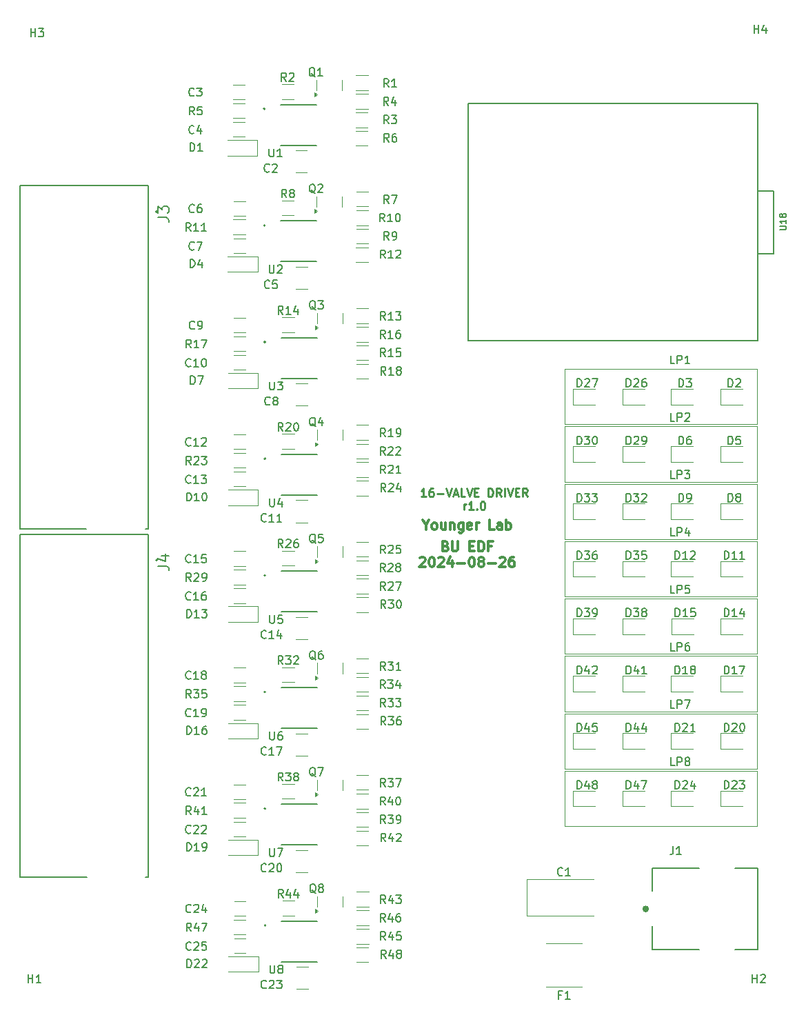
<source format=gbr>
%TF.GenerationSoftware,KiCad,Pcbnew,8.0.1*%
%TF.CreationDate,2024-08-26T16:05:16-04:00*%
%TF.ProjectId,16ch-driver-v1,31366368-2d64-4726-9976-65722d76312e,rev?*%
%TF.SameCoordinates,Original*%
%TF.FileFunction,Legend,Top*%
%TF.FilePolarity,Positive*%
%FSLAX46Y46*%
G04 Gerber Fmt 4.6, Leading zero omitted, Abs format (unit mm)*
G04 Created by KiCad (PCBNEW 8.0.1) date 2024-08-26 16:05:16*
%MOMM*%
%LPD*%
G01*
G04 APERTURE LIST*
%ADD10C,0.300000*%
%ADD11C,0.230000*%
%ADD12C,0.150000*%
%ADD13C,0.120000*%
%ADD14C,0.127000*%
%ADD15C,0.200000*%
%ADD16C,0.400000*%
G04 APERTURE END LIST*
D10*
X142161653Y-99101114D02*
X142161653Y-99672542D01*
X141761653Y-98472542D02*
X142161653Y-99101114D01*
X142161653Y-99101114D02*
X142561653Y-98472542D01*
X143133081Y-99672542D02*
X143018796Y-99615400D01*
X143018796Y-99615400D02*
X142961653Y-99558257D01*
X142961653Y-99558257D02*
X142904510Y-99443971D01*
X142904510Y-99443971D02*
X142904510Y-99101114D01*
X142904510Y-99101114D02*
X142961653Y-98986828D01*
X142961653Y-98986828D02*
X143018796Y-98929685D01*
X143018796Y-98929685D02*
X143133081Y-98872542D01*
X143133081Y-98872542D02*
X143304510Y-98872542D01*
X143304510Y-98872542D02*
X143418796Y-98929685D01*
X143418796Y-98929685D02*
X143475939Y-98986828D01*
X143475939Y-98986828D02*
X143533081Y-99101114D01*
X143533081Y-99101114D02*
X143533081Y-99443971D01*
X143533081Y-99443971D02*
X143475939Y-99558257D01*
X143475939Y-99558257D02*
X143418796Y-99615400D01*
X143418796Y-99615400D02*
X143304510Y-99672542D01*
X143304510Y-99672542D02*
X143133081Y-99672542D01*
X144561653Y-98872542D02*
X144561653Y-99672542D01*
X144047367Y-98872542D02*
X144047367Y-99501114D01*
X144047367Y-99501114D02*
X144104510Y-99615400D01*
X144104510Y-99615400D02*
X144218795Y-99672542D01*
X144218795Y-99672542D02*
X144390224Y-99672542D01*
X144390224Y-99672542D02*
X144504510Y-99615400D01*
X144504510Y-99615400D02*
X144561653Y-99558257D01*
X145133081Y-98872542D02*
X145133081Y-99672542D01*
X145133081Y-98986828D02*
X145190224Y-98929685D01*
X145190224Y-98929685D02*
X145304509Y-98872542D01*
X145304509Y-98872542D02*
X145475938Y-98872542D01*
X145475938Y-98872542D02*
X145590224Y-98929685D01*
X145590224Y-98929685D02*
X145647367Y-99043971D01*
X145647367Y-99043971D02*
X145647367Y-99672542D01*
X146733081Y-98872542D02*
X146733081Y-99843971D01*
X146733081Y-99843971D02*
X146675938Y-99958257D01*
X146675938Y-99958257D02*
X146618795Y-100015400D01*
X146618795Y-100015400D02*
X146504509Y-100072542D01*
X146504509Y-100072542D02*
X146333081Y-100072542D01*
X146333081Y-100072542D02*
X146218795Y-100015400D01*
X146733081Y-99615400D02*
X146618795Y-99672542D01*
X146618795Y-99672542D02*
X146390223Y-99672542D01*
X146390223Y-99672542D02*
X146275938Y-99615400D01*
X146275938Y-99615400D02*
X146218795Y-99558257D01*
X146218795Y-99558257D02*
X146161652Y-99443971D01*
X146161652Y-99443971D02*
X146161652Y-99101114D01*
X146161652Y-99101114D02*
X146218795Y-98986828D01*
X146218795Y-98986828D02*
X146275938Y-98929685D01*
X146275938Y-98929685D02*
X146390223Y-98872542D01*
X146390223Y-98872542D02*
X146618795Y-98872542D01*
X146618795Y-98872542D02*
X146733081Y-98929685D01*
X147761652Y-99615400D02*
X147647366Y-99672542D01*
X147647366Y-99672542D02*
X147418795Y-99672542D01*
X147418795Y-99672542D02*
X147304509Y-99615400D01*
X147304509Y-99615400D02*
X147247366Y-99501114D01*
X147247366Y-99501114D02*
X147247366Y-99043971D01*
X147247366Y-99043971D02*
X147304509Y-98929685D01*
X147304509Y-98929685D02*
X147418795Y-98872542D01*
X147418795Y-98872542D02*
X147647366Y-98872542D01*
X147647366Y-98872542D02*
X147761652Y-98929685D01*
X147761652Y-98929685D02*
X147818795Y-99043971D01*
X147818795Y-99043971D02*
X147818795Y-99158257D01*
X147818795Y-99158257D02*
X147247366Y-99272542D01*
X148333080Y-99672542D02*
X148333080Y-98872542D01*
X148333080Y-99101114D02*
X148390223Y-98986828D01*
X148390223Y-98986828D02*
X148447366Y-98929685D01*
X148447366Y-98929685D02*
X148561651Y-98872542D01*
X148561651Y-98872542D02*
X148675937Y-98872542D01*
X150561651Y-99672542D02*
X149990223Y-99672542D01*
X149990223Y-99672542D02*
X149990223Y-98472542D01*
X151475938Y-99672542D02*
X151475938Y-99043971D01*
X151475938Y-99043971D02*
X151418795Y-98929685D01*
X151418795Y-98929685D02*
X151304509Y-98872542D01*
X151304509Y-98872542D02*
X151075938Y-98872542D01*
X151075938Y-98872542D02*
X150961652Y-98929685D01*
X151475938Y-99615400D02*
X151361652Y-99672542D01*
X151361652Y-99672542D02*
X151075938Y-99672542D01*
X151075938Y-99672542D02*
X150961652Y-99615400D01*
X150961652Y-99615400D02*
X150904509Y-99501114D01*
X150904509Y-99501114D02*
X150904509Y-99386828D01*
X150904509Y-99386828D02*
X150961652Y-99272542D01*
X150961652Y-99272542D02*
X151075938Y-99215400D01*
X151075938Y-99215400D02*
X151361652Y-99215400D01*
X151361652Y-99215400D02*
X151475938Y-99158257D01*
X152047366Y-99672542D02*
X152047366Y-98472542D01*
X152047366Y-98929685D02*
X152161652Y-98872542D01*
X152161652Y-98872542D02*
X152390223Y-98872542D01*
X152390223Y-98872542D02*
X152504509Y-98929685D01*
X152504509Y-98929685D02*
X152561652Y-98986828D01*
X152561652Y-98986828D02*
X152618794Y-99101114D01*
X152618794Y-99101114D02*
X152618794Y-99443971D01*
X152618794Y-99443971D02*
X152561652Y-99558257D01*
X152561652Y-99558257D02*
X152504509Y-99615400D01*
X152504509Y-99615400D02*
X152390223Y-99672542D01*
X152390223Y-99672542D02*
X152161652Y-99672542D01*
X152161652Y-99672542D02*
X152047366Y-99615400D01*
X144582857Y-101707038D02*
X144754285Y-101764181D01*
X144754285Y-101764181D02*
X144811428Y-101821324D01*
X144811428Y-101821324D02*
X144868571Y-101935609D01*
X144868571Y-101935609D02*
X144868571Y-102107038D01*
X144868571Y-102107038D02*
X144811428Y-102221324D01*
X144811428Y-102221324D02*
X144754285Y-102278467D01*
X144754285Y-102278467D02*
X144640000Y-102335609D01*
X144640000Y-102335609D02*
X144182857Y-102335609D01*
X144182857Y-102335609D02*
X144182857Y-101135609D01*
X144182857Y-101135609D02*
X144582857Y-101135609D01*
X144582857Y-101135609D02*
X144697143Y-101192752D01*
X144697143Y-101192752D02*
X144754285Y-101249895D01*
X144754285Y-101249895D02*
X144811428Y-101364181D01*
X144811428Y-101364181D02*
X144811428Y-101478467D01*
X144811428Y-101478467D02*
X144754285Y-101592752D01*
X144754285Y-101592752D02*
X144697143Y-101649895D01*
X144697143Y-101649895D02*
X144582857Y-101707038D01*
X144582857Y-101707038D02*
X144182857Y-101707038D01*
X145382857Y-101135609D02*
X145382857Y-102107038D01*
X145382857Y-102107038D02*
X145440000Y-102221324D01*
X145440000Y-102221324D02*
X145497143Y-102278467D01*
X145497143Y-102278467D02*
X145611428Y-102335609D01*
X145611428Y-102335609D02*
X145840000Y-102335609D01*
X145840000Y-102335609D02*
X145954285Y-102278467D01*
X145954285Y-102278467D02*
X146011428Y-102221324D01*
X146011428Y-102221324D02*
X146068571Y-102107038D01*
X146068571Y-102107038D02*
X146068571Y-101135609D01*
X147554286Y-101707038D02*
X147954286Y-101707038D01*
X148125714Y-102335609D02*
X147554286Y-102335609D01*
X147554286Y-102335609D02*
X147554286Y-101135609D01*
X147554286Y-101135609D02*
X148125714Y-101135609D01*
X148640000Y-102335609D02*
X148640000Y-101135609D01*
X148640000Y-101135609D02*
X148925714Y-101135609D01*
X148925714Y-101135609D02*
X149097143Y-101192752D01*
X149097143Y-101192752D02*
X149211428Y-101307038D01*
X149211428Y-101307038D02*
X149268571Y-101421324D01*
X149268571Y-101421324D02*
X149325714Y-101649895D01*
X149325714Y-101649895D02*
X149325714Y-101821324D01*
X149325714Y-101821324D02*
X149268571Y-102049895D01*
X149268571Y-102049895D02*
X149211428Y-102164181D01*
X149211428Y-102164181D02*
X149097143Y-102278467D01*
X149097143Y-102278467D02*
X148925714Y-102335609D01*
X148925714Y-102335609D02*
X148640000Y-102335609D01*
X150240000Y-101707038D02*
X149840000Y-101707038D01*
X149840000Y-102335609D02*
X149840000Y-101135609D01*
X149840000Y-101135609D02*
X150411428Y-101135609D01*
X141411429Y-103181828D02*
X141468572Y-103124685D01*
X141468572Y-103124685D02*
X141582858Y-103067542D01*
X141582858Y-103067542D02*
X141868572Y-103067542D01*
X141868572Y-103067542D02*
X141982858Y-103124685D01*
X141982858Y-103124685D02*
X142040000Y-103181828D01*
X142040000Y-103181828D02*
X142097143Y-103296114D01*
X142097143Y-103296114D02*
X142097143Y-103410400D01*
X142097143Y-103410400D02*
X142040000Y-103581828D01*
X142040000Y-103581828D02*
X141354286Y-104267542D01*
X141354286Y-104267542D02*
X142097143Y-104267542D01*
X142840000Y-103067542D02*
X142954286Y-103067542D01*
X142954286Y-103067542D02*
X143068572Y-103124685D01*
X143068572Y-103124685D02*
X143125715Y-103181828D01*
X143125715Y-103181828D02*
X143182857Y-103296114D01*
X143182857Y-103296114D02*
X143240000Y-103524685D01*
X143240000Y-103524685D02*
X143240000Y-103810400D01*
X143240000Y-103810400D02*
X143182857Y-104038971D01*
X143182857Y-104038971D02*
X143125715Y-104153257D01*
X143125715Y-104153257D02*
X143068572Y-104210400D01*
X143068572Y-104210400D02*
X142954286Y-104267542D01*
X142954286Y-104267542D02*
X142840000Y-104267542D01*
X142840000Y-104267542D02*
X142725715Y-104210400D01*
X142725715Y-104210400D02*
X142668572Y-104153257D01*
X142668572Y-104153257D02*
X142611429Y-104038971D01*
X142611429Y-104038971D02*
X142554286Y-103810400D01*
X142554286Y-103810400D02*
X142554286Y-103524685D01*
X142554286Y-103524685D02*
X142611429Y-103296114D01*
X142611429Y-103296114D02*
X142668572Y-103181828D01*
X142668572Y-103181828D02*
X142725715Y-103124685D01*
X142725715Y-103124685D02*
X142840000Y-103067542D01*
X143697143Y-103181828D02*
X143754286Y-103124685D01*
X143754286Y-103124685D02*
X143868572Y-103067542D01*
X143868572Y-103067542D02*
X144154286Y-103067542D01*
X144154286Y-103067542D02*
X144268572Y-103124685D01*
X144268572Y-103124685D02*
X144325714Y-103181828D01*
X144325714Y-103181828D02*
X144382857Y-103296114D01*
X144382857Y-103296114D02*
X144382857Y-103410400D01*
X144382857Y-103410400D02*
X144325714Y-103581828D01*
X144325714Y-103581828D02*
X143640000Y-104267542D01*
X143640000Y-104267542D02*
X144382857Y-104267542D01*
X145411429Y-103467542D02*
X145411429Y-104267542D01*
X145125714Y-103010400D02*
X144840000Y-103867542D01*
X144840000Y-103867542D02*
X145582857Y-103867542D01*
X146040000Y-103810400D02*
X146954286Y-103810400D01*
X147754285Y-103067542D02*
X147868571Y-103067542D01*
X147868571Y-103067542D02*
X147982857Y-103124685D01*
X147982857Y-103124685D02*
X148040000Y-103181828D01*
X148040000Y-103181828D02*
X148097142Y-103296114D01*
X148097142Y-103296114D02*
X148154285Y-103524685D01*
X148154285Y-103524685D02*
X148154285Y-103810400D01*
X148154285Y-103810400D02*
X148097142Y-104038971D01*
X148097142Y-104038971D02*
X148040000Y-104153257D01*
X148040000Y-104153257D02*
X147982857Y-104210400D01*
X147982857Y-104210400D02*
X147868571Y-104267542D01*
X147868571Y-104267542D02*
X147754285Y-104267542D01*
X147754285Y-104267542D02*
X147640000Y-104210400D01*
X147640000Y-104210400D02*
X147582857Y-104153257D01*
X147582857Y-104153257D02*
X147525714Y-104038971D01*
X147525714Y-104038971D02*
X147468571Y-103810400D01*
X147468571Y-103810400D02*
X147468571Y-103524685D01*
X147468571Y-103524685D02*
X147525714Y-103296114D01*
X147525714Y-103296114D02*
X147582857Y-103181828D01*
X147582857Y-103181828D02*
X147640000Y-103124685D01*
X147640000Y-103124685D02*
X147754285Y-103067542D01*
X148839999Y-103581828D02*
X148725714Y-103524685D01*
X148725714Y-103524685D02*
X148668571Y-103467542D01*
X148668571Y-103467542D02*
X148611428Y-103353257D01*
X148611428Y-103353257D02*
X148611428Y-103296114D01*
X148611428Y-103296114D02*
X148668571Y-103181828D01*
X148668571Y-103181828D02*
X148725714Y-103124685D01*
X148725714Y-103124685D02*
X148839999Y-103067542D01*
X148839999Y-103067542D02*
X149068571Y-103067542D01*
X149068571Y-103067542D02*
X149182857Y-103124685D01*
X149182857Y-103124685D02*
X149239999Y-103181828D01*
X149239999Y-103181828D02*
X149297142Y-103296114D01*
X149297142Y-103296114D02*
X149297142Y-103353257D01*
X149297142Y-103353257D02*
X149239999Y-103467542D01*
X149239999Y-103467542D02*
X149182857Y-103524685D01*
X149182857Y-103524685D02*
X149068571Y-103581828D01*
X149068571Y-103581828D02*
X148839999Y-103581828D01*
X148839999Y-103581828D02*
X148725714Y-103638971D01*
X148725714Y-103638971D02*
X148668571Y-103696114D01*
X148668571Y-103696114D02*
X148611428Y-103810400D01*
X148611428Y-103810400D02*
X148611428Y-104038971D01*
X148611428Y-104038971D02*
X148668571Y-104153257D01*
X148668571Y-104153257D02*
X148725714Y-104210400D01*
X148725714Y-104210400D02*
X148839999Y-104267542D01*
X148839999Y-104267542D02*
X149068571Y-104267542D01*
X149068571Y-104267542D02*
X149182857Y-104210400D01*
X149182857Y-104210400D02*
X149239999Y-104153257D01*
X149239999Y-104153257D02*
X149297142Y-104038971D01*
X149297142Y-104038971D02*
X149297142Y-103810400D01*
X149297142Y-103810400D02*
X149239999Y-103696114D01*
X149239999Y-103696114D02*
X149182857Y-103638971D01*
X149182857Y-103638971D02*
X149068571Y-103581828D01*
X149811428Y-103810400D02*
X150725714Y-103810400D01*
X151239999Y-103181828D02*
X151297142Y-103124685D01*
X151297142Y-103124685D02*
X151411428Y-103067542D01*
X151411428Y-103067542D02*
X151697142Y-103067542D01*
X151697142Y-103067542D02*
X151811428Y-103124685D01*
X151811428Y-103124685D02*
X151868570Y-103181828D01*
X151868570Y-103181828D02*
X151925713Y-103296114D01*
X151925713Y-103296114D02*
X151925713Y-103410400D01*
X151925713Y-103410400D02*
X151868570Y-103581828D01*
X151868570Y-103581828D02*
X151182856Y-104267542D01*
X151182856Y-104267542D02*
X151925713Y-104267542D01*
X152954285Y-103067542D02*
X152725713Y-103067542D01*
X152725713Y-103067542D02*
X152611427Y-103124685D01*
X152611427Y-103124685D02*
X152554285Y-103181828D01*
X152554285Y-103181828D02*
X152439999Y-103353257D01*
X152439999Y-103353257D02*
X152382856Y-103581828D01*
X152382856Y-103581828D02*
X152382856Y-104038971D01*
X152382856Y-104038971D02*
X152439999Y-104153257D01*
X152439999Y-104153257D02*
X152497142Y-104210400D01*
X152497142Y-104210400D02*
X152611427Y-104267542D01*
X152611427Y-104267542D02*
X152839999Y-104267542D01*
X152839999Y-104267542D02*
X152954285Y-104210400D01*
X152954285Y-104210400D02*
X153011427Y-104153257D01*
X153011427Y-104153257D02*
X153068570Y-104038971D01*
X153068570Y-104038971D02*
X153068570Y-103753257D01*
X153068570Y-103753257D02*
X153011427Y-103638971D01*
X153011427Y-103638971D02*
X152954285Y-103581828D01*
X152954285Y-103581828D02*
X152839999Y-103524685D01*
X152839999Y-103524685D02*
X152611427Y-103524685D01*
X152611427Y-103524685D02*
X152497142Y-103581828D01*
X152497142Y-103581828D02*
X152439999Y-103638971D01*
X152439999Y-103638971D02*
X152382856Y-103753257D01*
D11*
X142157618Y-95625687D02*
X141586190Y-95625687D01*
X141871904Y-95625687D02*
X141871904Y-94625687D01*
X141871904Y-94625687D02*
X141776666Y-94768544D01*
X141776666Y-94768544D02*
X141681428Y-94863782D01*
X141681428Y-94863782D02*
X141586190Y-94911401D01*
X143014761Y-94625687D02*
X142824285Y-94625687D01*
X142824285Y-94625687D02*
X142729047Y-94673306D01*
X142729047Y-94673306D02*
X142681428Y-94720925D01*
X142681428Y-94720925D02*
X142586190Y-94863782D01*
X142586190Y-94863782D02*
X142538571Y-95054258D01*
X142538571Y-95054258D02*
X142538571Y-95435210D01*
X142538571Y-95435210D02*
X142586190Y-95530448D01*
X142586190Y-95530448D02*
X142633809Y-95578068D01*
X142633809Y-95578068D02*
X142729047Y-95625687D01*
X142729047Y-95625687D02*
X142919523Y-95625687D01*
X142919523Y-95625687D02*
X143014761Y-95578068D01*
X143014761Y-95578068D02*
X143062380Y-95530448D01*
X143062380Y-95530448D02*
X143109999Y-95435210D01*
X143109999Y-95435210D02*
X143109999Y-95197115D01*
X143109999Y-95197115D02*
X143062380Y-95101877D01*
X143062380Y-95101877D02*
X143014761Y-95054258D01*
X143014761Y-95054258D02*
X142919523Y-95006639D01*
X142919523Y-95006639D02*
X142729047Y-95006639D01*
X142729047Y-95006639D02*
X142633809Y-95054258D01*
X142633809Y-95054258D02*
X142586190Y-95101877D01*
X142586190Y-95101877D02*
X142538571Y-95197115D01*
X143538571Y-95244734D02*
X144300476Y-95244734D01*
X144633809Y-94625687D02*
X144967142Y-95625687D01*
X144967142Y-95625687D02*
X145300475Y-94625687D01*
X145586190Y-95339972D02*
X146062380Y-95339972D01*
X145490952Y-95625687D02*
X145824285Y-94625687D01*
X145824285Y-94625687D02*
X146157618Y-95625687D01*
X146967142Y-95625687D02*
X146490952Y-95625687D01*
X146490952Y-95625687D02*
X146490952Y-94625687D01*
X147157619Y-94625687D02*
X147490952Y-95625687D01*
X147490952Y-95625687D02*
X147824285Y-94625687D01*
X148157619Y-95101877D02*
X148490952Y-95101877D01*
X148633809Y-95625687D02*
X148157619Y-95625687D01*
X148157619Y-95625687D02*
X148157619Y-94625687D01*
X148157619Y-94625687D02*
X148633809Y-94625687D01*
X149824286Y-95625687D02*
X149824286Y-94625687D01*
X149824286Y-94625687D02*
X150062381Y-94625687D01*
X150062381Y-94625687D02*
X150205238Y-94673306D01*
X150205238Y-94673306D02*
X150300476Y-94768544D01*
X150300476Y-94768544D02*
X150348095Y-94863782D01*
X150348095Y-94863782D02*
X150395714Y-95054258D01*
X150395714Y-95054258D02*
X150395714Y-95197115D01*
X150395714Y-95197115D02*
X150348095Y-95387591D01*
X150348095Y-95387591D02*
X150300476Y-95482829D01*
X150300476Y-95482829D02*
X150205238Y-95578068D01*
X150205238Y-95578068D02*
X150062381Y-95625687D01*
X150062381Y-95625687D02*
X149824286Y-95625687D01*
X151395714Y-95625687D02*
X151062381Y-95149496D01*
X150824286Y-95625687D02*
X150824286Y-94625687D01*
X150824286Y-94625687D02*
X151205238Y-94625687D01*
X151205238Y-94625687D02*
X151300476Y-94673306D01*
X151300476Y-94673306D02*
X151348095Y-94720925D01*
X151348095Y-94720925D02*
X151395714Y-94816163D01*
X151395714Y-94816163D02*
X151395714Y-94959020D01*
X151395714Y-94959020D02*
X151348095Y-95054258D01*
X151348095Y-95054258D02*
X151300476Y-95101877D01*
X151300476Y-95101877D02*
X151205238Y-95149496D01*
X151205238Y-95149496D02*
X150824286Y-95149496D01*
X151824286Y-95625687D02*
X151824286Y-94625687D01*
X152157619Y-94625687D02*
X152490952Y-95625687D01*
X152490952Y-95625687D02*
X152824285Y-94625687D01*
X153157619Y-95101877D02*
X153490952Y-95101877D01*
X153633809Y-95625687D02*
X153157619Y-95625687D01*
X153157619Y-95625687D02*
X153157619Y-94625687D01*
X153157619Y-94625687D02*
X153633809Y-94625687D01*
X154633809Y-95625687D02*
X154300476Y-95149496D01*
X154062381Y-95625687D02*
X154062381Y-94625687D01*
X154062381Y-94625687D02*
X154443333Y-94625687D01*
X154443333Y-94625687D02*
X154538571Y-94673306D01*
X154538571Y-94673306D02*
X154586190Y-94720925D01*
X154586190Y-94720925D02*
X154633809Y-94816163D01*
X154633809Y-94816163D02*
X154633809Y-94959020D01*
X154633809Y-94959020D02*
X154586190Y-95054258D01*
X154586190Y-95054258D02*
X154538571Y-95101877D01*
X154538571Y-95101877D02*
X154443333Y-95149496D01*
X154443333Y-95149496D02*
X154062381Y-95149496D01*
X146848095Y-97235631D02*
X146848095Y-96568964D01*
X146848095Y-96759440D02*
X146895714Y-96664202D01*
X146895714Y-96664202D02*
X146943333Y-96616583D01*
X146943333Y-96616583D02*
X147038571Y-96568964D01*
X147038571Y-96568964D02*
X147133809Y-96568964D01*
X147990952Y-97235631D02*
X147419524Y-97235631D01*
X147705238Y-97235631D02*
X147705238Y-96235631D01*
X147705238Y-96235631D02*
X147610000Y-96378488D01*
X147610000Y-96378488D02*
X147514762Y-96473726D01*
X147514762Y-96473726D02*
X147419524Y-96521345D01*
X148419524Y-97140392D02*
X148467143Y-97188012D01*
X148467143Y-97188012D02*
X148419524Y-97235631D01*
X148419524Y-97235631D02*
X148371905Y-97188012D01*
X148371905Y-97188012D02*
X148419524Y-97140392D01*
X148419524Y-97140392D02*
X148419524Y-97235631D01*
X149086190Y-96235631D02*
X149181428Y-96235631D01*
X149181428Y-96235631D02*
X149276666Y-96283250D01*
X149276666Y-96283250D02*
X149324285Y-96330869D01*
X149324285Y-96330869D02*
X149371904Y-96426107D01*
X149371904Y-96426107D02*
X149419523Y-96616583D01*
X149419523Y-96616583D02*
X149419523Y-96854678D01*
X149419523Y-96854678D02*
X149371904Y-97045154D01*
X149371904Y-97045154D02*
X149324285Y-97140392D01*
X149324285Y-97140392D02*
X149276666Y-97188012D01*
X149276666Y-97188012D02*
X149181428Y-97235631D01*
X149181428Y-97235631D02*
X149086190Y-97235631D01*
X149086190Y-97235631D02*
X148990952Y-97188012D01*
X148990952Y-97188012D02*
X148943333Y-97140392D01*
X148943333Y-97140392D02*
X148895714Y-97045154D01*
X148895714Y-97045154D02*
X148848095Y-96854678D01*
X148848095Y-96854678D02*
X148848095Y-96616583D01*
X148848095Y-96616583D02*
X148895714Y-96426107D01*
X148895714Y-96426107D02*
X148943333Y-96330869D01*
X148943333Y-96330869D02*
X148990952Y-96283250D01*
X148990952Y-96283250D02*
X149086190Y-96235631D01*
D12*
X113334644Y-91688746D02*
X113001311Y-91212555D01*
X112763216Y-91688746D02*
X112763216Y-90688746D01*
X112763216Y-90688746D02*
X113144168Y-90688746D01*
X113144168Y-90688746D02*
X113239406Y-90736365D01*
X113239406Y-90736365D02*
X113287025Y-90783984D01*
X113287025Y-90783984D02*
X113334644Y-90879222D01*
X113334644Y-90879222D02*
X113334644Y-91022079D01*
X113334644Y-91022079D02*
X113287025Y-91117317D01*
X113287025Y-91117317D02*
X113239406Y-91164936D01*
X113239406Y-91164936D02*
X113144168Y-91212555D01*
X113144168Y-91212555D02*
X112763216Y-91212555D01*
X113715597Y-90783984D02*
X113763216Y-90736365D01*
X113763216Y-90736365D02*
X113858454Y-90688746D01*
X113858454Y-90688746D02*
X114096549Y-90688746D01*
X114096549Y-90688746D02*
X114191787Y-90736365D01*
X114191787Y-90736365D02*
X114239406Y-90783984D01*
X114239406Y-90783984D02*
X114287025Y-90879222D01*
X114287025Y-90879222D02*
X114287025Y-90974460D01*
X114287025Y-90974460D02*
X114239406Y-91117317D01*
X114239406Y-91117317D02*
X113667978Y-91688746D01*
X113667978Y-91688746D02*
X114287025Y-91688746D01*
X114620359Y-90688746D02*
X115239406Y-90688746D01*
X115239406Y-90688746D02*
X114906073Y-91069698D01*
X114906073Y-91069698D02*
X115048930Y-91069698D01*
X115048930Y-91069698D02*
X115144168Y-91117317D01*
X115144168Y-91117317D02*
X115191787Y-91164936D01*
X115191787Y-91164936D02*
X115239406Y-91260174D01*
X115239406Y-91260174D02*
X115239406Y-91498269D01*
X115239406Y-91498269D02*
X115191787Y-91593507D01*
X115191787Y-91593507D02*
X115144168Y-91641127D01*
X115144168Y-91641127D02*
X115048930Y-91688746D01*
X115048930Y-91688746D02*
X114763216Y-91688746D01*
X114763216Y-91688746D02*
X114667978Y-91641127D01*
X114667978Y-91641127D02*
X114620359Y-91593507D01*
X113685835Y-46374579D02*
X113638216Y-46422199D01*
X113638216Y-46422199D02*
X113495359Y-46469818D01*
X113495359Y-46469818D02*
X113400121Y-46469818D01*
X113400121Y-46469818D02*
X113257264Y-46422199D01*
X113257264Y-46422199D02*
X113162026Y-46326960D01*
X113162026Y-46326960D02*
X113114407Y-46231722D01*
X113114407Y-46231722D02*
X113066788Y-46041246D01*
X113066788Y-46041246D02*
X113066788Y-45898389D01*
X113066788Y-45898389D02*
X113114407Y-45707913D01*
X113114407Y-45707913D02*
X113162026Y-45612675D01*
X113162026Y-45612675D02*
X113257264Y-45517437D01*
X113257264Y-45517437D02*
X113400121Y-45469818D01*
X113400121Y-45469818D02*
X113495359Y-45469818D01*
X113495359Y-45469818D02*
X113638216Y-45517437D01*
X113638216Y-45517437D02*
X113685835Y-45565056D01*
X114019169Y-45469818D02*
X114638216Y-45469818D01*
X114638216Y-45469818D02*
X114304883Y-45850770D01*
X114304883Y-45850770D02*
X114447740Y-45850770D01*
X114447740Y-45850770D02*
X114542978Y-45898389D01*
X114542978Y-45898389D02*
X114590597Y-45946008D01*
X114590597Y-45946008D02*
X114638216Y-46041246D01*
X114638216Y-46041246D02*
X114638216Y-46279341D01*
X114638216Y-46279341D02*
X114590597Y-46374579D01*
X114590597Y-46374579D02*
X114542978Y-46422199D01*
X114542978Y-46422199D02*
X114447740Y-46469818D01*
X114447740Y-46469818D02*
X114162026Y-46469818D01*
X114162026Y-46469818D02*
X114066788Y-46422199D01*
X114066788Y-46422199D02*
X114019169Y-46374579D01*
X137154644Y-76193032D02*
X136821311Y-75716841D01*
X136583216Y-76193032D02*
X136583216Y-75193032D01*
X136583216Y-75193032D02*
X136964168Y-75193032D01*
X136964168Y-75193032D02*
X137059406Y-75240651D01*
X137059406Y-75240651D02*
X137107025Y-75288270D01*
X137107025Y-75288270D02*
X137154644Y-75383508D01*
X137154644Y-75383508D02*
X137154644Y-75526365D01*
X137154644Y-75526365D02*
X137107025Y-75621603D01*
X137107025Y-75621603D02*
X137059406Y-75669222D01*
X137059406Y-75669222D02*
X136964168Y-75716841D01*
X136964168Y-75716841D02*
X136583216Y-75716841D01*
X138107025Y-76193032D02*
X137535597Y-76193032D01*
X137821311Y-76193032D02*
X137821311Y-75193032D01*
X137821311Y-75193032D02*
X137726073Y-75335889D01*
X137726073Y-75335889D02*
X137630835Y-75431127D01*
X137630835Y-75431127D02*
X137535597Y-75478746D01*
X138964168Y-75193032D02*
X138773692Y-75193032D01*
X138773692Y-75193032D02*
X138678454Y-75240651D01*
X138678454Y-75240651D02*
X138630835Y-75288270D01*
X138630835Y-75288270D02*
X138535597Y-75431127D01*
X138535597Y-75431127D02*
X138487978Y-75621603D01*
X138487978Y-75621603D02*
X138487978Y-76002555D01*
X138487978Y-76002555D02*
X138535597Y-76097793D01*
X138535597Y-76097793D02*
X138583216Y-76145413D01*
X138583216Y-76145413D02*
X138678454Y-76193032D01*
X138678454Y-76193032D02*
X138868930Y-76193032D01*
X138868930Y-76193032D02*
X138964168Y-76145413D01*
X138964168Y-76145413D02*
X139011787Y-76097793D01*
X139011787Y-76097793D02*
X139059406Y-76002555D01*
X139059406Y-76002555D02*
X139059406Y-75764460D01*
X139059406Y-75764460D02*
X139011787Y-75669222D01*
X139011787Y-75669222D02*
X138964168Y-75621603D01*
X138964168Y-75621603D02*
X138868930Y-75573984D01*
X138868930Y-75573984D02*
X138678454Y-75573984D01*
X138678454Y-75573984D02*
X138583216Y-75621603D01*
X138583216Y-75621603D02*
X138535597Y-75669222D01*
X138535597Y-75669222D02*
X138487978Y-75764460D01*
X122559644Y-155931363D02*
X122512025Y-155978983D01*
X122512025Y-155978983D02*
X122369168Y-156026602D01*
X122369168Y-156026602D02*
X122273930Y-156026602D01*
X122273930Y-156026602D02*
X122131073Y-155978983D01*
X122131073Y-155978983D02*
X122035835Y-155883744D01*
X122035835Y-155883744D02*
X121988216Y-155788506D01*
X121988216Y-155788506D02*
X121940597Y-155598030D01*
X121940597Y-155598030D02*
X121940597Y-155455173D01*
X121940597Y-155455173D02*
X121988216Y-155264697D01*
X121988216Y-155264697D02*
X122035835Y-155169459D01*
X122035835Y-155169459D02*
X122131073Y-155074221D01*
X122131073Y-155074221D02*
X122273930Y-155026602D01*
X122273930Y-155026602D02*
X122369168Y-155026602D01*
X122369168Y-155026602D02*
X122512025Y-155074221D01*
X122512025Y-155074221D02*
X122559644Y-155121840D01*
X122940597Y-155121840D02*
X122988216Y-155074221D01*
X122988216Y-155074221D02*
X123083454Y-155026602D01*
X123083454Y-155026602D02*
X123321549Y-155026602D01*
X123321549Y-155026602D02*
X123416787Y-155074221D01*
X123416787Y-155074221D02*
X123464406Y-155121840D01*
X123464406Y-155121840D02*
X123512025Y-155217078D01*
X123512025Y-155217078D02*
X123512025Y-155312316D01*
X123512025Y-155312316D02*
X123464406Y-155455173D01*
X123464406Y-155455173D02*
X122892978Y-156026602D01*
X122892978Y-156026602D02*
X123512025Y-156026602D01*
X123845359Y-155026602D02*
X124464406Y-155026602D01*
X124464406Y-155026602D02*
X124131073Y-155407554D01*
X124131073Y-155407554D02*
X124273930Y-155407554D01*
X124273930Y-155407554D02*
X124369168Y-155455173D01*
X124369168Y-155455173D02*
X124416787Y-155502792D01*
X124416787Y-155502792D02*
X124464406Y-155598030D01*
X124464406Y-155598030D02*
X124464406Y-155836125D01*
X124464406Y-155836125D02*
X124416787Y-155931363D01*
X124416787Y-155931363D02*
X124369168Y-155978983D01*
X124369168Y-155978983D02*
X124273930Y-156026602D01*
X124273930Y-156026602D02*
X123988216Y-156026602D01*
X123988216Y-156026602D02*
X123892978Y-155978983D01*
X123892978Y-155978983D02*
X123845359Y-155931363D01*
X160726692Y-96262549D02*
X160726692Y-95262549D01*
X160726692Y-95262549D02*
X160964787Y-95262549D01*
X160964787Y-95262549D02*
X161107644Y-95310168D01*
X161107644Y-95310168D02*
X161202882Y-95405406D01*
X161202882Y-95405406D02*
X161250501Y-95500644D01*
X161250501Y-95500644D02*
X161298120Y-95691120D01*
X161298120Y-95691120D02*
X161298120Y-95833977D01*
X161298120Y-95833977D02*
X161250501Y-96024453D01*
X161250501Y-96024453D02*
X161202882Y-96119691D01*
X161202882Y-96119691D02*
X161107644Y-96214930D01*
X161107644Y-96214930D02*
X160964787Y-96262549D01*
X160964787Y-96262549D02*
X160726692Y-96262549D01*
X161631454Y-95262549D02*
X162250501Y-95262549D01*
X162250501Y-95262549D02*
X161917168Y-95643501D01*
X161917168Y-95643501D02*
X162060025Y-95643501D01*
X162060025Y-95643501D02*
X162155263Y-95691120D01*
X162155263Y-95691120D02*
X162202882Y-95738739D01*
X162202882Y-95738739D02*
X162250501Y-95833977D01*
X162250501Y-95833977D02*
X162250501Y-96072072D01*
X162250501Y-96072072D02*
X162202882Y-96167310D01*
X162202882Y-96167310D02*
X162155263Y-96214930D01*
X162155263Y-96214930D02*
X162060025Y-96262549D01*
X162060025Y-96262549D02*
X161774311Y-96262549D01*
X161774311Y-96262549D02*
X161679073Y-96214930D01*
X161679073Y-96214930D02*
X161631454Y-96167310D01*
X162583835Y-95262549D02*
X163202882Y-95262549D01*
X163202882Y-95262549D02*
X162869549Y-95643501D01*
X162869549Y-95643501D02*
X163012406Y-95643501D01*
X163012406Y-95643501D02*
X163107644Y-95691120D01*
X163107644Y-95691120D02*
X163155263Y-95738739D01*
X163155263Y-95738739D02*
X163202882Y-95833977D01*
X163202882Y-95833977D02*
X163202882Y-96072072D01*
X163202882Y-96072072D02*
X163155263Y-96167310D01*
X163155263Y-96167310D02*
X163107644Y-96214930D01*
X163107644Y-96214930D02*
X163012406Y-96262549D01*
X163012406Y-96262549D02*
X162726692Y-96262549D01*
X162726692Y-96262549D02*
X162631454Y-96214930D01*
X162631454Y-96214930D02*
X162583835Y-96167310D01*
X113685835Y-50974579D02*
X113638216Y-51022199D01*
X113638216Y-51022199D02*
X113495359Y-51069818D01*
X113495359Y-51069818D02*
X113400121Y-51069818D01*
X113400121Y-51069818D02*
X113257264Y-51022199D01*
X113257264Y-51022199D02*
X113162026Y-50926960D01*
X113162026Y-50926960D02*
X113114407Y-50831722D01*
X113114407Y-50831722D02*
X113066788Y-50641246D01*
X113066788Y-50641246D02*
X113066788Y-50498389D01*
X113066788Y-50498389D02*
X113114407Y-50307913D01*
X113114407Y-50307913D02*
X113162026Y-50212675D01*
X113162026Y-50212675D02*
X113257264Y-50117437D01*
X113257264Y-50117437D02*
X113400121Y-50069818D01*
X113400121Y-50069818D02*
X113495359Y-50069818D01*
X113495359Y-50069818D02*
X113638216Y-50117437D01*
X113638216Y-50117437D02*
X113685835Y-50165056D01*
X114542978Y-50403151D02*
X114542978Y-51069818D01*
X114304883Y-50022199D02*
X114066788Y-50736484D01*
X114066788Y-50736484D02*
X114685835Y-50736484D01*
X113284644Y-108239221D02*
X113237025Y-108286841D01*
X113237025Y-108286841D02*
X113094168Y-108334460D01*
X113094168Y-108334460D02*
X112998930Y-108334460D01*
X112998930Y-108334460D02*
X112856073Y-108286841D01*
X112856073Y-108286841D02*
X112760835Y-108191602D01*
X112760835Y-108191602D02*
X112713216Y-108096364D01*
X112713216Y-108096364D02*
X112665597Y-107905888D01*
X112665597Y-107905888D02*
X112665597Y-107763031D01*
X112665597Y-107763031D02*
X112713216Y-107572555D01*
X112713216Y-107572555D02*
X112760835Y-107477317D01*
X112760835Y-107477317D02*
X112856073Y-107382079D01*
X112856073Y-107382079D02*
X112998930Y-107334460D01*
X112998930Y-107334460D02*
X113094168Y-107334460D01*
X113094168Y-107334460D02*
X113237025Y-107382079D01*
X113237025Y-107382079D02*
X113284644Y-107429698D01*
X114237025Y-108334460D02*
X113665597Y-108334460D01*
X113951311Y-108334460D02*
X113951311Y-107334460D01*
X113951311Y-107334460D02*
X113856073Y-107477317D01*
X113856073Y-107477317D02*
X113760835Y-107572555D01*
X113760835Y-107572555D02*
X113665597Y-107620174D01*
X115094168Y-107334460D02*
X114903692Y-107334460D01*
X114903692Y-107334460D02*
X114808454Y-107382079D01*
X114808454Y-107382079D02*
X114760835Y-107429698D01*
X114760835Y-107429698D02*
X114665597Y-107572555D01*
X114665597Y-107572555D02*
X114617978Y-107763031D01*
X114617978Y-107763031D02*
X114617978Y-108143983D01*
X114617978Y-108143983D02*
X114665597Y-108239221D01*
X114665597Y-108239221D02*
X114713216Y-108286841D01*
X114713216Y-108286841D02*
X114808454Y-108334460D01*
X114808454Y-108334460D02*
X114998930Y-108334460D01*
X114998930Y-108334460D02*
X115094168Y-108286841D01*
X115094168Y-108286841D02*
X115141787Y-108239221D01*
X115141787Y-108239221D02*
X115189406Y-108143983D01*
X115189406Y-108143983D02*
X115189406Y-107905888D01*
X115189406Y-107905888D02*
X115141787Y-107810650D01*
X115141787Y-107810650D02*
X115094168Y-107763031D01*
X115094168Y-107763031D02*
X114998930Y-107715412D01*
X114998930Y-107715412D02*
X114808454Y-107715412D01*
X114808454Y-107715412D02*
X114713216Y-107763031D01*
X114713216Y-107763031D02*
X114665597Y-107810650D01*
X114665597Y-107810650D02*
X114617978Y-107905888D01*
X166776692Y-110362549D02*
X166776692Y-109362549D01*
X166776692Y-109362549D02*
X167014787Y-109362549D01*
X167014787Y-109362549D02*
X167157644Y-109410168D01*
X167157644Y-109410168D02*
X167252882Y-109505406D01*
X167252882Y-109505406D02*
X167300501Y-109600644D01*
X167300501Y-109600644D02*
X167348120Y-109791120D01*
X167348120Y-109791120D02*
X167348120Y-109933977D01*
X167348120Y-109933977D02*
X167300501Y-110124453D01*
X167300501Y-110124453D02*
X167252882Y-110219691D01*
X167252882Y-110219691D02*
X167157644Y-110314930D01*
X167157644Y-110314930D02*
X167014787Y-110362549D01*
X167014787Y-110362549D02*
X166776692Y-110362549D01*
X167681454Y-109362549D02*
X168300501Y-109362549D01*
X168300501Y-109362549D02*
X167967168Y-109743501D01*
X167967168Y-109743501D02*
X168110025Y-109743501D01*
X168110025Y-109743501D02*
X168205263Y-109791120D01*
X168205263Y-109791120D02*
X168252882Y-109838739D01*
X168252882Y-109838739D02*
X168300501Y-109933977D01*
X168300501Y-109933977D02*
X168300501Y-110172072D01*
X168300501Y-110172072D02*
X168252882Y-110267310D01*
X168252882Y-110267310D02*
X168205263Y-110314930D01*
X168205263Y-110314930D02*
X168110025Y-110362549D01*
X168110025Y-110362549D02*
X167824311Y-110362549D01*
X167824311Y-110362549D02*
X167729073Y-110314930D01*
X167729073Y-110314930D02*
X167681454Y-110267310D01*
X168871930Y-109791120D02*
X168776692Y-109743501D01*
X168776692Y-109743501D02*
X168729073Y-109695882D01*
X168729073Y-109695882D02*
X168681454Y-109600644D01*
X168681454Y-109600644D02*
X168681454Y-109553025D01*
X168681454Y-109553025D02*
X168729073Y-109457787D01*
X168729073Y-109457787D02*
X168776692Y-109410168D01*
X168776692Y-109410168D02*
X168871930Y-109362549D01*
X168871930Y-109362549D02*
X169062406Y-109362549D01*
X169062406Y-109362549D02*
X169157644Y-109410168D01*
X169157644Y-109410168D02*
X169205263Y-109457787D01*
X169205263Y-109457787D02*
X169252882Y-109553025D01*
X169252882Y-109553025D02*
X169252882Y-109600644D01*
X169252882Y-109600644D02*
X169205263Y-109695882D01*
X169205263Y-109695882D02*
X169157644Y-109743501D01*
X169157644Y-109743501D02*
X169062406Y-109791120D01*
X169062406Y-109791120D02*
X168871930Y-109791120D01*
X168871930Y-109791120D02*
X168776692Y-109838739D01*
X168776692Y-109838739D02*
X168729073Y-109886358D01*
X168729073Y-109886358D02*
X168681454Y-109981596D01*
X168681454Y-109981596D02*
X168681454Y-110172072D01*
X168681454Y-110172072D02*
X168729073Y-110267310D01*
X168729073Y-110267310D02*
X168776692Y-110314930D01*
X168776692Y-110314930D02*
X168871930Y-110362549D01*
X168871930Y-110362549D02*
X169062406Y-110362549D01*
X169062406Y-110362549D02*
X169157644Y-110314930D01*
X169157644Y-110314930D02*
X169205263Y-110267310D01*
X169205263Y-110267310D02*
X169252882Y-110172072D01*
X169252882Y-110172072D02*
X169252882Y-109981596D01*
X169252882Y-109981596D02*
X169205263Y-109886358D01*
X169205263Y-109886358D02*
X169157644Y-109838739D01*
X169157644Y-109838739D02*
X169062406Y-109791120D01*
X93638095Y-39164819D02*
X93638095Y-38164819D01*
X93638095Y-38641009D02*
X94209523Y-38641009D01*
X94209523Y-39164819D02*
X94209523Y-38164819D01*
X94590476Y-38164819D02*
X95209523Y-38164819D01*
X95209523Y-38164819D02*
X94876190Y-38545771D01*
X94876190Y-38545771D02*
X95019047Y-38545771D01*
X95019047Y-38545771D02*
X95114285Y-38593390D01*
X95114285Y-38593390D02*
X95161904Y-38641009D01*
X95161904Y-38641009D02*
X95209523Y-38736247D01*
X95209523Y-38736247D02*
X95209523Y-38974342D01*
X95209523Y-38974342D02*
X95161904Y-39069580D01*
X95161904Y-39069580D02*
X95114285Y-39117200D01*
X95114285Y-39117200D02*
X95019047Y-39164819D01*
X95019047Y-39164819D02*
X94733333Y-39164819D01*
X94733333Y-39164819D02*
X94638095Y-39117200D01*
X94638095Y-39117200D02*
X94590476Y-39069580D01*
X137595835Y-49829818D02*
X137262502Y-49353627D01*
X137024407Y-49829818D02*
X137024407Y-48829818D01*
X137024407Y-48829818D02*
X137405359Y-48829818D01*
X137405359Y-48829818D02*
X137500597Y-48877437D01*
X137500597Y-48877437D02*
X137548216Y-48925056D01*
X137548216Y-48925056D02*
X137595835Y-49020294D01*
X137595835Y-49020294D02*
X137595835Y-49163151D01*
X137595835Y-49163151D02*
X137548216Y-49258389D01*
X137548216Y-49258389D02*
X137500597Y-49306008D01*
X137500597Y-49306008D02*
X137405359Y-49353627D01*
X137405359Y-49353627D02*
X137024407Y-49353627D01*
X137929169Y-48829818D02*
X138548216Y-48829818D01*
X138548216Y-48829818D02*
X138214883Y-49210770D01*
X138214883Y-49210770D02*
X138357740Y-49210770D01*
X138357740Y-49210770D02*
X138452978Y-49258389D01*
X138452978Y-49258389D02*
X138500597Y-49306008D01*
X138500597Y-49306008D02*
X138548216Y-49401246D01*
X138548216Y-49401246D02*
X138548216Y-49639341D01*
X138548216Y-49639341D02*
X138500597Y-49734579D01*
X138500597Y-49734579D02*
X138452978Y-49782199D01*
X138452978Y-49782199D02*
X138357740Y-49829818D01*
X138357740Y-49829818D02*
X138072026Y-49829818D01*
X138072026Y-49829818D02*
X137976788Y-49782199D01*
X137976788Y-49782199D02*
X137929169Y-49734579D01*
X160726692Y-117412549D02*
X160726692Y-116412549D01*
X160726692Y-116412549D02*
X160964787Y-116412549D01*
X160964787Y-116412549D02*
X161107644Y-116460168D01*
X161107644Y-116460168D02*
X161202882Y-116555406D01*
X161202882Y-116555406D02*
X161250501Y-116650644D01*
X161250501Y-116650644D02*
X161298120Y-116841120D01*
X161298120Y-116841120D02*
X161298120Y-116983977D01*
X161298120Y-116983977D02*
X161250501Y-117174453D01*
X161250501Y-117174453D02*
X161202882Y-117269691D01*
X161202882Y-117269691D02*
X161107644Y-117364930D01*
X161107644Y-117364930D02*
X160964787Y-117412549D01*
X160964787Y-117412549D02*
X160726692Y-117412549D01*
X162155263Y-116745882D02*
X162155263Y-117412549D01*
X161917168Y-116364930D02*
X161679073Y-117079215D01*
X161679073Y-117079215D02*
X162298120Y-117079215D01*
X162631454Y-116507787D02*
X162679073Y-116460168D01*
X162679073Y-116460168D02*
X162774311Y-116412549D01*
X162774311Y-116412549D02*
X163012406Y-116412549D01*
X163012406Y-116412549D02*
X163107644Y-116460168D01*
X163107644Y-116460168D02*
X163155263Y-116507787D01*
X163155263Y-116507787D02*
X163202882Y-116603025D01*
X163202882Y-116603025D02*
X163202882Y-116698263D01*
X163202882Y-116698263D02*
X163155263Y-116841120D01*
X163155263Y-116841120D02*
X162583835Y-117412549D01*
X162583835Y-117412549D02*
X163202882Y-117412549D01*
X166776692Y-89212549D02*
X166776692Y-88212549D01*
X166776692Y-88212549D02*
X167014787Y-88212549D01*
X167014787Y-88212549D02*
X167157644Y-88260168D01*
X167157644Y-88260168D02*
X167252882Y-88355406D01*
X167252882Y-88355406D02*
X167300501Y-88450644D01*
X167300501Y-88450644D02*
X167348120Y-88641120D01*
X167348120Y-88641120D02*
X167348120Y-88783977D01*
X167348120Y-88783977D02*
X167300501Y-88974453D01*
X167300501Y-88974453D02*
X167252882Y-89069691D01*
X167252882Y-89069691D02*
X167157644Y-89164930D01*
X167157644Y-89164930D02*
X167014787Y-89212549D01*
X167014787Y-89212549D02*
X166776692Y-89212549D01*
X167729073Y-88307787D02*
X167776692Y-88260168D01*
X167776692Y-88260168D02*
X167871930Y-88212549D01*
X167871930Y-88212549D02*
X168110025Y-88212549D01*
X168110025Y-88212549D02*
X168205263Y-88260168D01*
X168205263Y-88260168D02*
X168252882Y-88307787D01*
X168252882Y-88307787D02*
X168300501Y-88403025D01*
X168300501Y-88403025D02*
X168300501Y-88498263D01*
X168300501Y-88498263D02*
X168252882Y-88641120D01*
X168252882Y-88641120D02*
X167681454Y-89212549D01*
X167681454Y-89212549D02*
X168300501Y-89212549D01*
X168776692Y-89212549D02*
X168967168Y-89212549D01*
X168967168Y-89212549D02*
X169062406Y-89164930D01*
X169062406Y-89164930D02*
X169110025Y-89117310D01*
X169110025Y-89117310D02*
X169205263Y-88974453D01*
X169205263Y-88974453D02*
X169252882Y-88783977D01*
X169252882Y-88783977D02*
X169252882Y-88403025D01*
X169252882Y-88403025D02*
X169205263Y-88307787D01*
X169205263Y-88307787D02*
X169157644Y-88260168D01*
X169157644Y-88260168D02*
X169062406Y-88212549D01*
X169062406Y-88212549D02*
X168871930Y-88212549D01*
X168871930Y-88212549D02*
X168776692Y-88260168D01*
X168776692Y-88260168D02*
X168729073Y-88307787D01*
X168729073Y-88307787D02*
X168681454Y-88403025D01*
X168681454Y-88403025D02*
X168681454Y-88641120D01*
X168681454Y-88641120D02*
X168729073Y-88736358D01*
X168729073Y-88736358D02*
X168776692Y-88783977D01*
X168776692Y-88783977D02*
X168871930Y-88831596D01*
X168871930Y-88831596D02*
X169062406Y-88831596D01*
X169062406Y-88831596D02*
X169157644Y-88783977D01*
X169157644Y-88783977D02*
X169205263Y-88736358D01*
X169205263Y-88736358D02*
X169252882Y-88641120D01*
X122995597Y-81533032D02*
X122995597Y-82342555D01*
X122995597Y-82342555D02*
X123043216Y-82437793D01*
X123043216Y-82437793D02*
X123090835Y-82485413D01*
X123090835Y-82485413D02*
X123186073Y-82533032D01*
X123186073Y-82533032D02*
X123376549Y-82533032D01*
X123376549Y-82533032D02*
X123471787Y-82485413D01*
X123471787Y-82485413D02*
X123519406Y-82437793D01*
X123519406Y-82437793D02*
X123567025Y-82342555D01*
X123567025Y-82342555D02*
X123567025Y-81533032D01*
X123947978Y-81533032D02*
X124567025Y-81533032D01*
X124567025Y-81533032D02*
X124233692Y-81913984D01*
X124233692Y-81913984D02*
X124376549Y-81913984D01*
X124376549Y-81913984D02*
X124471787Y-81961603D01*
X124471787Y-81961603D02*
X124519406Y-82009222D01*
X124519406Y-82009222D02*
X124567025Y-82104460D01*
X124567025Y-82104460D02*
X124567025Y-82342555D01*
X124567025Y-82342555D02*
X124519406Y-82437793D01*
X124519406Y-82437793D02*
X124471787Y-82485413D01*
X124471787Y-82485413D02*
X124376549Y-82533032D01*
X124376549Y-82533032D02*
X124090835Y-82533032D01*
X124090835Y-82533032D02*
X123995597Y-82485413D01*
X123995597Y-82485413D02*
X123947978Y-82437793D01*
X160726692Y-110362549D02*
X160726692Y-109362549D01*
X160726692Y-109362549D02*
X160964787Y-109362549D01*
X160964787Y-109362549D02*
X161107644Y-109410168D01*
X161107644Y-109410168D02*
X161202882Y-109505406D01*
X161202882Y-109505406D02*
X161250501Y-109600644D01*
X161250501Y-109600644D02*
X161298120Y-109791120D01*
X161298120Y-109791120D02*
X161298120Y-109933977D01*
X161298120Y-109933977D02*
X161250501Y-110124453D01*
X161250501Y-110124453D02*
X161202882Y-110219691D01*
X161202882Y-110219691D02*
X161107644Y-110314930D01*
X161107644Y-110314930D02*
X160964787Y-110362549D01*
X160964787Y-110362549D02*
X160726692Y-110362549D01*
X161631454Y-109362549D02*
X162250501Y-109362549D01*
X162250501Y-109362549D02*
X161917168Y-109743501D01*
X161917168Y-109743501D02*
X162060025Y-109743501D01*
X162060025Y-109743501D02*
X162155263Y-109791120D01*
X162155263Y-109791120D02*
X162202882Y-109838739D01*
X162202882Y-109838739D02*
X162250501Y-109933977D01*
X162250501Y-109933977D02*
X162250501Y-110172072D01*
X162250501Y-110172072D02*
X162202882Y-110267310D01*
X162202882Y-110267310D02*
X162155263Y-110314930D01*
X162155263Y-110314930D02*
X162060025Y-110362549D01*
X162060025Y-110362549D02*
X161774311Y-110362549D01*
X161774311Y-110362549D02*
X161679073Y-110314930D01*
X161679073Y-110314930D02*
X161631454Y-110267310D01*
X162726692Y-110362549D02*
X162917168Y-110362549D01*
X162917168Y-110362549D02*
X163012406Y-110314930D01*
X163012406Y-110314930D02*
X163060025Y-110267310D01*
X163060025Y-110267310D02*
X163155263Y-110124453D01*
X163155263Y-110124453D02*
X163202882Y-109933977D01*
X163202882Y-109933977D02*
X163202882Y-109553025D01*
X163202882Y-109553025D02*
X163155263Y-109457787D01*
X163155263Y-109457787D02*
X163107644Y-109410168D01*
X163107644Y-109410168D02*
X163012406Y-109362549D01*
X163012406Y-109362549D02*
X162821930Y-109362549D01*
X162821930Y-109362549D02*
X162726692Y-109410168D01*
X162726692Y-109410168D02*
X162679073Y-109457787D01*
X162679073Y-109457787D02*
X162631454Y-109553025D01*
X162631454Y-109553025D02*
X162631454Y-109791120D01*
X162631454Y-109791120D02*
X162679073Y-109886358D01*
X162679073Y-109886358D02*
X162726692Y-109933977D01*
X162726692Y-109933977D02*
X162821930Y-109981596D01*
X162821930Y-109981596D02*
X163012406Y-109981596D01*
X163012406Y-109981596D02*
X163107644Y-109933977D01*
X163107644Y-109933977D02*
X163155263Y-109886358D01*
X163155263Y-109886358D02*
X163202882Y-109791120D01*
X137620835Y-64117318D02*
X137287502Y-63641127D01*
X137049407Y-64117318D02*
X137049407Y-63117318D01*
X137049407Y-63117318D02*
X137430359Y-63117318D01*
X137430359Y-63117318D02*
X137525597Y-63164937D01*
X137525597Y-63164937D02*
X137573216Y-63212556D01*
X137573216Y-63212556D02*
X137620835Y-63307794D01*
X137620835Y-63307794D02*
X137620835Y-63450651D01*
X137620835Y-63450651D02*
X137573216Y-63545889D01*
X137573216Y-63545889D02*
X137525597Y-63593508D01*
X137525597Y-63593508D02*
X137430359Y-63641127D01*
X137430359Y-63641127D02*
X137049407Y-63641127D01*
X138097026Y-64117318D02*
X138287502Y-64117318D01*
X138287502Y-64117318D02*
X138382740Y-64069699D01*
X138382740Y-64069699D02*
X138430359Y-64022079D01*
X138430359Y-64022079D02*
X138525597Y-63879222D01*
X138525597Y-63879222D02*
X138573216Y-63688746D01*
X138573216Y-63688746D02*
X138573216Y-63307794D01*
X138573216Y-63307794D02*
X138525597Y-63212556D01*
X138525597Y-63212556D02*
X138477978Y-63164937D01*
X138477978Y-63164937D02*
X138382740Y-63117318D01*
X138382740Y-63117318D02*
X138192264Y-63117318D01*
X138192264Y-63117318D02*
X138097026Y-63164937D01*
X138097026Y-63164937D02*
X138049407Y-63212556D01*
X138049407Y-63212556D02*
X138001788Y-63307794D01*
X138001788Y-63307794D02*
X138001788Y-63545889D01*
X138001788Y-63545889D02*
X138049407Y-63641127D01*
X138049407Y-63641127D02*
X138097026Y-63688746D01*
X138097026Y-63688746D02*
X138192264Y-63736365D01*
X138192264Y-63736365D02*
X138382740Y-63736365D01*
X138382740Y-63736365D02*
X138477978Y-63688746D01*
X138477978Y-63688746D02*
X138525597Y-63641127D01*
X138525597Y-63641127D02*
X138573216Y-63545889D01*
X112793216Y-110484460D02*
X112793216Y-109484460D01*
X112793216Y-109484460D02*
X113031311Y-109484460D01*
X113031311Y-109484460D02*
X113174168Y-109532079D01*
X113174168Y-109532079D02*
X113269406Y-109627317D01*
X113269406Y-109627317D02*
X113317025Y-109722555D01*
X113317025Y-109722555D02*
X113364644Y-109913031D01*
X113364644Y-109913031D02*
X113364644Y-110055888D01*
X113364644Y-110055888D02*
X113317025Y-110246364D01*
X113317025Y-110246364D02*
X113269406Y-110341602D01*
X113269406Y-110341602D02*
X113174168Y-110436841D01*
X113174168Y-110436841D02*
X113031311Y-110484460D01*
X113031311Y-110484460D02*
X112793216Y-110484460D01*
X114317025Y-110484460D02*
X113745597Y-110484460D01*
X114031311Y-110484460D02*
X114031311Y-109484460D01*
X114031311Y-109484460D02*
X113936073Y-109627317D01*
X113936073Y-109627317D02*
X113840835Y-109722555D01*
X113840835Y-109722555D02*
X113745597Y-109770174D01*
X114650359Y-109484460D02*
X115269406Y-109484460D01*
X115269406Y-109484460D02*
X114936073Y-109865412D01*
X114936073Y-109865412D02*
X115078930Y-109865412D01*
X115078930Y-109865412D02*
X115174168Y-109913031D01*
X115174168Y-109913031D02*
X115221787Y-109960650D01*
X115221787Y-109960650D02*
X115269406Y-110055888D01*
X115269406Y-110055888D02*
X115269406Y-110293983D01*
X115269406Y-110293983D02*
X115221787Y-110389221D01*
X115221787Y-110389221D02*
X115174168Y-110436841D01*
X115174168Y-110436841D02*
X115078930Y-110484460D01*
X115078930Y-110484460D02*
X114793216Y-110484460D01*
X114793216Y-110484460D02*
X114697978Y-110436841D01*
X114697978Y-110436841D02*
X114650359Y-110389221D01*
X137154644Y-133495888D02*
X136821311Y-133019697D01*
X136583216Y-133495888D02*
X136583216Y-132495888D01*
X136583216Y-132495888D02*
X136964168Y-132495888D01*
X136964168Y-132495888D02*
X137059406Y-132543507D01*
X137059406Y-132543507D02*
X137107025Y-132591126D01*
X137107025Y-132591126D02*
X137154644Y-132686364D01*
X137154644Y-132686364D02*
X137154644Y-132829221D01*
X137154644Y-132829221D02*
X137107025Y-132924459D01*
X137107025Y-132924459D02*
X137059406Y-132972078D01*
X137059406Y-132972078D02*
X136964168Y-133019697D01*
X136964168Y-133019697D02*
X136583216Y-133019697D01*
X138011787Y-132829221D02*
X138011787Y-133495888D01*
X137773692Y-132448269D02*
X137535597Y-133162554D01*
X137535597Y-133162554D02*
X138154644Y-133162554D01*
X138726073Y-132495888D02*
X138821311Y-132495888D01*
X138821311Y-132495888D02*
X138916549Y-132543507D01*
X138916549Y-132543507D02*
X138964168Y-132591126D01*
X138964168Y-132591126D02*
X139011787Y-132686364D01*
X139011787Y-132686364D02*
X139059406Y-132876840D01*
X139059406Y-132876840D02*
X139059406Y-133114935D01*
X139059406Y-133114935D02*
X139011787Y-133305411D01*
X139011787Y-133305411D02*
X138964168Y-133400649D01*
X138964168Y-133400649D02*
X138916549Y-133448269D01*
X138916549Y-133448269D02*
X138821311Y-133495888D01*
X138821311Y-133495888D02*
X138726073Y-133495888D01*
X138726073Y-133495888D02*
X138630835Y-133448269D01*
X138630835Y-133448269D02*
X138583216Y-133400649D01*
X138583216Y-133400649D02*
X138535597Y-133305411D01*
X138535597Y-133305411D02*
X138487978Y-133114935D01*
X138487978Y-133114935D02*
X138487978Y-132876840D01*
X138487978Y-132876840D02*
X138535597Y-132686364D01*
X138535597Y-132686364D02*
X138583216Y-132591126D01*
X138583216Y-132591126D02*
X138630835Y-132543507D01*
X138630835Y-132543507D02*
X138726073Y-132495888D01*
X123015597Y-153161602D02*
X123015597Y-153971125D01*
X123015597Y-153971125D02*
X123063216Y-154066363D01*
X123063216Y-154066363D02*
X123110835Y-154113983D01*
X123110835Y-154113983D02*
X123206073Y-154161602D01*
X123206073Y-154161602D02*
X123396549Y-154161602D01*
X123396549Y-154161602D02*
X123491787Y-154113983D01*
X123491787Y-154113983D02*
X123539406Y-154066363D01*
X123539406Y-154066363D02*
X123587025Y-153971125D01*
X123587025Y-153971125D02*
X123587025Y-153161602D01*
X124206073Y-153590173D02*
X124110835Y-153542554D01*
X124110835Y-153542554D02*
X124063216Y-153494935D01*
X124063216Y-153494935D02*
X124015597Y-153399697D01*
X124015597Y-153399697D02*
X124015597Y-153352078D01*
X124015597Y-153352078D02*
X124063216Y-153256840D01*
X124063216Y-153256840D02*
X124110835Y-153209221D01*
X124110835Y-153209221D02*
X124206073Y-153161602D01*
X124206073Y-153161602D02*
X124396549Y-153161602D01*
X124396549Y-153161602D02*
X124491787Y-153209221D01*
X124491787Y-153209221D02*
X124539406Y-153256840D01*
X124539406Y-153256840D02*
X124587025Y-153352078D01*
X124587025Y-153352078D02*
X124587025Y-153399697D01*
X124587025Y-153399697D02*
X124539406Y-153494935D01*
X124539406Y-153494935D02*
X124491787Y-153542554D01*
X124491787Y-153542554D02*
X124396549Y-153590173D01*
X124396549Y-153590173D02*
X124206073Y-153590173D01*
X124206073Y-153590173D02*
X124110835Y-153637792D01*
X124110835Y-153637792D02*
X124063216Y-153685411D01*
X124063216Y-153685411D02*
X124015597Y-153780649D01*
X124015597Y-153780649D02*
X124015597Y-153971125D01*
X124015597Y-153971125D02*
X124063216Y-154066363D01*
X124063216Y-154066363D02*
X124110835Y-154113983D01*
X124110835Y-154113983D02*
X124206073Y-154161602D01*
X124206073Y-154161602D02*
X124396549Y-154161602D01*
X124396549Y-154161602D02*
X124491787Y-154113983D01*
X124491787Y-154113983D02*
X124539406Y-154066363D01*
X124539406Y-154066363D02*
X124587025Y-153971125D01*
X124587025Y-153971125D02*
X124587025Y-153780649D01*
X124587025Y-153780649D02*
X124539406Y-153685411D01*
X124539406Y-153685411D02*
X124491787Y-153637792D01*
X124491787Y-153637792D02*
X124396549Y-153590173D01*
X113284644Y-93913507D02*
X113237025Y-93961127D01*
X113237025Y-93961127D02*
X113094168Y-94008746D01*
X113094168Y-94008746D02*
X112998930Y-94008746D01*
X112998930Y-94008746D02*
X112856073Y-93961127D01*
X112856073Y-93961127D02*
X112760835Y-93865888D01*
X112760835Y-93865888D02*
X112713216Y-93770650D01*
X112713216Y-93770650D02*
X112665597Y-93580174D01*
X112665597Y-93580174D02*
X112665597Y-93437317D01*
X112665597Y-93437317D02*
X112713216Y-93246841D01*
X112713216Y-93246841D02*
X112760835Y-93151603D01*
X112760835Y-93151603D02*
X112856073Y-93056365D01*
X112856073Y-93056365D02*
X112998930Y-93008746D01*
X112998930Y-93008746D02*
X113094168Y-93008746D01*
X113094168Y-93008746D02*
X113237025Y-93056365D01*
X113237025Y-93056365D02*
X113284644Y-93103984D01*
X114237025Y-94008746D02*
X113665597Y-94008746D01*
X113951311Y-94008746D02*
X113951311Y-93008746D01*
X113951311Y-93008746D02*
X113856073Y-93151603D01*
X113856073Y-93151603D02*
X113760835Y-93246841D01*
X113760835Y-93246841D02*
X113665597Y-93294460D01*
X114570359Y-93008746D02*
X115189406Y-93008746D01*
X115189406Y-93008746D02*
X114856073Y-93389698D01*
X114856073Y-93389698D02*
X114998930Y-93389698D01*
X114998930Y-93389698D02*
X115094168Y-93437317D01*
X115094168Y-93437317D02*
X115141787Y-93484936D01*
X115141787Y-93484936D02*
X115189406Y-93580174D01*
X115189406Y-93580174D02*
X115189406Y-93818269D01*
X115189406Y-93818269D02*
X115141787Y-93913507D01*
X115141787Y-93913507D02*
X115094168Y-93961127D01*
X115094168Y-93961127D02*
X114998930Y-94008746D01*
X114998930Y-94008746D02*
X114713216Y-94008746D01*
X114713216Y-94008746D02*
X114617978Y-93961127D01*
X114617978Y-93961127D02*
X114570359Y-93913507D01*
X113710835Y-60662079D02*
X113663216Y-60709699D01*
X113663216Y-60709699D02*
X113520359Y-60757318D01*
X113520359Y-60757318D02*
X113425121Y-60757318D01*
X113425121Y-60757318D02*
X113282264Y-60709699D01*
X113282264Y-60709699D02*
X113187026Y-60614460D01*
X113187026Y-60614460D02*
X113139407Y-60519222D01*
X113139407Y-60519222D02*
X113091788Y-60328746D01*
X113091788Y-60328746D02*
X113091788Y-60185889D01*
X113091788Y-60185889D02*
X113139407Y-59995413D01*
X113139407Y-59995413D02*
X113187026Y-59900175D01*
X113187026Y-59900175D02*
X113282264Y-59804937D01*
X113282264Y-59804937D02*
X113425121Y-59757318D01*
X113425121Y-59757318D02*
X113520359Y-59757318D01*
X113520359Y-59757318D02*
X113663216Y-59804937D01*
X113663216Y-59804937D02*
X113710835Y-59852556D01*
X114567978Y-59757318D02*
X114377502Y-59757318D01*
X114377502Y-59757318D02*
X114282264Y-59804937D01*
X114282264Y-59804937D02*
X114234645Y-59852556D01*
X114234645Y-59852556D02*
X114139407Y-59995413D01*
X114139407Y-59995413D02*
X114091788Y-60185889D01*
X114091788Y-60185889D02*
X114091788Y-60566841D01*
X114091788Y-60566841D02*
X114139407Y-60662079D01*
X114139407Y-60662079D02*
X114187026Y-60709699D01*
X114187026Y-60709699D02*
X114282264Y-60757318D01*
X114282264Y-60757318D02*
X114472740Y-60757318D01*
X114472740Y-60757318D02*
X114567978Y-60709699D01*
X114567978Y-60709699D02*
X114615597Y-60662079D01*
X114615597Y-60662079D02*
X114663216Y-60566841D01*
X114663216Y-60566841D02*
X114663216Y-60328746D01*
X114663216Y-60328746D02*
X114615597Y-60233508D01*
X114615597Y-60233508D02*
X114567978Y-60185889D01*
X114567978Y-60185889D02*
X114472740Y-60138270D01*
X114472740Y-60138270D02*
X114282264Y-60138270D01*
X114282264Y-60138270D02*
X114187026Y-60185889D01*
X114187026Y-60185889D02*
X114139407Y-60233508D01*
X114139407Y-60233508D02*
X114091788Y-60328746D01*
X113284644Y-63037318D02*
X112951311Y-62561127D01*
X112713216Y-63037318D02*
X112713216Y-62037318D01*
X112713216Y-62037318D02*
X113094168Y-62037318D01*
X113094168Y-62037318D02*
X113189406Y-62084937D01*
X113189406Y-62084937D02*
X113237025Y-62132556D01*
X113237025Y-62132556D02*
X113284644Y-62227794D01*
X113284644Y-62227794D02*
X113284644Y-62370651D01*
X113284644Y-62370651D02*
X113237025Y-62465889D01*
X113237025Y-62465889D02*
X113189406Y-62513508D01*
X113189406Y-62513508D02*
X113094168Y-62561127D01*
X113094168Y-62561127D02*
X112713216Y-62561127D01*
X114237025Y-63037318D02*
X113665597Y-63037318D01*
X113951311Y-63037318D02*
X113951311Y-62037318D01*
X113951311Y-62037318D02*
X113856073Y-62180175D01*
X113856073Y-62180175D02*
X113760835Y-62275413D01*
X113760835Y-62275413D02*
X113665597Y-62323032D01*
X115189406Y-63037318D02*
X114617978Y-63037318D01*
X114903692Y-63037318D02*
X114903692Y-62037318D01*
X114903692Y-62037318D02*
X114808454Y-62180175D01*
X114808454Y-62180175D02*
X114713216Y-62275413D01*
X114713216Y-62275413D02*
X114617978Y-62323032D01*
X179286905Y-89214819D02*
X179286905Y-88214819D01*
X179286905Y-88214819D02*
X179525000Y-88214819D01*
X179525000Y-88214819D02*
X179667857Y-88262438D01*
X179667857Y-88262438D02*
X179763095Y-88357676D01*
X179763095Y-88357676D02*
X179810714Y-88452914D01*
X179810714Y-88452914D02*
X179858333Y-88643390D01*
X179858333Y-88643390D02*
X179858333Y-88786247D01*
X179858333Y-88786247D02*
X179810714Y-88976723D01*
X179810714Y-88976723D02*
X179763095Y-89071961D01*
X179763095Y-89071961D02*
X179667857Y-89167200D01*
X179667857Y-89167200D02*
X179525000Y-89214819D01*
X179525000Y-89214819D02*
X179286905Y-89214819D01*
X180763095Y-88214819D02*
X180286905Y-88214819D01*
X180286905Y-88214819D02*
X180239286Y-88691009D01*
X180239286Y-88691009D02*
X180286905Y-88643390D01*
X180286905Y-88643390D02*
X180382143Y-88595771D01*
X180382143Y-88595771D02*
X180620238Y-88595771D01*
X180620238Y-88595771D02*
X180715476Y-88643390D01*
X180715476Y-88643390D02*
X180763095Y-88691009D01*
X180763095Y-88691009D02*
X180810714Y-88786247D01*
X180810714Y-88786247D02*
X180810714Y-89024342D01*
X180810714Y-89024342D02*
X180763095Y-89119580D01*
X180763095Y-89119580D02*
X180715476Y-89167200D01*
X180715476Y-89167200D02*
X180620238Y-89214819D01*
X180620238Y-89214819D02*
X180382143Y-89214819D01*
X180382143Y-89214819D02*
X180286905Y-89167200D01*
X180286905Y-89167200D02*
X180239286Y-89119580D01*
X137194644Y-131255888D02*
X136861311Y-130779697D01*
X136623216Y-131255888D02*
X136623216Y-130255888D01*
X136623216Y-130255888D02*
X137004168Y-130255888D01*
X137004168Y-130255888D02*
X137099406Y-130303507D01*
X137099406Y-130303507D02*
X137147025Y-130351126D01*
X137147025Y-130351126D02*
X137194644Y-130446364D01*
X137194644Y-130446364D02*
X137194644Y-130589221D01*
X137194644Y-130589221D02*
X137147025Y-130684459D01*
X137147025Y-130684459D02*
X137099406Y-130732078D01*
X137099406Y-130732078D02*
X137004168Y-130779697D01*
X137004168Y-130779697D02*
X136623216Y-130779697D01*
X137527978Y-130255888D02*
X138147025Y-130255888D01*
X138147025Y-130255888D02*
X137813692Y-130636840D01*
X137813692Y-130636840D02*
X137956549Y-130636840D01*
X137956549Y-130636840D02*
X138051787Y-130684459D01*
X138051787Y-130684459D02*
X138099406Y-130732078D01*
X138099406Y-130732078D02*
X138147025Y-130827316D01*
X138147025Y-130827316D02*
X138147025Y-131065411D01*
X138147025Y-131065411D02*
X138099406Y-131160649D01*
X138099406Y-131160649D02*
X138051787Y-131208269D01*
X138051787Y-131208269D02*
X137956549Y-131255888D01*
X137956549Y-131255888D02*
X137670835Y-131255888D01*
X137670835Y-131255888D02*
X137575597Y-131208269D01*
X137575597Y-131208269D02*
X137527978Y-131160649D01*
X138480359Y-130255888D02*
X139147025Y-130255888D01*
X139147025Y-130255888D02*
X138718454Y-131255888D01*
X166776692Y-117412549D02*
X166776692Y-116412549D01*
X166776692Y-116412549D02*
X167014787Y-116412549D01*
X167014787Y-116412549D02*
X167157644Y-116460168D01*
X167157644Y-116460168D02*
X167252882Y-116555406D01*
X167252882Y-116555406D02*
X167300501Y-116650644D01*
X167300501Y-116650644D02*
X167348120Y-116841120D01*
X167348120Y-116841120D02*
X167348120Y-116983977D01*
X167348120Y-116983977D02*
X167300501Y-117174453D01*
X167300501Y-117174453D02*
X167252882Y-117269691D01*
X167252882Y-117269691D02*
X167157644Y-117364930D01*
X167157644Y-117364930D02*
X167014787Y-117412549D01*
X167014787Y-117412549D02*
X166776692Y-117412549D01*
X168205263Y-116745882D02*
X168205263Y-117412549D01*
X167967168Y-116364930D02*
X167729073Y-117079215D01*
X167729073Y-117079215D02*
X168348120Y-117079215D01*
X169252882Y-117412549D02*
X168681454Y-117412549D01*
X168967168Y-117412549D02*
X168967168Y-116412549D01*
X168967168Y-116412549D02*
X168871930Y-116555406D01*
X168871930Y-116555406D02*
X168776692Y-116650644D01*
X168776692Y-116650644D02*
X168681454Y-116698263D01*
X113284644Y-117964935D02*
X113237025Y-118012555D01*
X113237025Y-118012555D02*
X113094168Y-118060174D01*
X113094168Y-118060174D02*
X112998930Y-118060174D01*
X112998930Y-118060174D02*
X112856073Y-118012555D01*
X112856073Y-118012555D02*
X112760835Y-117917316D01*
X112760835Y-117917316D02*
X112713216Y-117822078D01*
X112713216Y-117822078D02*
X112665597Y-117631602D01*
X112665597Y-117631602D02*
X112665597Y-117488745D01*
X112665597Y-117488745D02*
X112713216Y-117298269D01*
X112713216Y-117298269D02*
X112760835Y-117203031D01*
X112760835Y-117203031D02*
X112856073Y-117107793D01*
X112856073Y-117107793D02*
X112998930Y-117060174D01*
X112998930Y-117060174D02*
X113094168Y-117060174D01*
X113094168Y-117060174D02*
X113237025Y-117107793D01*
X113237025Y-117107793D02*
X113284644Y-117155412D01*
X114237025Y-118060174D02*
X113665597Y-118060174D01*
X113951311Y-118060174D02*
X113951311Y-117060174D01*
X113951311Y-117060174D02*
X113856073Y-117203031D01*
X113856073Y-117203031D02*
X113760835Y-117298269D01*
X113760835Y-117298269D02*
X113665597Y-117345888D01*
X114808454Y-117488745D02*
X114713216Y-117441126D01*
X114713216Y-117441126D02*
X114665597Y-117393507D01*
X114665597Y-117393507D02*
X114617978Y-117298269D01*
X114617978Y-117298269D02*
X114617978Y-117250650D01*
X114617978Y-117250650D02*
X114665597Y-117155412D01*
X114665597Y-117155412D02*
X114713216Y-117107793D01*
X114713216Y-117107793D02*
X114808454Y-117060174D01*
X114808454Y-117060174D02*
X114998930Y-117060174D01*
X114998930Y-117060174D02*
X115094168Y-117107793D01*
X115094168Y-117107793D02*
X115141787Y-117155412D01*
X115141787Y-117155412D02*
X115189406Y-117250650D01*
X115189406Y-117250650D02*
X115189406Y-117298269D01*
X115189406Y-117298269D02*
X115141787Y-117393507D01*
X115141787Y-117393507D02*
X115094168Y-117441126D01*
X115094168Y-117441126D02*
X114998930Y-117488745D01*
X114998930Y-117488745D02*
X114808454Y-117488745D01*
X114808454Y-117488745D02*
X114713216Y-117536364D01*
X114713216Y-117536364D02*
X114665597Y-117583983D01*
X114665597Y-117583983D02*
X114617978Y-117679221D01*
X114617978Y-117679221D02*
X114617978Y-117869697D01*
X114617978Y-117869697D02*
X114665597Y-117964935D01*
X114665597Y-117964935D02*
X114713216Y-118012555D01*
X114713216Y-118012555D02*
X114808454Y-118060174D01*
X114808454Y-118060174D02*
X114998930Y-118060174D01*
X114998930Y-118060174D02*
X115094168Y-118012555D01*
X115094168Y-118012555D02*
X115141787Y-117964935D01*
X115141787Y-117964935D02*
X115189406Y-117869697D01*
X115189406Y-117869697D02*
X115189406Y-117679221D01*
X115189406Y-117679221D02*
X115141787Y-117583983D01*
X115141787Y-117583983D02*
X115094168Y-117536364D01*
X115094168Y-117536364D02*
X114998930Y-117488745D01*
X112813216Y-153461602D02*
X112813216Y-152461602D01*
X112813216Y-152461602D02*
X113051311Y-152461602D01*
X113051311Y-152461602D02*
X113194168Y-152509221D01*
X113194168Y-152509221D02*
X113289406Y-152604459D01*
X113289406Y-152604459D02*
X113337025Y-152699697D01*
X113337025Y-152699697D02*
X113384644Y-152890173D01*
X113384644Y-152890173D02*
X113384644Y-153033030D01*
X113384644Y-153033030D02*
X113337025Y-153223506D01*
X113337025Y-153223506D02*
X113289406Y-153318744D01*
X113289406Y-153318744D02*
X113194168Y-153413983D01*
X113194168Y-153413983D02*
X113051311Y-153461602D01*
X113051311Y-153461602D02*
X112813216Y-153461602D01*
X113765597Y-152556840D02*
X113813216Y-152509221D01*
X113813216Y-152509221D02*
X113908454Y-152461602D01*
X113908454Y-152461602D02*
X114146549Y-152461602D01*
X114146549Y-152461602D02*
X114241787Y-152509221D01*
X114241787Y-152509221D02*
X114289406Y-152556840D01*
X114289406Y-152556840D02*
X114337025Y-152652078D01*
X114337025Y-152652078D02*
X114337025Y-152747316D01*
X114337025Y-152747316D02*
X114289406Y-152890173D01*
X114289406Y-152890173D02*
X113717978Y-153461602D01*
X113717978Y-153461602D02*
X114337025Y-153461602D01*
X114717978Y-152556840D02*
X114765597Y-152509221D01*
X114765597Y-152509221D02*
X114860835Y-152461602D01*
X114860835Y-152461602D02*
X115098930Y-152461602D01*
X115098930Y-152461602D02*
X115194168Y-152509221D01*
X115194168Y-152509221D02*
X115241787Y-152556840D01*
X115241787Y-152556840D02*
X115289406Y-152652078D01*
X115289406Y-152652078D02*
X115289406Y-152747316D01*
X115289406Y-152747316D02*
X115241787Y-152890173D01*
X115241787Y-152890173D02*
X114670359Y-153461602D01*
X114670359Y-153461602D02*
X115289406Y-153461602D01*
X172713335Y-100464821D02*
X172237145Y-100464821D01*
X172237145Y-100464821D02*
X172237145Y-99464821D01*
X173046669Y-100464821D02*
X173046669Y-99464821D01*
X173046669Y-99464821D02*
X173427621Y-99464821D01*
X173427621Y-99464821D02*
X173522859Y-99512440D01*
X173522859Y-99512440D02*
X173570478Y-99560059D01*
X173570478Y-99560059D02*
X173618097Y-99655297D01*
X173618097Y-99655297D02*
X173618097Y-99798154D01*
X173618097Y-99798154D02*
X173570478Y-99893392D01*
X173570478Y-99893392D02*
X173522859Y-99941011D01*
X173522859Y-99941011D02*
X173427621Y-99988630D01*
X173427621Y-99988630D02*
X173046669Y-99988630D01*
X174475240Y-99798154D02*
X174475240Y-100464821D01*
X174237145Y-99417202D02*
X173999050Y-100131487D01*
X173999050Y-100131487D02*
X174618097Y-100131487D01*
X113269407Y-81833032D02*
X113269407Y-80833032D01*
X113269407Y-80833032D02*
X113507502Y-80833032D01*
X113507502Y-80833032D02*
X113650359Y-80880651D01*
X113650359Y-80880651D02*
X113745597Y-80975889D01*
X113745597Y-80975889D02*
X113793216Y-81071127D01*
X113793216Y-81071127D02*
X113840835Y-81261603D01*
X113840835Y-81261603D02*
X113840835Y-81404460D01*
X113840835Y-81404460D02*
X113793216Y-81594936D01*
X113793216Y-81594936D02*
X113745597Y-81690174D01*
X113745597Y-81690174D02*
X113650359Y-81785413D01*
X113650359Y-81785413D02*
X113507502Y-81833032D01*
X113507502Y-81833032D02*
X113269407Y-81833032D01*
X114174169Y-80833032D02*
X114840835Y-80833032D01*
X114840835Y-80833032D02*
X114412264Y-81833032D01*
X113334644Y-120340174D02*
X113001311Y-119863983D01*
X112763216Y-120340174D02*
X112763216Y-119340174D01*
X112763216Y-119340174D02*
X113144168Y-119340174D01*
X113144168Y-119340174D02*
X113239406Y-119387793D01*
X113239406Y-119387793D02*
X113287025Y-119435412D01*
X113287025Y-119435412D02*
X113334644Y-119530650D01*
X113334644Y-119530650D02*
X113334644Y-119673507D01*
X113334644Y-119673507D02*
X113287025Y-119768745D01*
X113287025Y-119768745D02*
X113239406Y-119816364D01*
X113239406Y-119816364D02*
X113144168Y-119863983D01*
X113144168Y-119863983D02*
X112763216Y-119863983D01*
X113667978Y-119340174D02*
X114287025Y-119340174D01*
X114287025Y-119340174D02*
X113953692Y-119721126D01*
X113953692Y-119721126D02*
X114096549Y-119721126D01*
X114096549Y-119721126D02*
X114191787Y-119768745D01*
X114191787Y-119768745D02*
X114239406Y-119816364D01*
X114239406Y-119816364D02*
X114287025Y-119911602D01*
X114287025Y-119911602D02*
X114287025Y-120149697D01*
X114287025Y-120149697D02*
X114239406Y-120244935D01*
X114239406Y-120244935D02*
X114191787Y-120292555D01*
X114191787Y-120292555D02*
X114096549Y-120340174D01*
X114096549Y-120340174D02*
X113810835Y-120340174D01*
X113810835Y-120340174D02*
X113715597Y-120292555D01*
X113715597Y-120292555D02*
X113667978Y-120244935D01*
X115191787Y-119340174D02*
X114715597Y-119340174D01*
X114715597Y-119340174D02*
X114667978Y-119816364D01*
X114667978Y-119816364D02*
X114715597Y-119768745D01*
X114715597Y-119768745D02*
X114810835Y-119721126D01*
X114810835Y-119721126D02*
X115048930Y-119721126D01*
X115048930Y-119721126D02*
X115144168Y-119768745D01*
X115144168Y-119768745D02*
X115191787Y-119816364D01*
X115191787Y-119816364D02*
X115239406Y-119911602D01*
X115239406Y-119911602D02*
X115239406Y-120149697D01*
X115239406Y-120149697D02*
X115191787Y-120244935D01*
X115191787Y-120244935D02*
X115144168Y-120292555D01*
X115144168Y-120292555D02*
X115048930Y-120340174D01*
X115048930Y-120340174D02*
X114810835Y-120340174D01*
X114810835Y-120340174D02*
X114715597Y-120292555D01*
X114715597Y-120292555D02*
X114667978Y-120244935D01*
X113284644Y-122564935D02*
X113237025Y-122612555D01*
X113237025Y-122612555D02*
X113094168Y-122660174D01*
X113094168Y-122660174D02*
X112998930Y-122660174D01*
X112998930Y-122660174D02*
X112856073Y-122612555D01*
X112856073Y-122612555D02*
X112760835Y-122517316D01*
X112760835Y-122517316D02*
X112713216Y-122422078D01*
X112713216Y-122422078D02*
X112665597Y-122231602D01*
X112665597Y-122231602D02*
X112665597Y-122088745D01*
X112665597Y-122088745D02*
X112713216Y-121898269D01*
X112713216Y-121898269D02*
X112760835Y-121803031D01*
X112760835Y-121803031D02*
X112856073Y-121707793D01*
X112856073Y-121707793D02*
X112998930Y-121660174D01*
X112998930Y-121660174D02*
X113094168Y-121660174D01*
X113094168Y-121660174D02*
X113237025Y-121707793D01*
X113237025Y-121707793D02*
X113284644Y-121755412D01*
X114237025Y-122660174D02*
X113665597Y-122660174D01*
X113951311Y-122660174D02*
X113951311Y-121660174D01*
X113951311Y-121660174D02*
X113856073Y-121803031D01*
X113856073Y-121803031D02*
X113760835Y-121898269D01*
X113760835Y-121898269D02*
X113665597Y-121945888D01*
X114713216Y-122660174D02*
X114903692Y-122660174D01*
X114903692Y-122660174D02*
X114998930Y-122612555D01*
X114998930Y-122612555D02*
X115046549Y-122564935D01*
X115046549Y-122564935D02*
X115141787Y-122422078D01*
X115141787Y-122422078D02*
X115189406Y-122231602D01*
X115189406Y-122231602D02*
X115189406Y-121850650D01*
X115189406Y-121850650D02*
X115141787Y-121755412D01*
X115141787Y-121755412D02*
X115094168Y-121707793D01*
X115094168Y-121707793D02*
X114998930Y-121660174D01*
X114998930Y-121660174D02*
X114808454Y-121660174D01*
X114808454Y-121660174D02*
X114713216Y-121707793D01*
X114713216Y-121707793D02*
X114665597Y-121755412D01*
X114665597Y-121755412D02*
X114617978Y-121850650D01*
X114617978Y-121850650D02*
X114617978Y-122088745D01*
X114617978Y-122088745D02*
X114665597Y-122183983D01*
X114665597Y-122183983D02*
X114713216Y-122231602D01*
X114713216Y-122231602D02*
X114808454Y-122279221D01*
X114808454Y-122279221D02*
X114998930Y-122279221D01*
X114998930Y-122279221D02*
X115094168Y-122231602D01*
X115094168Y-122231602D02*
X115141787Y-122183983D01*
X115141787Y-122183983D02*
X115189406Y-122088745D01*
X158939822Y-142097510D02*
X158892203Y-142145130D01*
X158892203Y-142145130D02*
X158749346Y-142192749D01*
X158749346Y-142192749D02*
X158654108Y-142192749D01*
X158654108Y-142192749D02*
X158511251Y-142145130D01*
X158511251Y-142145130D02*
X158416013Y-142049891D01*
X158416013Y-142049891D02*
X158368394Y-141954653D01*
X158368394Y-141954653D02*
X158320775Y-141764177D01*
X158320775Y-141764177D02*
X158320775Y-141621320D01*
X158320775Y-141621320D02*
X158368394Y-141430844D01*
X158368394Y-141430844D02*
X158416013Y-141335606D01*
X158416013Y-141335606D02*
X158511251Y-141240368D01*
X158511251Y-141240368D02*
X158654108Y-141192749D01*
X158654108Y-141192749D02*
X158749346Y-141192749D01*
X158749346Y-141192749D02*
X158892203Y-141240368D01*
X158892203Y-141240368D02*
X158939822Y-141287987D01*
X159892203Y-142192749D02*
X159320775Y-142192749D01*
X159606489Y-142192749D02*
X159606489Y-141192749D01*
X159606489Y-141192749D02*
X159511251Y-141335606D01*
X159511251Y-141335606D02*
X159416013Y-141430844D01*
X159416013Y-141430844D02*
X159320775Y-141478463D01*
X178810714Y-103314819D02*
X178810714Y-102314819D01*
X178810714Y-102314819D02*
X179048809Y-102314819D01*
X179048809Y-102314819D02*
X179191666Y-102362438D01*
X179191666Y-102362438D02*
X179286904Y-102457676D01*
X179286904Y-102457676D02*
X179334523Y-102552914D01*
X179334523Y-102552914D02*
X179382142Y-102743390D01*
X179382142Y-102743390D02*
X179382142Y-102886247D01*
X179382142Y-102886247D02*
X179334523Y-103076723D01*
X179334523Y-103076723D02*
X179286904Y-103171961D01*
X179286904Y-103171961D02*
X179191666Y-103267200D01*
X179191666Y-103267200D02*
X179048809Y-103314819D01*
X179048809Y-103314819D02*
X178810714Y-103314819D01*
X180334523Y-103314819D02*
X179763095Y-103314819D01*
X180048809Y-103314819D02*
X180048809Y-102314819D01*
X180048809Y-102314819D02*
X179953571Y-102457676D01*
X179953571Y-102457676D02*
X179858333Y-102552914D01*
X179858333Y-102552914D02*
X179763095Y-102600533D01*
X181286904Y-103314819D02*
X180715476Y-103314819D01*
X181001190Y-103314819D02*
X181001190Y-102314819D01*
X181001190Y-102314819D02*
X180905952Y-102457676D01*
X180905952Y-102457676D02*
X180810714Y-102552914D01*
X180810714Y-102552914D02*
X180715476Y-102600533D01*
X112793216Y-96158746D02*
X112793216Y-95158746D01*
X112793216Y-95158746D02*
X113031311Y-95158746D01*
X113031311Y-95158746D02*
X113174168Y-95206365D01*
X113174168Y-95206365D02*
X113269406Y-95301603D01*
X113269406Y-95301603D02*
X113317025Y-95396841D01*
X113317025Y-95396841D02*
X113364644Y-95587317D01*
X113364644Y-95587317D02*
X113364644Y-95730174D01*
X113364644Y-95730174D02*
X113317025Y-95920650D01*
X113317025Y-95920650D02*
X113269406Y-96015888D01*
X113269406Y-96015888D02*
X113174168Y-96111127D01*
X113174168Y-96111127D02*
X113031311Y-96158746D01*
X113031311Y-96158746D02*
X112793216Y-96158746D01*
X114317025Y-96158746D02*
X113745597Y-96158746D01*
X114031311Y-96158746D02*
X114031311Y-95158746D01*
X114031311Y-95158746D02*
X113936073Y-95301603D01*
X113936073Y-95301603D02*
X113840835Y-95396841D01*
X113840835Y-95396841D02*
X113745597Y-95444460D01*
X114936073Y-95158746D02*
X115031311Y-95158746D01*
X115031311Y-95158746D02*
X115126549Y-95206365D01*
X115126549Y-95206365D02*
X115174168Y-95253984D01*
X115174168Y-95253984D02*
X115221787Y-95349222D01*
X115221787Y-95349222D02*
X115269406Y-95539698D01*
X115269406Y-95539698D02*
X115269406Y-95777793D01*
X115269406Y-95777793D02*
X115221787Y-95968269D01*
X115221787Y-95968269D02*
X115174168Y-96063507D01*
X115174168Y-96063507D02*
X115126549Y-96111127D01*
X115126549Y-96111127D02*
X115031311Y-96158746D01*
X115031311Y-96158746D02*
X114936073Y-96158746D01*
X114936073Y-96158746D02*
X114840835Y-96111127D01*
X114840835Y-96111127D02*
X114793216Y-96063507D01*
X114793216Y-96063507D02*
X114745597Y-95968269D01*
X114745597Y-95968269D02*
X114697978Y-95777793D01*
X114697978Y-95777793D02*
X114697978Y-95539698D01*
X114697978Y-95539698D02*
X114745597Y-95349222D01*
X114745597Y-95349222D02*
X114793216Y-95253984D01*
X114793216Y-95253984D02*
X114840835Y-95206365D01*
X114840835Y-95206365D02*
X114936073Y-95158746D01*
X122539644Y-98628507D02*
X122492025Y-98676127D01*
X122492025Y-98676127D02*
X122349168Y-98723746D01*
X122349168Y-98723746D02*
X122253930Y-98723746D01*
X122253930Y-98723746D02*
X122111073Y-98676127D01*
X122111073Y-98676127D02*
X122015835Y-98580888D01*
X122015835Y-98580888D02*
X121968216Y-98485650D01*
X121968216Y-98485650D02*
X121920597Y-98295174D01*
X121920597Y-98295174D02*
X121920597Y-98152317D01*
X121920597Y-98152317D02*
X121968216Y-97961841D01*
X121968216Y-97961841D02*
X122015835Y-97866603D01*
X122015835Y-97866603D02*
X122111073Y-97771365D01*
X122111073Y-97771365D02*
X122253930Y-97723746D01*
X122253930Y-97723746D02*
X122349168Y-97723746D01*
X122349168Y-97723746D02*
X122492025Y-97771365D01*
X122492025Y-97771365D02*
X122539644Y-97818984D01*
X123492025Y-98723746D02*
X122920597Y-98723746D01*
X123206311Y-98723746D02*
X123206311Y-97723746D01*
X123206311Y-97723746D02*
X123111073Y-97866603D01*
X123111073Y-97866603D02*
X123015835Y-97961841D01*
X123015835Y-97961841D02*
X122920597Y-98009460D01*
X124444406Y-98723746D02*
X123872978Y-98723746D01*
X124158692Y-98723746D02*
X124158692Y-97723746D01*
X124158692Y-97723746D02*
X124063454Y-97866603D01*
X124063454Y-97866603D02*
X123968216Y-97961841D01*
X123968216Y-97961841D02*
X123872978Y-98009460D01*
X166776692Y-82162549D02*
X166776692Y-81162549D01*
X166776692Y-81162549D02*
X167014787Y-81162549D01*
X167014787Y-81162549D02*
X167157644Y-81210168D01*
X167157644Y-81210168D02*
X167252882Y-81305406D01*
X167252882Y-81305406D02*
X167300501Y-81400644D01*
X167300501Y-81400644D02*
X167348120Y-81591120D01*
X167348120Y-81591120D02*
X167348120Y-81733977D01*
X167348120Y-81733977D02*
X167300501Y-81924453D01*
X167300501Y-81924453D02*
X167252882Y-82019691D01*
X167252882Y-82019691D02*
X167157644Y-82114930D01*
X167157644Y-82114930D02*
X167014787Y-82162549D01*
X167014787Y-82162549D02*
X166776692Y-82162549D01*
X167729073Y-81257787D02*
X167776692Y-81210168D01*
X167776692Y-81210168D02*
X167871930Y-81162549D01*
X167871930Y-81162549D02*
X168110025Y-81162549D01*
X168110025Y-81162549D02*
X168205263Y-81210168D01*
X168205263Y-81210168D02*
X168252882Y-81257787D01*
X168252882Y-81257787D02*
X168300501Y-81353025D01*
X168300501Y-81353025D02*
X168300501Y-81448263D01*
X168300501Y-81448263D02*
X168252882Y-81591120D01*
X168252882Y-81591120D02*
X167681454Y-82162549D01*
X167681454Y-82162549D02*
X168300501Y-82162549D01*
X169157644Y-81162549D02*
X168967168Y-81162549D01*
X168967168Y-81162549D02*
X168871930Y-81210168D01*
X168871930Y-81210168D02*
X168824311Y-81257787D01*
X168824311Y-81257787D02*
X168729073Y-81400644D01*
X168729073Y-81400644D02*
X168681454Y-81591120D01*
X168681454Y-81591120D02*
X168681454Y-81972072D01*
X168681454Y-81972072D02*
X168729073Y-82067310D01*
X168729073Y-82067310D02*
X168776692Y-82114930D01*
X168776692Y-82114930D02*
X168871930Y-82162549D01*
X168871930Y-82162549D02*
X169062406Y-82162549D01*
X169062406Y-82162549D02*
X169157644Y-82114930D01*
X169157644Y-82114930D02*
X169205263Y-82067310D01*
X169205263Y-82067310D02*
X169252882Y-81972072D01*
X169252882Y-81972072D02*
X169252882Y-81733977D01*
X169252882Y-81733977D02*
X169205263Y-81638739D01*
X169205263Y-81638739D02*
X169157644Y-81591120D01*
X169157644Y-81591120D02*
X169062406Y-81543501D01*
X169062406Y-81543501D02*
X168871930Y-81543501D01*
X168871930Y-81543501D02*
X168776692Y-81591120D01*
X168776692Y-81591120D02*
X168729073Y-81638739D01*
X168729073Y-81638739D02*
X168681454Y-81733977D01*
X113219407Y-67507318D02*
X113219407Y-66507318D01*
X113219407Y-66507318D02*
X113457502Y-66507318D01*
X113457502Y-66507318D02*
X113600359Y-66554937D01*
X113600359Y-66554937D02*
X113695597Y-66650175D01*
X113695597Y-66650175D02*
X113743216Y-66745413D01*
X113743216Y-66745413D02*
X113790835Y-66935889D01*
X113790835Y-66935889D02*
X113790835Y-67078746D01*
X113790835Y-67078746D02*
X113743216Y-67269222D01*
X113743216Y-67269222D02*
X113695597Y-67364460D01*
X113695597Y-67364460D02*
X113600359Y-67459699D01*
X113600359Y-67459699D02*
X113457502Y-67507318D01*
X113457502Y-67507318D02*
X113219407Y-67507318D01*
X114647978Y-66840651D02*
X114647978Y-67507318D01*
X114409883Y-66459699D02*
X114171788Y-67173984D01*
X114171788Y-67173984D02*
X114790835Y-67173984D01*
X137194644Y-88278746D02*
X136861311Y-87802555D01*
X136623216Y-88278746D02*
X136623216Y-87278746D01*
X136623216Y-87278746D02*
X137004168Y-87278746D01*
X137004168Y-87278746D02*
X137099406Y-87326365D01*
X137099406Y-87326365D02*
X137147025Y-87373984D01*
X137147025Y-87373984D02*
X137194644Y-87469222D01*
X137194644Y-87469222D02*
X137194644Y-87612079D01*
X137194644Y-87612079D02*
X137147025Y-87707317D01*
X137147025Y-87707317D02*
X137099406Y-87754936D01*
X137099406Y-87754936D02*
X137004168Y-87802555D01*
X137004168Y-87802555D02*
X136623216Y-87802555D01*
X138147025Y-88278746D02*
X137575597Y-88278746D01*
X137861311Y-88278746D02*
X137861311Y-87278746D01*
X137861311Y-87278746D02*
X137766073Y-87421603D01*
X137766073Y-87421603D02*
X137670835Y-87516841D01*
X137670835Y-87516841D02*
X137575597Y-87564460D01*
X138623216Y-88278746D02*
X138813692Y-88278746D01*
X138813692Y-88278746D02*
X138908930Y-88231127D01*
X138908930Y-88231127D02*
X138956549Y-88183507D01*
X138956549Y-88183507D02*
X139051787Y-88040650D01*
X139051787Y-88040650D02*
X139099406Y-87850174D01*
X139099406Y-87850174D02*
X139099406Y-87469222D01*
X139099406Y-87469222D02*
X139051787Y-87373984D01*
X139051787Y-87373984D02*
X139004168Y-87326365D01*
X139004168Y-87326365D02*
X138908930Y-87278746D01*
X138908930Y-87278746D02*
X138718454Y-87278746D01*
X138718454Y-87278746D02*
X138623216Y-87326365D01*
X138623216Y-87326365D02*
X138575597Y-87373984D01*
X138575597Y-87373984D02*
X138527978Y-87469222D01*
X138527978Y-87469222D02*
X138527978Y-87707317D01*
X138527978Y-87707317D02*
X138575597Y-87802555D01*
X138575597Y-87802555D02*
X138623216Y-87850174D01*
X138623216Y-87850174D02*
X138718454Y-87897793D01*
X138718454Y-87897793D02*
X138908930Y-87897793D01*
X138908930Y-87897793D02*
X139004168Y-87850174D01*
X139004168Y-87850174D02*
X139051787Y-87802555D01*
X139051787Y-87802555D02*
X139099406Y-87707317D01*
X172760714Y-131514819D02*
X172760714Y-130514819D01*
X172760714Y-130514819D02*
X172998809Y-130514819D01*
X172998809Y-130514819D02*
X173141666Y-130562438D01*
X173141666Y-130562438D02*
X173236904Y-130657676D01*
X173236904Y-130657676D02*
X173284523Y-130752914D01*
X173284523Y-130752914D02*
X173332142Y-130943390D01*
X173332142Y-130943390D02*
X173332142Y-131086247D01*
X173332142Y-131086247D02*
X173284523Y-131276723D01*
X173284523Y-131276723D02*
X173236904Y-131371961D01*
X173236904Y-131371961D02*
X173141666Y-131467200D01*
X173141666Y-131467200D02*
X172998809Y-131514819D01*
X172998809Y-131514819D02*
X172760714Y-131514819D01*
X173713095Y-130610057D02*
X173760714Y-130562438D01*
X173760714Y-130562438D02*
X173855952Y-130514819D01*
X173855952Y-130514819D02*
X174094047Y-130514819D01*
X174094047Y-130514819D02*
X174189285Y-130562438D01*
X174189285Y-130562438D02*
X174236904Y-130610057D01*
X174236904Y-130610057D02*
X174284523Y-130705295D01*
X174284523Y-130705295D02*
X174284523Y-130800533D01*
X174284523Y-130800533D02*
X174236904Y-130943390D01*
X174236904Y-130943390D02*
X173665476Y-131514819D01*
X173665476Y-131514819D02*
X174284523Y-131514819D01*
X175141666Y-130848152D02*
X175141666Y-131514819D01*
X174903571Y-130467200D02*
X174665476Y-131181485D01*
X174665476Y-131181485D02*
X175284523Y-131181485D01*
X109216366Y-61351668D02*
X110216366Y-61351668D01*
X110216366Y-61351668D02*
X110416366Y-61418335D01*
X110416366Y-61418335D02*
X110549700Y-61551668D01*
X110549700Y-61551668D02*
X110616366Y-61751668D01*
X110616366Y-61751668D02*
X110616366Y-61885002D01*
X109216366Y-60818335D02*
X109216366Y-59951668D01*
X109216366Y-59951668D02*
X109749700Y-60418335D01*
X109749700Y-60418335D02*
X109749700Y-60218335D01*
X109749700Y-60218335D02*
X109816366Y-60085001D01*
X109816366Y-60085001D02*
X109883033Y-60018335D01*
X109883033Y-60018335D02*
X110016366Y-59951668D01*
X110016366Y-59951668D02*
X110349700Y-59951668D01*
X110349700Y-59951668D02*
X110483033Y-60018335D01*
X110483033Y-60018335D02*
X110549700Y-60085001D01*
X110549700Y-60085001D02*
X110616366Y-60218335D01*
X110616366Y-60218335D02*
X110616366Y-60618335D01*
X110616366Y-60618335D02*
X110549700Y-60751668D01*
X110549700Y-60751668D02*
X110483033Y-60818335D01*
X137154644Y-104844460D02*
X136821311Y-104368269D01*
X136583216Y-104844460D02*
X136583216Y-103844460D01*
X136583216Y-103844460D02*
X136964168Y-103844460D01*
X136964168Y-103844460D02*
X137059406Y-103892079D01*
X137059406Y-103892079D02*
X137107025Y-103939698D01*
X137107025Y-103939698D02*
X137154644Y-104034936D01*
X137154644Y-104034936D02*
X137154644Y-104177793D01*
X137154644Y-104177793D02*
X137107025Y-104273031D01*
X137107025Y-104273031D02*
X137059406Y-104320650D01*
X137059406Y-104320650D02*
X136964168Y-104368269D01*
X136964168Y-104368269D02*
X136583216Y-104368269D01*
X137535597Y-103939698D02*
X137583216Y-103892079D01*
X137583216Y-103892079D02*
X137678454Y-103844460D01*
X137678454Y-103844460D02*
X137916549Y-103844460D01*
X137916549Y-103844460D02*
X138011787Y-103892079D01*
X138011787Y-103892079D02*
X138059406Y-103939698D01*
X138059406Y-103939698D02*
X138107025Y-104034936D01*
X138107025Y-104034936D02*
X138107025Y-104130174D01*
X138107025Y-104130174D02*
X138059406Y-104273031D01*
X138059406Y-104273031D02*
X137487978Y-104844460D01*
X137487978Y-104844460D02*
X138107025Y-104844460D01*
X138678454Y-104273031D02*
X138583216Y-104225412D01*
X138583216Y-104225412D02*
X138535597Y-104177793D01*
X138535597Y-104177793D02*
X138487978Y-104082555D01*
X138487978Y-104082555D02*
X138487978Y-104034936D01*
X138487978Y-104034936D02*
X138535597Y-103939698D01*
X138535597Y-103939698D02*
X138583216Y-103892079D01*
X138583216Y-103892079D02*
X138678454Y-103844460D01*
X138678454Y-103844460D02*
X138868930Y-103844460D01*
X138868930Y-103844460D02*
X138964168Y-103892079D01*
X138964168Y-103892079D02*
X139011787Y-103939698D01*
X139011787Y-103939698D02*
X139059406Y-104034936D01*
X139059406Y-104034936D02*
X139059406Y-104082555D01*
X139059406Y-104082555D02*
X139011787Y-104177793D01*
X139011787Y-104177793D02*
X138964168Y-104225412D01*
X138964168Y-104225412D02*
X138868930Y-104273031D01*
X138868930Y-104273031D02*
X138678454Y-104273031D01*
X138678454Y-104273031D02*
X138583216Y-104320650D01*
X138583216Y-104320650D02*
X138535597Y-104368269D01*
X138535597Y-104368269D02*
X138487978Y-104463507D01*
X138487978Y-104463507D02*
X138487978Y-104653983D01*
X138487978Y-104653983D02*
X138535597Y-104749221D01*
X138535597Y-104749221D02*
X138583216Y-104796841D01*
X138583216Y-104796841D02*
X138678454Y-104844460D01*
X138678454Y-104844460D02*
X138868930Y-104844460D01*
X138868930Y-104844460D02*
X138964168Y-104796841D01*
X138964168Y-104796841D02*
X139011787Y-104749221D01*
X139011787Y-104749221D02*
X139059406Y-104653983D01*
X139059406Y-104653983D02*
X139059406Y-104463507D01*
X139059406Y-104463507D02*
X139011787Y-104368269D01*
X139011787Y-104368269D02*
X138964168Y-104320650D01*
X138964168Y-104320650D02*
X138868930Y-104273031D01*
X128632263Y-115675412D02*
X128537025Y-115627793D01*
X128537025Y-115627793D02*
X128441787Y-115532555D01*
X128441787Y-115532555D02*
X128298930Y-115389697D01*
X128298930Y-115389697D02*
X128203692Y-115342078D01*
X128203692Y-115342078D02*
X128108454Y-115342078D01*
X128156073Y-115580174D02*
X128060835Y-115532555D01*
X128060835Y-115532555D02*
X127965597Y-115437316D01*
X127965597Y-115437316D02*
X127917978Y-115246840D01*
X127917978Y-115246840D02*
X127917978Y-114913507D01*
X127917978Y-114913507D02*
X127965597Y-114723031D01*
X127965597Y-114723031D02*
X128060835Y-114627793D01*
X128060835Y-114627793D02*
X128156073Y-114580174D01*
X128156073Y-114580174D02*
X128346549Y-114580174D01*
X128346549Y-114580174D02*
X128441787Y-114627793D01*
X128441787Y-114627793D02*
X128537025Y-114723031D01*
X128537025Y-114723031D02*
X128584644Y-114913507D01*
X128584644Y-114913507D02*
X128584644Y-115246840D01*
X128584644Y-115246840D02*
X128537025Y-115437316D01*
X128537025Y-115437316D02*
X128441787Y-115532555D01*
X128441787Y-115532555D02*
X128346549Y-115580174D01*
X128346549Y-115580174D02*
X128156073Y-115580174D01*
X129441787Y-114580174D02*
X129251311Y-114580174D01*
X129251311Y-114580174D02*
X129156073Y-114627793D01*
X129156073Y-114627793D02*
X129108454Y-114675412D01*
X129108454Y-114675412D02*
X129013216Y-114818269D01*
X129013216Y-114818269D02*
X128965597Y-115008745D01*
X128965597Y-115008745D02*
X128965597Y-115389697D01*
X128965597Y-115389697D02*
X129013216Y-115484935D01*
X129013216Y-115484935D02*
X129060835Y-115532555D01*
X129060835Y-115532555D02*
X129156073Y-115580174D01*
X129156073Y-115580174D02*
X129346549Y-115580174D01*
X129346549Y-115580174D02*
X129441787Y-115532555D01*
X129441787Y-115532555D02*
X129489406Y-115484935D01*
X129489406Y-115484935D02*
X129537025Y-115389697D01*
X129537025Y-115389697D02*
X129537025Y-115151602D01*
X129537025Y-115151602D02*
X129489406Y-115056364D01*
X129489406Y-115056364D02*
X129441787Y-115008745D01*
X129441787Y-115008745D02*
X129346549Y-114961126D01*
X129346549Y-114961126D02*
X129156073Y-114961126D01*
X129156073Y-114961126D02*
X129060835Y-115008745D01*
X129060835Y-115008745D02*
X129013216Y-115056364D01*
X129013216Y-115056364D02*
X128965597Y-115151602D01*
X137244644Y-152311602D02*
X136911311Y-151835411D01*
X136673216Y-152311602D02*
X136673216Y-151311602D01*
X136673216Y-151311602D02*
X137054168Y-151311602D01*
X137054168Y-151311602D02*
X137149406Y-151359221D01*
X137149406Y-151359221D02*
X137197025Y-151406840D01*
X137197025Y-151406840D02*
X137244644Y-151502078D01*
X137244644Y-151502078D02*
X137244644Y-151644935D01*
X137244644Y-151644935D02*
X137197025Y-151740173D01*
X137197025Y-151740173D02*
X137149406Y-151787792D01*
X137149406Y-151787792D02*
X137054168Y-151835411D01*
X137054168Y-151835411D02*
X136673216Y-151835411D01*
X138101787Y-151644935D02*
X138101787Y-152311602D01*
X137863692Y-151263983D02*
X137625597Y-151978268D01*
X137625597Y-151978268D02*
X138244644Y-151978268D01*
X138768454Y-151740173D02*
X138673216Y-151692554D01*
X138673216Y-151692554D02*
X138625597Y-151644935D01*
X138625597Y-151644935D02*
X138577978Y-151549697D01*
X138577978Y-151549697D02*
X138577978Y-151502078D01*
X138577978Y-151502078D02*
X138625597Y-151406840D01*
X138625597Y-151406840D02*
X138673216Y-151359221D01*
X138673216Y-151359221D02*
X138768454Y-151311602D01*
X138768454Y-151311602D02*
X138958930Y-151311602D01*
X138958930Y-151311602D02*
X139054168Y-151359221D01*
X139054168Y-151359221D02*
X139101787Y-151406840D01*
X139101787Y-151406840D02*
X139149406Y-151502078D01*
X139149406Y-151502078D02*
X139149406Y-151549697D01*
X139149406Y-151549697D02*
X139101787Y-151644935D01*
X139101787Y-151644935D02*
X139054168Y-151692554D01*
X139054168Y-151692554D02*
X138958930Y-151740173D01*
X138958930Y-151740173D02*
X138768454Y-151740173D01*
X138768454Y-151740173D02*
X138673216Y-151787792D01*
X138673216Y-151787792D02*
X138625597Y-151835411D01*
X138625597Y-151835411D02*
X138577978Y-151930649D01*
X138577978Y-151930649D02*
X138577978Y-152121125D01*
X138577978Y-152121125D02*
X138625597Y-152216363D01*
X138625597Y-152216363D02*
X138673216Y-152263983D01*
X138673216Y-152263983D02*
X138768454Y-152311602D01*
X138768454Y-152311602D02*
X138958930Y-152311602D01*
X138958930Y-152311602D02*
X139054168Y-152263983D01*
X139054168Y-152263983D02*
X139101787Y-152216363D01*
X139101787Y-152216363D02*
X139149406Y-152121125D01*
X139149406Y-152121125D02*
X139149406Y-151930649D01*
X139149406Y-151930649D02*
X139101787Y-151835411D01*
X139101787Y-151835411D02*
X139054168Y-151787792D01*
X139054168Y-151787792D02*
X138958930Y-151740173D01*
X137194644Y-121420174D02*
X136861311Y-120943983D01*
X136623216Y-121420174D02*
X136623216Y-120420174D01*
X136623216Y-120420174D02*
X137004168Y-120420174D01*
X137004168Y-120420174D02*
X137099406Y-120467793D01*
X137099406Y-120467793D02*
X137147025Y-120515412D01*
X137147025Y-120515412D02*
X137194644Y-120610650D01*
X137194644Y-120610650D02*
X137194644Y-120753507D01*
X137194644Y-120753507D02*
X137147025Y-120848745D01*
X137147025Y-120848745D02*
X137099406Y-120896364D01*
X137099406Y-120896364D02*
X137004168Y-120943983D01*
X137004168Y-120943983D02*
X136623216Y-120943983D01*
X137527978Y-120420174D02*
X138147025Y-120420174D01*
X138147025Y-120420174D02*
X137813692Y-120801126D01*
X137813692Y-120801126D02*
X137956549Y-120801126D01*
X137956549Y-120801126D02*
X138051787Y-120848745D01*
X138051787Y-120848745D02*
X138099406Y-120896364D01*
X138099406Y-120896364D02*
X138147025Y-120991602D01*
X138147025Y-120991602D02*
X138147025Y-121229697D01*
X138147025Y-121229697D02*
X138099406Y-121324935D01*
X138099406Y-121324935D02*
X138051787Y-121372555D01*
X138051787Y-121372555D02*
X137956549Y-121420174D01*
X137956549Y-121420174D02*
X137670835Y-121420174D01*
X137670835Y-121420174D02*
X137575597Y-121372555D01*
X137575597Y-121372555D02*
X137527978Y-121324935D01*
X138480359Y-120420174D02*
X139099406Y-120420174D01*
X139099406Y-120420174D02*
X138766073Y-120801126D01*
X138766073Y-120801126D02*
X138908930Y-120801126D01*
X138908930Y-120801126D02*
X139004168Y-120848745D01*
X139004168Y-120848745D02*
X139051787Y-120896364D01*
X139051787Y-120896364D02*
X139099406Y-120991602D01*
X139099406Y-120991602D02*
X139099406Y-121229697D01*
X139099406Y-121229697D02*
X139051787Y-121324935D01*
X139051787Y-121324935D02*
X139004168Y-121372555D01*
X139004168Y-121372555D02*
X138908930Y-121420174D01*
X138908930Y-121420174D02*
X138623216Y-121420174D01*
X138623216Y-121420174D02*
X138527978Y-121372555D01*
X138527978Y-121372555D02*
X138480359Y-121324935D01*
X128582263Y-58372556D02*
X128487025Y-58324937D01*
X128487025Y-58324937D02*
X128391787Y-58229699D01*
X128391787Y-58229699D02*
X128248930Y-58086841D01*
X128248930Y-58086841D02*
X128153692Y-58039222D01*
X128153692Y-58039222D02*
X128058454Y-58039222D01*
X128106073Y-58277318D02*
X128010835Y-58229699D01*
X128010835Y-58229699D02*
X127915597Y-58134460D01*
X127915597Y-58134460D02*
X127867978Y-57943984D01*
X127867978Y-57943984D02*
X127867978Y-57610651D01*
X127867978Y-57610651D02*
X127915597Y-57420175D01*
X127915597Y-57420175D02*
X128010835Y-57324937D01*
X128010835Y-57324937D02*
X128106073Y-57277318D01*
X128106073Y-57277318D02*
X128296549Y-57277318D01*
X128296549Y-57277318D02*
X128391787Y-57324937D01*
X128391787Y-57324937D02*
X128487025Y-57420175D01*
X128487025Y-57420175D02*
X128534644Y-57610651D01*
X128534644Y-57610651D02*
X128534644Y-57943984D01*
X128534644Y-57943984D02*
X128487025Y-58134460D01*
X128487025Y-58134460D02*
X128391787Y-58229699D01*
X128391787Y-58229699D02*
X128296549Y-58277318D01*
X128296549Y-58277318D02*
X128106073Y-58277318D01*
X128915597Y-57372556D02*
X128963216Y-57324937D01*
X128963216Y-57324937D02*
X129058454Y-57277318D01*
X129058454Y-57277318D02*
X129296549Y-57277318D01*
X129296549Y-57277318D02*
X129391787Y-57324937D01*
X129391787Y-57324937D02*
X129439406Y-57372556D01*
X129439406Y-57372556D02*
X129487025Y-57467794D01*
X129487025Y-57467794D02*
X129487025Y-57563032D01*
X129487025Y-57563032D02*
X129439406Y-57705889D01*
X129439406Y-57705889D02*
X128867978Y-58277318D01*
X128867978Y-58277318D02*
X129487025Y-58277318D01*
X113284644Y-89313507D02*
X113237025Y-89361127D01*
X113237025Y-89361127D02*
X113094168Y-89408746D01*
X113094168Y-89408746D02*
X112998930Y-89408746D01*
X112998930Y-89408746D02*
X112856073Y-89361127D01*
X112856073Y-89361127D02*
X112760835Y-89265888D01*
X112760835Y-89265888D02*
X112713216Y-89170650D01*
X112713216Y-89170650D02*
X112665597Y-88980174D01*
X112665597Y-88980174D02*
X112665597Y-88837317D01*
X112665597Y-88837317D02*
X112713216Y-88646841D01*
X112713216Y-88646841D02*
X112760835Y-88551603D01*
X112760835Y-88551603D02*
X112856073Y-88456365D01*
X112856073Y-88456365D02*
X112998930Y-88408746D01*
X112998930Y-88408746D02*
X113094168Y-88408746D01*
X113094168Y-88408746D02*
X113237025Y-88456365D01*
X113237025Y-88456365D02*
X113284644Y-88503984D01*
X114237025Y-89408746D02*
X113665597Y-89408746D01*
X113951311Y-89408746D02*
X113951311Y-88408746D01*
X113951311Y-88408746D02*
X113856073Y-88551603D01*
X113856073Y-88551603D02*
X113760835Y-88646841D01*
X113760835Y-88646841D02*
X113665597Y-88694460D01*
X114617978Y-88503984D02*
X114665597Y-88456365D01*
X114665597Y-88456365D02*
X114760835Y-88408746D01*
X114760835Y-88408746D02*
X114998930Y-88408746D01*
X114998930Y-88408746D02*
X115094168Y-88456365D01*
X115094168Y-88456365D02*
X115141787Y-88503984D01*
X115141787Y-88503984D02*
X115189406Y-88599222D01*
X115189406Y-88599222D02*
X115189406Y-88694460D01*
X115189406Y-88694460D02*
X115141787Y-88837317D01*
X115141787Y-88837317D02*
X114570359Y-89408746D01*
X114570359Y-89408746D02*
X115189406Y-89408746D01*
X137214644Y-150071602D02*
X136881311Y-149595411D01*
X136643216Y-150071602D02*
X136643216Y-149071602D01*
X136643216Y-149071602D02*
X137024168Y-149071602D01*
X137024168Y-149071602D02*
X137119406Y-149119221D01*
X137119406Y-149119221D02*
X137167025Y-149166840D01*
X137167025Y-149166840D02*
X137214644Y-149262078D01*
X137214644Y-149262078D02*
X137214644Y-149404935D01*
X137214644Y-149404935D02*
X137167025Y-149500173D01*
X137167025Y-149500173D02*
X137119406Y-149547792D01*
X137119406Y-149547792D02*
X137024168Y-149595411D01*
X137024168Y-149595411D02*
X136643216Y-149595411D01*
X138071787Y-149404935D02*
X138071787Y-150071602D01*
X137833692Y-149023983D02*
X137595597Y-149738268D01*
X137595597Y-149738268D02*
X138214644Y-149738268D01*
X139071787Y-149071602D02*
X138595597Y-149071602D01*
X138595597Y-149071602D02*
X138547978Y-149547792D01*
X138547978Y-149547792D02*
X138595597Y-149500173D01*
X138595597Y-149500173D02*
X138690835Y-149452554D01*
X138690835Y-149452554D02*
X138928930Y-149452554D01*
X138928930Y-149452554D02*
X139024168Y-149500173D01*
X139024168Y-149500173D02*
X139071787Y-149547792D01*
X139071787Y-149547792D02*
X139119406Y-149643030D01*
X139119406Y-149643030D02*
X139119406Y-149881125D01*
X139119406Y-149881125D02*
X139071787Y-149976363D01*
X139071787Y-149976363D02*
X139024168Y-150023983D01*
X139024168Y-150023983D02*
X138928930Y-150071602D01*
X138928930Y-150071602D02*
X138690835Y-150071602D01*
X138690835Y-150071602D02*
X138595597Y-150023983D01*
X138595597Y-150023983D02*
X138547978Y-149976363D01*
X178810714Y-131514819D02*
X178810714Y-130514819D01*
X178810714Y-130514819D02*
X179048809Y-130514819D01*
X179048809Y-130514819D02*
X179191666Y-130562438D01*
X179191666Y-130562438D02*
X179286904Y-130657676D01*
X179286904Y-130657676D02*
X179334523Y-130752914D01*
X179334523Y-130752914D02*
X179382142Y-130943390D01*
X179382142Y-130943390D02*
X179382142Y-131086247D01*
X179382142Y-131086247D02*
X179334523Y-131276723D01*
X179334523Y-131276723D02*
X179286904Y-131371961D01*
X179286904Y-131371961D02*
X179191666Y-131467200D01*
X179191666Y-131467200D02*
X179048809Y-131514819D01*
X179048809Y-131514819D02*
X178810714Y-131514819D01*
X179763095Y-130610057D02*
X179810714Y-130562438D01*
X179810714Y-130562438D02*
X179905952Y-130514819D01*
X179905952Y-130514819D02*
X180144047Y-130514819D01*
X180144047Y-130514819D02*
X180239285Y-130562438D01*
X180239285Y-130562438D02*
X180286904Y-130610057D01*
X180286904Y-130610057D02*
X180334523Y-130705295D01*
X180334523Y-130705295D02*
X180334523Y-130800533D01*
X180334523Y-130800533D02*
X180286904Y-130943390D01*
X180286904Y-130943390D02*
X179715476Y-131514819D01*
X179715476Y-131514819D02*
X180334523Y-131514819D01*
X180667857Y-130514819D02*
X181286904Y-130514819D01*
X181286904Y-130514819D02*
X180953571Y-130895771D01*
X180953571Y-130895771D02*
X181096428Y-130895771D01*
X181096428Y-130895771D02*
X181191666Y-130943390D01*
X181191666Y-130943390D02*
X181239285Y-130991009D01*
X181239285Y-130991009D02*
X181286904Y-131086247D01*
X181286904Y-131086247D02*
X181286904Y-131324342D01*
X181286904Y-131324342D02*
X181239285Y-131419580D01*
X181239285Y-131419580D02*
X181191666Y-131467200D01*
X181191666Y-131467200D02*
X181096428Y-131514819D01*
X181096428Y-131514819D02*
X180810714Y-131514819D01*
X180810714Y-131514819D02*
X180715476Y-131467200D01*
X180715476Y-131467200D02*
X180667857Y-131419580D01*
X113710835Y-65262079D02*
X113663216Y-65309699D01*
X113663216Y-65309699D02*
X113520359Y-65357318D01*
X113520359Y-65357318D02*
X113425121Y-65357318D01*
X113425121Y-65357318D02*
X113282264Y-65309699D01*
X113282264Y-65309699D02*
X113187026Y-65214460D01*
X113187026Y-65214460D02*
X113139407Y-65119222D01*
X113139407Y-65119222D02*
X113091788Y-64928746D01*
X113091788Y-64928746D02*
X113091788Y-64785889D01*
X113091788Y-64785889D02*
X113139407Y-64595413D01*
X113139407Y-64595413D02*
X113187026Y-64500175D01*
X113187026Y-64500175D02*
X113282264Y-64404937D01*
X113282264Y-64404937D02*
X113425121Y-64357318D01*
X113425121Y-64357318D02*
X113520359Y-64357318D01*
X113520359Y-64357318D02*
X113663216Y-64404937D01*
X113663216Y-64404937D02*
X113710835Y-64452556D01*
X114044169Y-64357318D02*
X114710835Y-64357318D01*
X114710835Y-64357318D02*
X114282264Y-65357318D01*
X137555835Y-47579818D02*
X137222502Y-47103627D01*
X136984407Y-47579818D02*
X136984407Y-46579818D01*
X136984407Y-46579818D02*
X137365359Y-46579818D01*
X137365359Y-46579818D02*
X137460597Y-46627437D01*
X137460597Y-46627437D02*
X137508216Y-46675056D01*
X137508216Y-46675056D02*
X137555835Y-46770294D01*
X137555835Y-46770294D02*
X137555835Y-46913151D01*
X137555835Y-46913151D02*
X137508216Y-47008389D01*
X137508216Y-47008389D02*
X137460597Y-47056008D01*
X137460597Y-47056008D02*
X137365359Y-47103627D01*
X137365359Y-47103627D02*
X136984407Y-47103627D01*
X138412978Y-46913151D02*
X138412978Y-47579818D01*
X138174883Y-46532199D02*
X137936788Y-47246484D01*
X137936788Y-47246484D02*
X138555835Y-47246484D01*
X172713332Y-121614822D02*
X172237142Y-121614822D01*
X172237142Y-121614822D02*
X172237142Y-120614822D01*
X173046666Y-121614822D02*
X173046666Y-120614822D01*
X173046666Y-120614822D02*
X173427618Y-120614822D01*
X173427618Y-120614822D02*
X173522856Y-120662441D01*
X173522856Y-120662441D02*
X173570475Y-120710060D01*
X173570475Y-120710060D02*
X173618094Y-120805298D01*
X173618094Y-120805298D02*
X173618094Y-120948155D01*
X173618094Y-120948155D02*
X173570475Y-121043393D01*
X173570475Y-121043393D02*
X173522856Y-121091012D01*
X173522856Y-121091012D02*
X173427618Y-121138631D01*
X173427618Y-121138631D02*
X173046666Y-121138631D01*
X173951428Y-120614822D02*
X174618094Y-120614822D01*
X174618094Y-120614822D02*
X174189523Y-121614822D01*
X166776692Y-131512549D02*
X166776692Y-130512549D01*
X166776692Y-130512549D02*
X167014787Y-130512549D01*
X167014787Y-130512549D02*
X167157644Y-130560168D01*
X167157644Y-130560168D02*
X167252882Y-130655406D01*
X167252882Y-130655406D02*
X167300501Y-130750644D01*
X167300501Y-130750644D02*
X167348120Y-130941120D01*
X167348120Y-130941120D02*
X167348120Y-131083977D01*
X167348120Y-131083977D02*
X167300501Y-131274453D01*
X167300501Y-131274453D02*
X167252882Y-131369691D01*
X167252882Y-131369691D02*
X167157644Y-131464930D01*
X167157644Y-131464930D02*
X167014787Y-131512549D01*
X167014787Y-131512549D02*
X166776692Y-131512549D01*
X168205263Y-130845882D02*
X168205263Y-131512549D01*
X167967168Y-130464930D02*
X167729073Y-131179215D01*
X167729073Y-131179215D02*
X168348120Y-131179215D01*
X168633835Y-130512549D02*
X169300501Y-130512549D01*
X169300501Y-130512549D02*
X168871930Y-131512549D01*
X160726692Y-82162549D02*
X160726692Y-81162549D01*
X160726692Y-81162549D02*
X160964787Y-81162549D01*
X160964787Y-81162549D02*
X161107644Y-81210168D01*
X161107644Y-81210168D02*
X161202882Y-81305406D01*
X161202882Y-81305406D02*
X161250501Y-81400644D01*
X161250501Y-81400644D02*
X161298120Y-81591120D01*
X161298120Y-81591120D02*
X161298120Y-81733977D01*
X161298120Y-81733977D02*
X161250501Y-81924453D01*
X161250501Y-81924453D02*
X161202882Y-82019691D01*
X161202882Y-82019691D02*
X161107644Y-82114930D01*
X161107644Y-82114930D02*
X160964787Y-82162549D01*
X160964787Y-82162549D02*
X160726692Y-82162549D01*
X161679073Y-81257787D02*
X161726692Y-81210168D01*
X161726692Y-81210168D02*
X161821930Y-81162549D01*
X161821930Y-81162549D02*
X162060025Y-81162549D01*
X162060025Y-81162549D02*
X162155263Y-81210168D01*
X162155263Y-81210168D02*
X162202882Y-81257787D01*
X162202882Y-81257787D02*
X162250501Y-81353025D01*
X162250501Y-81353025D02*
X162250501Y-81448263D01*
X162250501Y-81448263D02*
X162202882Y-81591120D01*
X162202882Y-81591120D02*
X161631454Y-82162549D01*
X161631454Y-82162549D02*
X162250501Y-82162549D01*
X162583835Y-81162549D02*
X163250501Y-81162549D01*
X163250501Y-81162549D02*
X162821930Y-82162549D01*
X137174644Y-147821602D02*
X136841311Y-147345411D01*
X136603216Y-147821602D02*
X136603216Y-146821602D01*
X136603216Y-146821602D02*
X136984168Y-146821602D01*
X136984168Y-146821602D02*
X137079406Y-146869221D01*
X137079406Y-146869221D02*
X137127025Y-146916840D01*
X137127025Y-146916840D02*
X137174644Y-147012078D01*
X137174644Y-147012078D02*
X137174644Y-147154935D01*
X137174644Y-147154935D02*
X137127025Y-147250173D01*
X137127025Y-147250173D02*
X137079406Y-147297792D01*
X137079406Y-147297792D02*
X136984168Y-147345411D01*
X136984168Y-147345411D02*
X136603216Y-147345411D01*
X138031787Y-147154935D02*
X138031787Y-147821602D01*
X137793692Y-146773983D02*
X137555597Y-147488268D01*
X137555597Y-147488268D02*
X138174644Y-147488268D01*
X138984168Y-146821602D02*
X138793692Y-146821602D01*
X138793692Y-146821602D02*
X138698454Y-146869221D01*
X138698454Y-146869221D02*
X138650835Y-146916840D01*
X138650835Y-146916840D02*
X138555597Y-147059697D01*
X138555597Y-147059697D02*
X138507978Y-147250173D01*
X138507978Y-147250173D02*
X138507978Y-147631125D01*
X138507978Y-147631125D02*
X138555597Y-147726363D01*
X138555597Y-147726363D02*
X138603216Y-147773983D01*
X138603216Y-147773983D02*
X138698454Y-147821602D01*
X138698454Y-147821602D02*
X138888930Y-147821602D01*
X138888930Y-147821602D02*
X138984168Y-147773983D01*
X138984168Y-147773983D02*
X139031787Y-147726363D01*
X139031787Y-147726363D02*
X139079406Y-147631125D01*
X139079406Y-147631125D02*
X139079406Y-147393030D01*
X139079406Y-147393030D02*
X139031787Y-147297792D01*
X139031787Y-147297792D02*
X138984168Y-147250173D01*
X138984168Y-147250173D02*
X138888930Y-147202554D01*
X138888930Y-147202554D02*
X138698454Y-147202554D01*
X138698454Y-147202554D02*
X138603216Y-147250173D01*
X138603216Y-147250173D02*
X138555597Y-147297792D01*
X138555597Y-147297792D02*
X138507978Y-147393030D01*
X112793216Y-124810174D02*
X112793216Y-123810174D01*
X112793216Y-123810174D02*
X113031311Y-123810174D01*
X113031311Y-123810174D02*
X113174168Y-123857793D01*
X113174168Y-123857793D02*
X113269406Y-123953031D01*
X113269406Y-123953031D02*
X113317025Y-124048269D01*
X113317025Y-124048269D02*
X113364644Y-124238745D01*
X113364644Y-124238745D02*
X113364644Y-124381602D01*
X113364644Y-124381602D02*
X113317025Y-124572078D01*
X113317025Y-124572078D02*
X113269406Y-124667316D01*
X113269406Y-124667316D02*
X113174168Y-124762555D01*
X113174168Y-124762555D02*
X113031311Y-124810174D01*
X113031311Y-124810174D02*
X112793216Y-124810174D01*
X114317025Y-124810174D02*
X113745597Y-124810174D01*
X114031311Y-124810174D02*
X114031311Y-123810174D01*
X114031311Y-123810174D02*
X113936073Y-123953031D01*
X113936073Y-123953031D02*
X113840835Y-124048269D01*
X113840835Y-124048269D02*
X113745597Y-124095888D01*
X115174168Y-123810174D02*
X114983692Y-123810174D01*
X114983692Y-123810174D02*
X114888454Y-123857793D01*
X114888454Y-123857793D02*
X114840835Y-123905412D01*
X114840835Y-123905412D02*
X114745597Y-124048269D01*
X114745597Y-124048269D02*
X114697978Y-124238745D01*
X114697978Y-124238745D02*
X114697978Y-124619697D01*
X114697978Y-124619697D02*
X114745597Y-124714935D01*
X114745597Y-124714935D02*
X114793216Y-124762555D01*
X114793216Y-124762555D02*
X114888454Y-124810174D01*
X114888454Y-124810174D02*
X115078930Y-124810174D01*
X115078930Y-124810174D02*
X115174168Y-124762555D01*
X115174168Y-124762555D02*
X115221787Y-124714935D01*
X115221787Y-124714935D02*
X115269406Y-124619697D01*
X115269406Y-124619697D02*
X115269406Y-124381602D01*
X115269406Y-124381602D02*
X115221787Y-124286364D01*
X115221787Y-124286364D02*
X115174168Y-124238745D01*
X115174168Y-124238745D02*
X115078930Y-124191126D01*
X115078930Y-124191126D02*
X114888454Y-124191126D01*
X114888454Y-124191126D02*
X114793216Y-124238745D01*
X114793216Y-124238745D02*
X114745597Y-124286364D01*
X114745597Y-124286364D02*
X114697978Y-124381602D01*
X172713333Y-107514819D02*
X172237143Y-107514819D01*
X172237143Y-107514819D02*
X172237143Y-106514819D01*
X173046667Y-107514819D02*
X173046667Y-106514819D01*
X173046667Y-106514819D02*
X173427619Y-106514819D01*
X173427619Y-106514819D02*
X173522857Y-106562438D01*
X173522857Y-106562438D02*
X173570476Y-106610057D01*
X173570476Y-106610057D02*
X173618095Y-106705295D01*
X173618095Y-106705295D02*
X173618095Y-106848152D01*
X173618095Y-106848152D02*
X173570476Y-106943390D01*
X173570476Y-106943390D02*
X173522857Y-106991009D01*
X173522857Y-106991009D02*
X173427619Y-107038628D01*
X173427619Y-107038628D02*
X173046667Y-107038628D01*
X174522857Y-106514819D02*
X174046667Y-106514819D01*
X174046667Y-106514819D02*
X173999048Y-106991009D01*
X173999048Y-106991009D02*
X174046667Y-106943390D01*
X174046667Y-106943390D02*
X174141905Y-106895771D01*
X174141905Y-106895771D02*
X174380000Y-106895771D01*
X174380000Y-106895771D02*
X174475238Y-106943390D01*
X174475238Y-106943390D02*
X174522857Y-106991009D01*
X174522857Y-106991009D02*
X174570476Y-107086247D01*
X174570476Y-107086247D02*
X174570476Y-107324342D01*
X174570476Y-107324342D02*
X174522857Y-107419580D01*
X174522857Y-107419580D02*
X174475238Y-107467200D01*
X174475238Y-107467200D02*
X174380000Y-107514819D01*
X174380000Y-107514819D02*
X174141905Y-107514819D01*
X174141905Y-107514819D02*
X174046667Y-107467200D01*
X174046667Y-107467200D02*
X173999048Y-107419580D01*
X124614644Y-73233032D02*
X124281311Y-72756841D01*
X124043216Y-73233032D02*
X124043216Y-72233032D01*
X124043216Y-72233032D02*
X124424168Y-72233032D01*
X124424168Y-72233032D02*
X124519406Y-72280651D01*
X124519406Y-72280651D02*
X124567025Y-72328270D01*
X124567025Y-72328270D02*
X124614644Y-72423508D01*
X124614644Y-72423508D02*
X124614644Y-72566365D01*
X124614644Y-72566365D02*
X124567025Y-72661603D01*
X124567025Y-72661603D02*
X124519406Y-72709222D01*
X124519406Y-72709222D02*
X124424168Y-72756841D01*
X124424168Y-72756841D02*
X124043216Y-72756841D01*
X125567025Y-73233032D02*
X124995597Y-73233032D01*
X125281311Y-73233032D02*
X125281311Y-72233032D01*
X125281311Y-72233032D02*
X125186073Y-72375889D01*
X125186073Y-72375889D02*
X125090835Y-72471127D01*
X125090835Y-72471127D02*
X124995597Y-72518746D01*
X126424168Y-72566365D02*
X126424168Y-73233032D01*
X126186073Y-72185413D02*
X125947978Y-72899698D01*
X125947978Y-72899698D02*
X126567025Y-72899698D01*
X122539644Y-112954221D02*
X122492025Y-113001841D01*
X122492025Y-113001841D02*
X122349168Y-113049460D01*
X122349168Y-113049460D02*
X122253930Y-113049460D01*
X122253930Y-113049460D02*
X122111073Y-113001841D01*
X122111073Y-113001841D02*
X122015835Y-112906602D01*
X122015835Y-112906602D02*
X121968216Y-112811364D01*
X121968216Y-112811364D02*
X121920597Y-112620888D01*
X121920597Y-112620888D02*
X121920597Y-112478031D01*
X121920597Y-112478031D02*
X121968216Y-112287555D01*
X121968216Y-112287555D02*
X122015835Y-112192317D01*
X122015835Y-112192317D02*
X122111073Y-112097079D01*
X122111073Y-112097079D02*
X122253930Y-112049460D01*
X122253930Y-112049460D02*
X122349168Y-112049460D01*
X122349168Y-112049460D02*
X122492025Y-112097079D01*
X122492025Y-112097079D02*
X122539644Y-112144698D01*
X123492025Y-113049460D02*
X122920597Y-113049460D01*
X123206311Y-113049460D02*
X123206311Y-112049460D01*
X123206311Y-112049460D02*
X123111073Y-112192317D01*
X123111073Y-112192317D02*
X123015835Y-112287555D01*
X123015835Y-112287555D02*
X122920597Y-112335174D01*
X124349168Y-112382793D02*
X124349168Y-113049460D01*
X124111073Y-112001841D02*
X123872978Y-112716126D01*
X123872978Y-112716126D02*
X124492025Y-112716126D01*
X122539644Y-127279935D02*
X122492025Y-127327555D01*
X122492025Y-127327555D02*
X122349168Y-127375174D01*
X122349168Y-127375174D02*
X122253930Y-127375174D01*
X122253930Y-127375174D02*
X122111073Y-127327555D01*
X122111073Y-127327555D02*
X122015835Y-127232316D01*
X122015835Y-127232316D02*
X121968216Y-127137078D01*
X121968216Y-127137078D02*
X121920597Y-126946602D01*
X121920597Y-126946602D02*
X121920597Y-126803745D01*
X121920597Y-126803745D02*
X121968216Y-126613269D01*
X121968216Y-126613269D02*
X122015835Y-126518031D01*
X122015835Y-126518031D02*
X122111073Y-126422793D01*
X122111073Y-126422793D02*
X122253930Y-126375174D01*
X122253930Y-126375174D02*
X122349168Y-126375174D01*
X122349168Y-126375174D02*
X122492025Y-126422793D01*
X122492025Y-126422793D02*
X122539644Y-126470412D01*
X123492025Y-127375174D02*
X122920597Y-127375174D01*
X123206311Y-127375174D02*
X123206311Y-126375174D01*
X123206311Y-126375174D02*
X123111073Y-126518031D01*
X123111073Y-126518031D02*
X123015835Y-126613269D01*
X123015835Y-126613269D02*
X122920597Y-126660888D01*
X123825359Y-126375174D02*
X124492025Y-126375174D01*
X124492025Y-126375174D02*
X124063454Y-127375174D01*
X158816666Y-156796015D02*
X158483333Y-156796015D01*
X158483333Y-157319825D02*
X158483333Y-156319825D01*
X158483333Y-156319825D02*
X158959523Y-156319825D01*
X159864285Y-157319825D02*
X159292857Y-157319825D01*
X159578571Y-157319825D02*
X159578571Y-156319825D01*
X159578571Y-156319825D02*
X159483333Y-156462682D01*
X159483333Y-156462682D02*
X159388095Y-156557920D01*
X159388095Y-156557920D02*
X159292857Y-156605539D01*
X172507098Y-138581643D02*
X172507098Y-139296092D01*
X172507098Y-139296092D02*
X172459469Y-139438982D01*
X172459469Y-139438982D02*
X172364209Y-139534242D01*
X172364209Y-139534242D02*
X172221319Y-139581871D01*
X172221319Y-139581871D02*
X172126059Y-139581871D01*
X173507326Y-139581871D02*
X172935767Y-139581871D01*
X173221547Y-139581871D02*
X173221547Y-138581643D01*
X173221547Y-138581643D02*
X173126287Y-138724533D01*
X173126287Y-138724533D02*
X173031027Y-138819793D01*
X173031027Y-138819793D02*
X172935767Y-138867423D01*
X113334644Y-106014460D02*
X113001311Y-105538269D01*
X112763216Y-106014460D02*
X112763216Y-105014460D01*
X112763216Y-105014460D02*
X113144168Y-105014460D01*
X113144168Y-105014460D02*
X113239406Y-105062079D01*
X113239406Y-105062079D02*
X113287025Y-105109698D01*
X113287025Y-105109698D02*
X113334644Y-105204936D01*
X113334644Y-105204936D02*
X113334644Y-105347793D01*
X113334644Y-105347793D02*
X113287025Y-105443031D01*
X113287025Y-105443031D02*
X113239406Y-105490650D01*
X113239406Y-105490650D02*
X113144168Y-105538269D01*
X113144168Y-105538269D02*
X112763216Y-105538269D01*
X113715597Y-105109698D02*
X113763216Y-105062079D01*
X113763216Y-105062079D02*
X113858454Y-105014460D01*
X113858454Y-105014460D02*
X114096549Y-105014460D01*
X114096549Y-105014460D02*
X114191787Y-105062079D01*
X114191787Y-105062079D02*
X114239406Y-105109698D01*
X114239406Y-105109698D02*
X114287025Y-105204936D01*
X114287025Y-105204936D02*
X114287025Y-105300174D01*
X114287025Y-105300174D02*
X114239406Y-105443031D01*
X114239406Y-105443031D02*
X113667978Y-106014460D01*
X113667978Y-106014460D02*
X114287025Y-106014460D01*
X114763216Y-106014460D02*
X114953692Y-106014460D01*
X114953692Y-106014460D02*
X115048930Y-105966841D01*
X115048930Y-105966841D02*
X115096549Y-105919221D01*
X115096549Y-105919221D02*
X115191787Y-105776364D01*
X115191787Y-105776364D02*
X115239406Y-105585888D01*
X115239406Y-105585888D02*
X115239406Y-105204936D01*
X115239406Y-105204936D02*
X115191787Y-105109698D01*
X115191787Y-105109698D02*
X115144168Y-105062079D01*
X115144168Y-105062079D02*
X115048930Y-105014460D01*
X115048930Y-105014460D02*
X114858454Y-105014460D01*
X114858454Y-105014460D02*
X114763216Y-105062079D01*
X114763216Y-105062079D02*
X114715597Y-105109698D01*
X114715597Y-105109698D02*
X114667978Y-105204936D01*
X114667978Y-105204936D02*
X114667978Y-105443031D01*
X114667978Y-105443031D02*
X114715597Y-105538269D01*
X114715597Y-105538269D02*
X114763216Y-105585888D01*
X114763216Y-105585888D02*
X114858454Y-105633507D01*
X114858454Y-105633507D02*
X115048930Y-105633507D01*
X115048930Y-105633507D02*
X115144168Y-105585888D01*
X115144168Y-105585888D02*
X115191787Y-105538269D01*
X115191787Y-105538269D02*
X115239406Y-105443031D01*
X137224644Y-109334460D02*
X136891311Y-108858269D01*
X136653216Y-109334460D02*
X136653216Y-108334460D01*
X136653216Y-108334460D02*
X137034168Y-108334460D01*
X137034168Y-108334460D02*
X137129406Y-108382079D01*
X137129406Y-108382079D02*
X137177025Y-108429698D01*
X137177025Y-108429698D02*
X137224644Y-108524936D01*
X137224644Y-108524936D02*
X137224644Y-108667793D01*
X137224644Y-108667793D02*
X137177025Y-108763031D01*
X137177025Y-108763031D02*
X137129406Y-108810650D01*
X137129406Y-108810650D02*
X137034168Y-108858269D01*
X137034168Y-108858269D02*
X136653216Y-108858269D01*
X137557978Y-108334460D02*
X138177025Y-108334460D01*
X138177025Y-108334460D02*
X137843692Y-108715412D01*
X137843692Y-108715412D02*
X137986549Y-108715412D01*
X137986549Y-108715412D02*
X138081787Y-108763031D01*
X138081787Y-108763031D02*
X138129406Y-108810650D01*
X138129406Y-108810650D02*
X138177025Y-108905888D01*
X138177025Y-108905888D02*
X138177025Y-109143983D01*
X138177025Y-109143983D02*
X138129406Y-109239221D01*
X138129406Y-109239221D02*
X138081787Y-109286841D01*
X138081787Y-109286841D02*
X137986549Y-109334460D01*
X137986549Y-109334460D02*
X137700835Y-109334460D01*
X137700835Y-109334460D02*
X137605597Y-109286841D01*
X137605597Y-109286841D02*
X137557978Y-109239221D01*
X138796073Y-108334460D02*
X138891311Y-108334460D01*
X138891311Y-108334460D02*
X138986549Y-108382079D01*
X138986549Y-108382079D02*
X139034168Y-108429698D01*
X139034168Y-108429698D02*
X139081787Y-108524936D01*
X139081787Y-108524936D02*
X139129406Y-108715412D01*
X139129406Y-108715412D02*
X139129406Y-108953507D01*
X139129406Y-108953507D02*
X139081787Y-109143983D01*
X139081787Y-109143983D02*
X139034168Y-109239221D01*
X139034168Y-109239221D02*
X138986549Y-109286841D01*
X138986549Y-109286841D02*
X138891311Y-109334460D01*
X138891311Y-109334460D02*
X138796073Y-109334460D01*
X138796073Y-109334460D02*
X138700835Y-109286841D01*
X138700835Y-109286841D02*
X138653216Y-109239221D01*
X138653216Y-109239221D02*
X138605597Y-109143983D01*
X138605597Y-109143983D02*
X138557978Y-108953507D01*
X138557978Y-108953507D02*
X138557978Y-108715412D01*
X138557978Y-108715412D02*
X138605597Y-108524936D01*
X138605597Y-108524936D02*
X138653216Y-108429698D01*
X138653216Y-108429698D02*
X138700835Y-108382079D01*
X138700835Y-108382079D02*
X138796073Y-108334460D01*
X137194644Y-135745888D02*
X136861311Y-135269697D01*
X136623216Y-135745888D02*
X136623216Y-134745888D01*
X136623216Y-134745888D02*
X137004168Y-134745888D01*
X137004168Y-134745888D02*
X137099406Y-134793507D01*
X137099406Y-134793507D02*
X137147025Y-134841126D01*
X137147025Y-134841126D02*
X137194644Y-134936364D01*
X137194644Y-134936364D02*
X137194644Y-135079221D01*
X137194644Y-135079221D02*
X137147025Y-135174459D01*
X137147025Y-135174459D02*
X137099406Y-135222078D01*
X137099406Y-135222078D02*
X137004168Y-135269697D01*
X137004168Y-135269697D02*
X136623216Y-135269697D01*
X137527978Y-134745888D02*
X138147025Y-134745888D01*
X138147025Y-134745888D02*
X137813692Y-135126840D01*
X137813692Y-135126840D02*
X137956549Y-135126840D01*
X137956549Y-135126840D02*
X138051787Y-135174459D01*
X138051787Y-135174459D02*
X138099406Y-135222078D01*
X138099406Y-135222078D02*
X138147025Y-135317316D01*
X138147025Y-135317316D02*
X138147025Y-135555411D01*
X138147025Y-135555411D02*
X138099406Y-135650649D01*
X138099406Y-135650649D02*
X138051787Y-135698269D01*
X138051787Y-135698269D02*
X137956549Y-135745888D01*
X137956549Y-135745888D02*
X137670835Y-135745888D01*
X137670835Y-135745888D02*
X137575597Y-135698269D01*
X137575597Y-135698269D02*
X137527978Y-135650649D01*
X138623216Y-135745888D02*
X138813692Y-135745888D01*
X138813692Y-135745888D02*
X138908930Y-135698269D01*
X138908930Y-135698269D02*
X138956549Y-135650649D01*
X138956549Y-135650649D02*
X139051787Y-135507792D01*
X139051787Y-135507792D02*
X139099406Y-135317316D01*
X139099406Y-135317316D02*
X139099406Y-134936364D01*
X139099406Y-134936364D02*
X139051787Y-134841126D01*
X139051787Y-134841126D02*
X139004168Y-134793507D01*
X139004168Y-134793507D02*
X138908930Y-134745888D01*
X138908930Y-134745888D02*
X138718454Y-134745888D01*
X138718454Y-134745888D02*
X138623216Y-134793507D01*
X138623216Y-134793507D02*
X138575597Y-134841126D01*
X138575597Y-134841126D02*
X138527978Y-134936364D01*
X138527978Y-134936364D02*
X138527978Y-135174459D01*
X138527978Y-135174459D02*
X138575597Y-135269697D01*
X138575597Y-135269697D02*
X138623216Y-135317316D01*
X138623216Y-135317316D02*
X138718454Y-135364935D01*
X138718454Y-135364935D02*
X138908930Y-135364935D01*
X138908930Y-135364935D02*
X139004168Y-135317316D01*
X139004168Y-135317316D02*
X139051787Y-135269697D01*
X139051787Y-135269697D02*
X139099406Y-135174459D01*
X160726692Y-124462549D02*
X160726692Y-123462549D01*
X160726692Y-123462549D02*
X160964787Y-123462549D01*
X160964787Y-123462549D02*
X161107644Y-123510168D01*
X161107644Y-123510168D02*
X161202882Y-123605406D01*
X161202882Y-123605406D02*
X161250501Y-123700644D01*
X161250501Y-123700644D02*
X161298120Y-123891120D01*
X161298120Y-123891120D02*
X161298120Y-124033977D01*
X161298120Y-124033977D02*
X161250501Y-124224453D01*
X161250501Y-124224453D02*
X161202882Y-124319691D01*
X161202882Y-124319691D02*
X161107644Y-124414930D01*
X161107644Y-124414930D02*
X160964787Y-124462549D01*
X160964787Y-124462549D02*
X160726692Y-124462549D01*
X162155263Y-123795882D02*
X162155263Y-124462549D01*
X161917168Y-123414930D02*
X161679073Y-124129215D01*
X161679073Y-124129215D02*
X162298120Y-124129215D01*
X163155263Y-123462549D02*
X162679073Y-123462549D01*
X162679073Y-123462549D02*
X162631454Y-123938739D01*
X162631454Y-123938739D02*
X162679073Y-123891120D01*
X162679073Y-123891120D02*
X162774311Y-123843501D01*
X162774311Y-123843501D02*
X163012406Y-123843501D01*
X163012406Y-123843501D02*
X163107644Y-123891120D01*
X163107644Y-123891120D02*
X163155263Y-123938739D01*
X163155263Y-123938739D02*
X163202882Y-124033977D01*
X163202882Y-124033977D02*
X163202882Y-124272072D01*
X163202882Y-124272072D02*
X163155263Y-124367310D01*
X163155263Y-124367310D02*
X163107644Y-124414930D01*
X163107644Y-124414930D02*
X163012406Y-124462549D01*
X163012406Y-124462549D02*
X162774311Y-124462549D01*
X162774311Y-124462549D02*
X162679073Y-124414930D01*
X162679073Y-124414930D02*
X162631454Y-124367310D01*
X122940835Y-55689579D02*
X122893216Y-55737199D01*
X122893216Y-55737199D02*
X122750359Y-55784818D01*
X122750359Y-55784818D02*
X122655121Y-55784818D01*
X122655121Y-55784818D02*
X122512264Y-55737199D01*
X122512264Y-55737199D02*
X122417026Y-55641960D01*
X122417026Y-55641960D02*
X122369407Y-55546722D01*
X122369407Y-55546722D02*
X122321788Y-55356246D01*
X122321788Y-55356246D02*
X122321788Y-55213389D01*
X122321788Y-55213389D02*
X122369407Y-55022913D01*
X122369407Y-55022913D02*
X122417026Y-54927675D01*
X122417026Y-54927675D02*
X122512264Y-54832437D01*
X122512264Y-54832437D02*
X122655121Y-54784818D01*
X122655121Y-54784818D02*
X122750359Y-54784818D01*
X122750359Y-54784818D02*
X122893216Y-54832437D01*
X122893216Y-54832437D02*
X122940835Y-54880056D01*
X123321788Y-54880056D02*
X123369407Y-54832437D01*
X123369407Y-54832437D02*
X123464645Y-54784818D01*
X123464645Y-54784818D02*
X123702740Y-54784818D01*
X123702740Y-54784818D02*
X123797978Y-54832437D01*
X123797978Y-54832437D02*
X123845597Y-54880056D01*
X123845597Y-54880056D02*
X123893216Y-54975294D01*
X123893216Y-54975294D02*
X123893216Y-55070532D01*
X123893216Y-55070532D02*
X123845597Y-55213389D01*
X123845597Y-55213389D02*
X123274169Y-55784818D01*
X123274169Y-55784818D02*
X123893216Y-55784818D01*
X128632263Y-130001126D02*
X128537025Y-129953507D01*
X128537025Y-129953507D02*
X128441787Y-129858269D01*
X128441787Y-129858269D02*
X128298930Y-129715411D01*
X128298930Y-129715411D02*
X128203692Y-129667792D01*
X128203692Y-129667792D02*
X128108454Y-129667792D01*
X128156073Y-129905888D02*
X128060835Y-129858269D01*
X128060835Y-129858269D02*
X127965597Y-129763030D01*
X127965597Y-129763030D02*
X127917978Y-129572554D01*
X127917978Y-129572554D02*
X127917978Y-129239221D01*
X127917978Y-129239221D02*
X127965597Y-129048745D01*
X127965597Y-129048745D02*
X128060835Y-128953507D01*
X128060835Y-128953507D02*
X128156073Y-128905888D01*
X128156073Y-128905888D02*
X128346549Y-128905888D01*
X128346549Y-128905888D02*
X128441787Y-128953507D01*
X128441787Y-128953507D02*
X128537025Y-129048745D01*
X128537025Y-129048745D02*
X128584644Y-129239221D01*
X128584644Y-129239221D02*
X128584644Y-129572554D01*
X128584644Y-129572554D02*
X128537025Y-129763030D01*
X128537025Y-129763030D02*
X128441787Y-129858269D01*
X128441787Y-129858269D02*
X128346549Y-129905888D01*
X128346549Y-129905888D02*
X128156073Y-129905888D01*
X128917978Y-128905888D02*
X129584644Y-128905888D01*
X129584644Y-128905888D02*
X129156073Y-129905888D01*
X122920597Y-52919818D02*
X122920597Y-53729341D01*
X122920597Y-53729341D02*
X122968216Y-53824579D01*
X122968216Y-53824579D02*
X123015835Y-53872199D01*
X123015835Y-53872199D02*
X123111073Y-53919818D01*
X123111073Y-53919818D02*
X123301549Y-53919818D01*
X123301549Y-53919818D02*
X123396787Y-53872199D01*
X123396787Y-53872199D02*
X123444406Y-53824579D01*
X123444406Y-53824579D02*
X123492025Y-53729341D01*
X123492025Y-53729341D02*
X123492025Y-52919818D01*
X124492025Y-53919818D02*
X123920597Y-53919818D01*
X124206311Y-53919818D02*
X124206311Y-52919818D01*
X124206311Y-52919818D02*
X124111073Y-53062675D01*
X124111073Y-53062675D02*
X124015835Y-53157913D01*
X124015835Y-53157913D02*
X123920597Y-53205532D01*
X122945597Y-67207318D02*
X122945597Y-68016841D01*
X122945597Y-68016841D02*
X122993216Y-68112079D01*
X122993216Y-68112079D02*
X123040835Y-68159699D01*
X123040835Y-68159699D02*
X123136073Y-68207318D01*
X123136073Y-68207318D02*
X123326549Y-68207318D01*
X123326549Y-68207318D02*
X123421787Y-68159699D01*
X123421787Y-68159699D02*
X123469406Y-68112079D01*
X123469406Y-68112079D02*
X123517025Y-68016841D01*
X123517025Y-68016841D02*
X123517025Y-67207318D01*
X123945597Y-67302556D02*
X123993216Y-67254937D01*
X123993216Y-67254937D02*
X124088454Y-67207318D01*
X124088454Y-67207318D02*
X124326549Y-67207318D01*
X124326549Y-67207318D02*
X124421787Y-67254937D01*
X124421787Y-67254937D02*
X124469406Y-67302556D01*
X124469406Y-67302556D02*
X124517025Y-67397794D01*
X124517025Y-67397794D02*
X124517025Y-67493032D01*
X124517025Y-67493032D02*
X124469406Y-67635889D01*
X124469406Y-67635889D02*
X123897978Y-68207318D01*
X123897978Y-68207318D02*
X124517025Y-68207318D01*
X137595835Y-45339818D02*
X137262502Y-44863627D01*
X137024407Y-45339818D02*
X137024407Y-44339818D01*
X137024407Y-44339818D02*
X137405359Y-44339818D01*
X137405359Y-44339818D02*
X137500597Y-44387437D01*
X137500597Y-44387437D02*
X137548216Y-44435056D01*
X137548216Y-44435056D02*
X137595835Y-44530294D01*
X137595835Y-44530294D02*
X137595835Y-44673151D01*
X137595835Y-44673151D02*
X137548216Y-44768389D01*
X137548216Y-44768389D02*
X137500597Y-44816008D01*
X137500597Y-44816008D02*
X137405359Y-44863627D01*
X137405359Y-44863627D02*
X137024407Y-44863627D01*
X138548216Y-45339818D02*
X137976788Y-45339818D01*
X138262502Y-45339818D02*
X138262502Y-44339818D01*
X138262502Y-44339818D02*
X138167264Y-44482675D01*
X138167264Y-44482675D02*
X138072026Y-44577913D01*
X138072026Y-44577913D02*
X137976788Y-44625532D01*
X113304644Y-146616363D02*
X113257025Y-146663983D01*
X113257025Y-146663983D02*
X113114168Y-146711602D01*
X113114168Y-146711602D02*
X113018930Y-146711602D01*
X113018930Y-146711602D02*
X112876073Y-146663983D01*
X112876073Y-146663983D02*
X112780835Y-146568744D01*
X112780835Y-146568744D02*
X112733216Y-146473506D01*
X112733216Y-146473506D02*
X112685597Y-146283030D01*
X112685597Y-146283030D02*
X112685597Y-146140173D01*
X112685597Y-146140173D02*
X112733216Y-145949697D01*
X112733216Y-145949697D02*
X112780835Y-145854459D01*
X112780835Y-145854459D02*
X112876073Y-145759221D01*
X112876073Y-145759221D02*
X113018930Y-145711602D01*
X113018930Y-145711602D02*
X113114168Y-145711602D01*
X113114168Y-145711602D02*
X113257025Y-145759221D01*
X113257025Y-145759221D02*
X113304644Y-145806840D01*
X113685597Y-145806840D02*
X113733216Y-145759221D01*
X113733216Y-145759221D02*
X113828454Y-145711602D01*
X113828454Y-145711602D02*
X114066549Y-145711602D01*
X114066549Y-145711602D02*
X114161787Y-145759221D01*
X114161787Y-145759221D02*
X114209406Y-145806840D01*
X114209406Y-145806840D02*
X114257025Y-145902078D01*
X114257025Y-145902078D02*
X114257025Y-145997316D01*
X114257025Y-145997316D02*
X114209406Y-146140173D01*
X114209406Y-146140173D02*
X113637978Y-146711602D01*
X113637978Y-146711602D02*
X114257025Y-146711602D01*
X115114168Y-146044935D02*
X115114168Y-146711602D01*
X114876073Y-145663983D02*
X114637978Y-146378268D01*
X114637978Y-146378268D02*
X115257025Y-146378268D01*
X173236905Y-82164819D02*
X173236905Y-81164819D01*
X173236905Y-81164819D02*
X173475000Y-81164819D01*
X173475000Y-81164819D02*
X173617857Y-81212438D01*
X173617857Y-81212438D02*
X173713095Y-81307676D01*
X173713095Y-81307676D02*
X173760714Y-81402914D01*
X173760714Y-81402914D02*
X173808333Y-81593390D01*
X173808333Y-81593390D02*
X173808333Y-81736247D01*
X173808333Y-81736247D02*
X173760714Y-81926723D01*
X173760714Y-81926723D02*
X173713095Y-82021961D01*
X173713095Y-82021961D02*
X173617857Y-82117200D01*
X173617857Y-82117200D02*
X173475000Y-82164819D01*
X173475000Y-82164819D02*
X173236905Y-82164819D01*
X174141667Y-81164819D02*
X174760714Y-81164819D01*
X174760714Y-81164819D02*
X174427381Y-81545771D01*
X174427381Y-81545771D02*
X174570238Y-81545771D01*
X174570238Y-81545771D02*
X174665476Y-81593390D01*
X174665476Y-81593390D02*
X174713095Y-81641009D01*
X174713095Y-81641009D02*
X174760714Y-81736247D01*
X174760714Y-81736247D02*
X174760714Y-81974342D01*
X174760714Y-81974342D02*
X174713095Y-82069580D01*
X174713095Y-82069580D02*
X174665476Y-82117200D01*
X174665476Y-82117200D02*
X174570238Y-82164819D01*
X174570238Y-82164819D02*
X174284524Y-82164819D01*
X174284524Y-82164819D02*
X174189286Y-82117200D01*
X174189286Y-82117200D02*
X174141667Y-82069580D01*
X125040835Y-58907318D02*
X124707502Y-58431127D01*
X124469407Y-58907318D02*
X124469407Y-57907318D01*
X124469407Y-57907318D02*
X124850359Y-57907318D01*
X124850359Y-57907318D02*
X124945597Y-57954937D01*
X124945597Y-57954937D02*
X124993216Y-58002556D01*
X124993216Y-58002556D02*
X125040835Y-58097794D01*
X125040835Y-58097794D02*
X125040835Y-58240651D01*
X125040835Y-58240651D02*
X124993216Y-58335889D01*
X124993216Y-58335889D02*
X124945597Y-58383508D01*
X124945597Y-58383508D02*
X124850359Y-58431127D01*
X124850359Y-58431127D02*
X124469407Y-58431127D01*
X125612264Y-58335889D02*
X125517026Y-58288270D01*
X125517026Y-58288270D02*
X125469407Y-58240651D01*
X125469407Y-58240651D02*
X125421788Y-58145413D01*
X125421788Y-58145413D02*
X125421788Y-58097794D01*
X125421788Y-58097794D02*
X125469407Y-58002556D01*
X125469407Y-58002556D02*
X125517026Y-57954937D01*
X125517026Y-57954937D02*
X125612264Y-57907318D01*
X125612264Y-57907318D02*
X125802740Y-57907318D01*
X125802740Y-57907318D02*
X125897978Y-57954937D01*
X125897978Y-57954937D02*
X125945597Y-58002556D01*
X125945597Y-58002556D02*
X125993216Y-58097794D01*
X125993216Y-58097794D02*
X125993216Y-58145413D01*
X125993216Y-58145413D02*
X125945597Y-58240651D01*
X125945597Y-58240651D02*
X125897978Y-58288270D01*
X125897978Y-58288270D02*
X125802740Y-58335889D01*
X125802740Y-58335889D02*
X125612264Y-58335889D01*
X125612264Y-58335889D02*
X125517026Y-58383508D01*
X125517026Y-58383508D02*
X125469407Y-58431127D01*
X125469407Y-58431127D02*
X125421788Y-58526365D01*
X125421788Y-58526365D02*
X125421788Y-58716841D01*
X125421788Y-58716841D02*
X125469407Y-58812079D01*
X125469407Y-58812079D02*
X125517026Y-58859699D01*
X125517026Y-58859699D02*
X125612264Y-58907318D01*
X125612264Y-58907318D02*
X125802740Y-58907318D01*
X125802740Y-58907318D02*
X125897978Y-58859699D01*
X125897978Y-58859699D02*
X125945597Y-58812079D01*
X125945597Y-58812079D02*
X125993216Y-58716841D01*
X125993216Y-58716841D02*
X125993216Y-58526365D01*
X125993216Y-58526365D02*
X125945597Y-58431127D01*
X125945597Y-58431127D02*
X125897978Y-58383508D01*
X125897978Y-58383508D02*
X125802740Y-58335889D01*
X137154644Y-119170174D02*
X136821311Y-118693983D01*
X136583216Y-119170174D02*
X136583216Y-118170174D01*
X136583216Y-118170174D02*
X136964168Y-118170174D01*
X136964168Y-118170174D02*
X137059406Y-118217793D01*
X137059406Y-118217793D02*
X137107025Y-118265412D01*
X137107025Y-118265412D02*
X137154644Y-118360650D01*
X137154644Y-118360650D02*
X137154644Y-118503507D01*
X137154644Y-118503507D02*
X137107025Y-118598745D01*
X137107025Y-118598745D02*
X137059406Y-118646364D01*
X137059406Y-118646364D02*
X136964168Y-118693983D01*
X136964168Y-118693983D02*
X136583216Y-118693983D01*
X137487978Y-118170174D02*
X138107025Y-118170174D01*
X138107025Y-118170174D02*
X137773692Y-118551126D01*
X137773692Y-118551126D02*
X137916549Y-118551126D01*
X137916549Y-118551126D02*
X138011787Y-118598745D01*
X138011787Y-118598745D02*
X138059406Y-118646364D01*
X138059406Y-118646364D02*
X138107025Y-118741602D01*
X138107025Y-118741602D02*
X138107025Y-118979697D01*
X138107025Y-118979697D02*
X138059406Y-119074935D01*
X138059406Y-119074935D02*
X138011787Y-119122555D01*
X138011787Y-119122555D02*
X137916549Y-119170174D01*
X137916549Y-119170174D02*
X137630835Y-119170174D01*
X137630835Y-119170174D02*
X137535597Y-119122555D01*
X137535597Y-119122555D02*
X137487978Y-119074935D01*
X138964168Y-118503507D02*
X138964168Y-119170174D01*
X138726073Y-118122555D02*
X138487978Y-118836840D01*
X138487978Y-118836840D02*
X139107025Y-118836840D01*
X93313095Y-155314819D02*
X93313095Y-154314819D01*
X93313095Y-154791009D02*
X93884523Y-154791009D01*
X93884523Y-155314819D02*
X93884523Y-154314819D01*
X94884523Y-155314819D02*
X94313095Y-155314819D01*
X94598809Y-155314819D02*
X94598809Y-154314819D01*
X94598809Y-154314819D02*
X94503571Y-154457676D01*
X94503571Y-154457676D02*
X94408333Y-154552914D01*
X94408333Y-154552914D02*
X94313095Y-154600533D01*
X124634644Y-144861602D02*
X124301311Y-144385411D01*
X124063216Y-144861602D02*
X124063216Y-143861602D01*
X124063216Y-143861602D02*
X124444168Y-143861602D01*
X124444168Y-143861602D02*
X124539406Y-143909221D01*
X124539406Y-143909221D02*
X124587025Y-143956840D01*
X124587025Y-143956840D02*
X124634644Y-144052078D01*
X124634644Y-144052078D02*
X124634644Y-144194935D01*
X124634644Y-144194935D02*
X124587025Y-144290173D01*
X124587025Y-144290173D02*
X124539406Y-144337792D01*
X124539406Y-144337792D02*
X124444168Y-144385411D01*
X124444168Y-144385411D02*
X124063216Y-144385411D01*
X125491787Y-144194935D02*
X125491787Y-144861602D01*
X125253692Y-143813983D02*
X125015597Y-144528268D01*
X125015597Y-144528268D02*
X125634644Y-144528268D01*
X126444168Y-144194935D02*
X126444168Y-144861602D01*
X126206073Y-143813983D02*
X125967978Y-144528268D01*
X125967978Y-144528268D02*
X126587025Y-144528268D01*
X166776692Y-124462549D02*
X166776692Y-123462549D01*
X166776692Y-123462549D02*
X167014787Y-123462549D01*
X167014787Y-123462549D02*
X167157644Y-123510168D01*
X167157644Y-123510168D02*
X167252882Y-123605406D01*
X167252882Y-123605406D02*
X167300501Y-123700644D01*
X167300501Y-123700644D02*
X167348120Y-123891120D01*
X167348120Y-123891120D02*
X167348120Y-124033977D01*
X167348120Y-124033977D02*
X167300501Y-124224453D01*
X167300501Y-124224453D02*
X167252882Y-124319691D01*
X167252882Y-124319691D02*
X167157644Y-124414930D01*
X167157644Y-124414930D02*
X167014787Y-124462549D01*
X167014787Y-124462549D02*
X166776692Y-124462549D01*
X168205263Y-123795882D02*
X168205263Y-124462549D01*
X167967168Y-123414930D02*
X167729073Y-124129215D01*
X167729073Y-124129215D02*
X168348120Y-124129215D01*
X169157644Y-123795882D02*
X169157644Y-124462549D01*
X168919549Y-123414930D02*
X168681454Y-124129215D01*
X168681454Y-124129215D02*
X169300501Y-124129215D01*
X113304644Y-151216363D02*
X113257025Y-151263983D01*
X113257025Y-151263983D02*
X113114168Y-151311602D01*
X113114168Y-151311602D02*
X113018930Y-151311602D01*
X113018930Y-151311602D02*
X112876073Y-151263983D01*
X112876073Y-151263983D02*
X112780835Y-151168744D01*
X112780835Y-151168744D02*
X112733216Y-151073506D01*
X112733216Y-151073506D02*
X112685597Y-150883030D01*
X112685597Y-150883030D02*
X112685597Y-150740173D01*
X112685597Y-150740173D02*
X112733216Y-150549697D01*
X112733216Y-150549697D02*
X112780835Y-150454459D01*
X112780835Y-150454459D02*
X112876073Y-150359221D01*
X112876073Y-150359221D02*
X113018930Y-150311602D01*
X113018930Y-150311602D02*
X113114168Y-150311602D01*
X113114168Y-150311602D02*
X113257025Y-150359221D01*
X113257025Y-150359221D02*
X113304644Y-150406840D01*
X113685597Y-150406840D02*
X113733216Y-150359221D01*
X113733216Y-150359221D02*
X113828454Y-150311602D01*
X113828454Y-150311602D02*
X114066549Y-150311602D01*
X114066549Y-150311602D02*
X114161787Y-150359221D01*
X114161787Y-150359221D02*
X114209406Y-150406840D01*
X114209406Y-150406840D02*
X114257025Y-150502078D01*
X114257025Y-150502078D02*
X114257025Y-150597316D01*
X114257025Y-150597316D02*
X114209406Y-150740173D01*
X114209406Y-150740173D02*
X113637978Y-151311602D01*
X113637978Y-151311602D02*
X114257025Y-151311602D01*
X115161787Y-150311602D02*
X114685597Y-150311602D01*
X114685597Y-150311602D02*
X114637978Y-150787792D01*
X114637978Y-150787792D02*
X114685597Y-150740173D01*
X114685597Y-150740173D02*
X114780835Y-150692554D01*
X114780835Y-150692554D02*
X115018930Y-150692554D01*
X115018930Y-150692554D02*
X115114168Y-150740173D01*
X115114168Y-150740173D02*
X115161787Y-150787792D01*
X115161787Y-150787792D02*
X115209406Y-150883030D01*
X115209406Y-150883030D02*
X115209406Y-151121125D01*
X115209406Y-151121125D02*
X115161787Y-151216363D01*
X115161787Y-151216363D02*
X115114168Y-151263983D01*
X115114168Y-151263983D02*
X115018930Y-151311602D01*
X115018930Y-151311602D02*
X114780835Y-151311602D01*
X114780835Y-151311602D02*
X114685597Y-151263983D01*
X114685597Y-151263983D02*
X114637978Y-151216363D01*
X124614644Y-130535888D02*
X124281311Y-130059697D01*
X124043216Y-130535888D02*
X124043216Y-129535888D01*
X124043216Y-129535888D02*
X124424168Y-129535888D01*
X124424168Y-129535888D02*
X124519406Y-129583507D01*
X124519406Y-129583507D02*
X124567025Y-129631126D01*
X124567025Y-129631126D02*
X124614644Y-129726364D01*
X124614644Y-129726364D02*
X124614644Y-129869221D01*
X124614644Y-129869221D02*
X124567025Y-129964459D01*
X124567025Y-129964459D02*
X124519406Y-130012078D01*
X124519406Y-130012078D02*
X124424168Y-130059697D01*
X124424168Y-130059697D02*
X124043216Y-130059697D01*
X124947978Y-129535888D02*
X125567025Y-129535888D01*
X125567025Y-129535888D02*
X125233692Y-129916840D01*
X125233692Y-129916840D02*
X125376549Y-129916840D01*
X125376549Y-129916840D02*
X125471787Y-129964459D01*
X125471787Y-129964459D02*
X125519406Y-130012078D01*
X125519406Y-130012078D02*
X125567025Y-130107316D01*
X125567025Y-130107316D02*
X125567025Y-130345411D01*
X125567025Y-130345411D02*
X125519406Y-130440649D01*
X125519406Y-130440649D02*
X125471787Y-130488269D01*
X125471787Y-130488269D02*
X125376549Y-130535888D01*
X125376549Y-130535888D02*
X125090835Y-130535888D01*
X125090835Y-130535888D02*
X124995597Y-130488269D01*
X124995597Y-130488269D02*
X124947978Y-130440649D01*
X126138454Y-129964459D02*
X126043216Y-129916840D01*
X126043216Y-129916840D02*
X125995597Y-129869221D01*
X125995597Y-129869221D02*
X125947978Y-129773983D01*
X125947978Y-129773983D02*
X125947978Y-129726364D01*
X125947978Y-129726364D02*
X125995597Y-129631126D01*
X125995597Y-129631126D02*
X126043216Y-129583507D01*
X126043216Y-129583507D02*
X126138454Y-129535888D01*
X126138454Y-129535888D02*
X126328930Y-129535888D01*
X126328930Y-129535888D02*
X126424168Y-129583507D01*
X126424168Y-129583507D02*
X126471787Y-129631126D01*
X126471787Y-129631126D02*
X126519406Y-129726364D01*
X126519406Y-129726364D02*
X126519406Y-129773983D01*
X126519406Y-129773983D02*
X126471787Y-129869221D01*
X126471787Y-129869221D02*
X126424168Y-129916840D01*
X126424168Y-129916840D02*
X126328930Y-129964459D01*
X126328930Y-129964459D02*
X126138454Y-129964459D01*
X126138454Y-129964459D02*
X126043216Y-130012078D01*
X126043216Y-130012078D02*
X125995597Y-130059697D01*
X125995597Y-130059697D02*
X125947978Y-130154935D01*
X125947978Y-130154935D02*
X125947978Y-130345411D01*
X125947978Y-130345411D02*
X125995597Y-130440649D01*
X125995597Y-130440649D02*
X126043216Y-130488269D01*
X126043216Y-130488269D02*
X126138454Y-130535888D01*
X126138454Y-130535888D02*
X126328930Y-130535888D01*
X126328930Y-130535888D02*
X126424168Y-130488269D01*
X126424168Y-130488269D02*
X126471787Y-130440649D01*
X126471787Y-130440649D02*
X126519406Y-130345411D01*
X126519406Y-130345411D02*
X126519406Y-130154935D01*
X126519406Y-130154935D02*
X126471787Y-130059697D01*
X126471787Y-130059697D02*
X126424168Y-130012078D01*
X126424168Y-130012078D02*
X126328930Y-129964459D01*
X128632263Y-87023984D02*
X128537025Y-86976365D01*
X128537025Y-86976365D02*
X128441787Y-86881127D01*
X128441787Y-86881127D02*
X128298930Y-86738269D01*
X128298930Y-86738269D02*
X128203692Y-86690650D01*
X128203692Y-86690650D02*
X128108454Y-86690650D01*
X128156073Y-86928746D02*
X128060835Y-86881127D01*
X128060835Y-86881127D02*
X127965597Y-86785888D01*
X127965597Y-86785888D02*
X127917978Y-86595412D01*
X127917978Y-86595412D02*
X127917978Y-86262079D01*
X127917978Y-86262079D02*
X127965597Y-86071603D01*
X127965597Y-86071603D02*
X128060835Y-85976365D01*
X128060835Y-85976365D02*
X128156073Y-85928746D01*
X128156073Y-85928746D02*
X128346549Y-85928746D01*
X128346549Y-85928746D02*
X128441787Y-85976365D01*
X128441787Y-85976365D02*
X128537025Y-86071603D01*
X128537025Y-86071603D02*
X128584644Y-86262079D01*
X128584644Y-86262079D02*
X128584644Y-86595412D01*
X128584644Y-86595412D02*
X128537025Y-86785888D01*
X128537025Y-86785888D02*
X128441787Y-86881127D01*
X128441787Y-86881127D02*
X128346549Y-86928746D01*
X128346549Y-86928746D02*
X128156073Y-86928746D01*
X129441787Y-86262079D02*
X129441787Y-86928746D01*
X129203692Y-85881127D02*
X128965597Y-86595412D01*
X128965597Y-86595412D02*
X129584644Y-86595412D01*
X173236905Y-96264819D02*
X173236905Y-95264819D01*
X173236905Y-95264819D02*
X173475000Y-95264819D01*
X173475000Y-95264819D02*
X173617857Y-95312438D01*
X173617857Y-95312438D02*
X173713095Y-95407676D01*
X173713095Y-95407676D02*
X173760714Y-95502914D01*
X173760714Y-95502914D02*
X173808333Y-95693390D01*
X173808333Y-95693390D02*
X173808333Y-95836247D01*
X173808333Y-95836247D02*
X173760714Y-96026723D01*
X173760714Y-96026723D02*
X173713095Y-96121961D01*
X173713095Y-96121961D02*
X173617857Y-96217200D01*
X173617857Y-96217200D02*
X173475000Y-96264819D01*
X173475000Y-96264819D02*
X173236905Y-96264819D01*
X174284524Y-96264819D02*
X174475000Y-96264819D01*
X174475000Y-96264819D02*
X174570238Y-96217200D01*
X174570238Y-96217200D02*
X174617857Y-96169580D01*
X174617857Y-96169580D02*
X174713095Y-96026723D01*
X174713095Y-96026723D02*
X174760714Y-95836247D01*
X174760714Y-95836247D02*
X174760714Y-95455295D01*
X174760714Y-95455295D02*
X174713095Y-95360057D01*
X174713095Y-95360057D02*
X174665476Y-95312438D01*
X174665476Y-95312438D02*
X174570238Y-95264819D01*
X174570238Y-95264819D02*
X174379762Y-95264819D01*
X174379762Y-95264819D02*
X174284524Y-95312438D01*
X174284524Y-95312438D02*
X174236905Y-95360057D01*
X174236905Y-95360057D02*
X174189286Y-95455295D01*
X174189286Y-95455295D02*
X174189286Y-95693390D01*
X174189286Y-95693390D02*
X174236905Y-95788628D01*
X174236905Y-95788628D02*
X174284524Y-95836247D01*
X174284524Y-95836247D02*
X174379762Y-95883866D01*
X174379762Y-95883866D02*
X174570238Y-95883866D01*
X174570238Y-95883866D02*
X174665476Y-95836247D01*
X174665476Y-95836247D02*
X174713095Y-95788628D01*
X174713095Y-95788628D02*
X174760714Y-95693390D01*
X178810714Y-124464819D02*
X178810714Y-123464819D01*
X178810714Y-123464819D02*
X179048809Y-123464819D01*
X179048809Y-123464819D02*
X179191666Y-123512438D01*
X179191666Y-123512438D02*
X179286904Y-123607676D01*
X179286904Y-123607676D02*
X179334523Y-123702914D01*
X179334523Y-123702914D02*
X179382142Y-123893390D01*
X179382142Y-123893390D02*
X179382142Y-124036247D01*
X179382142Y-124036247D02*
X179334523Y-124226723D01*
X179334523Y-124226723D02*
X179286904Y-124321961D01*
X179286904Y-124321961D02*
X179191666Y-124417200D01*
X179191666Y-124417200D02*
X179048809Y-124464819D01*
X179048809Y-124464819D02*
X178810714Y-124464819D01*
X179763095Y-123560057D02*
X179810714Y-123512438D01*
X179810714Y-123512438D02*
X179905952Y-123464819D01*
X179905952Y-123464819D02*
X180144047Y-123464819D01*
X180144047Y-123464819D02*
X180239285Y-123512438D01*
X180239285Y-123512438D02*
X180286904Y-123560057D01*
X180286904Y-123560057D02*
X180334523Y-123655295D01*
X180334523Y-123655295D02*
X180334523Y-123750533D01*
X180334523Y-123750533D02*
X180286904Y-123893390D01*
X180286904Y-123893390D02*
X179715476Y-124464819D01*
X179715476Y-124464819D02*
X180334523Y-124464819D01*
X180953571Y-123464819D02*
X181048809Y-123464819D01*
X181048809Y-123464819D02*
X181144047Y-123512438D01*
X181144047Y-123512438D02*
X181191666Y-123560057D01*
X181191666Y-123560057D02*
X181239285Y-123655295D01*
X181239285Y-123655295D02*
X181286904Y-123845771D01*
X181286904Y-123845771D02*
X181286904Y-124083866D01*
X181286904Y-124083866D02*
X181239285Y-124274342D01*
X181239285Y-124274342D02*
X181191666Y-124369580D01*
X181191666Y-124369580D02*
X181144047Y-124417200D01*
X181144047Y-124417200D02*
X181048809Y-124464819D01*
X181048809Y-124464819D02*
X180953571Y-124464819D01*
X180953571Y-124464819D02*
X180858333Y-124417200D01*
X180858333Y-124417200D02*
X180810714Y-124369580D01*
X180810714Y-124369580D02*
X180763095Y-124274342D01*
X180763095Y-124274342D02*
X180715476Y-124083866D01*
X180715476Y-124083866D02*
X180715476Y-123845771D01*
X180715476Y-123845771D02*
X180763095Y-123655295D01*
X180763095Y-123655295D02*
X180810714Y-123560057D01*
X180810714Y-123560057D02*
X180858333Y-123512438D01*
X180858333Y-123512438D02*
X180953571Y-123464819D01*
X109241366Y-104151668D02*
X110241366Y-104151668D01*
X110241366Y-104151668D02*
X110441366Y-104218335D01*
X110441366Y-104218335D02*
X110574700Y-104351668D01*
X110574700Y-104351668D02*
X110641366Y-104551668D01*
X110641366Y-104551668D02*
X110641366Y-104685002D01*
X109708033Y-102885001D02*
X110641366Y-102885001D01*
X109174700Y-103218335D02*
X110174700Y-103551668D01*
X110174700Y-103551668D02*
X110174700Y-102685001D01*
X137214644Y-145581602D02*
X136881311Y-145105411D01*
X136643216Y-145581602D02*
X136643216Y-144581602D01*
X136643216Y-144581602D02*
X137024168Y-144581602D01*
X137024168Y-144581602D02*
X137119406Y-144629221D01*
X137119406Y-144629221D02*
X137167025Y-144676840D01*
X137167025Y-144676840D02*
X137214644Y-144772078D01*
X137214644Y-144772078D02*
X137214644Y-144914935D01*
X137214644Y-144914935D02*
X137167025Y-145010173D01*
X137167025Y-145010173D02*
X137119406Y-145057792D01*
X137119406Y-145057792D02*
X137024168Y-145105411D01*
X137024168Y-145105411D02*
X136643216Y-145105411D01*
X138071787Y-144914935D02*
X138071787Y-145581602D01*
X137833692Y-144533983D02*
X137595597Y-145248268D01*
X137595597Y-145248268D02*
X138214644Y-145248268D01*
X138500359Y-144581602D02*
X139119406Y-144581602D01*
X139119406Y-144581602D02*
X138786073Y-144962554D01*
X138786073Y-144962554D02*
X138928930Y-144962554D01*
X138928930Y-144962554D02*
X139024168Y-145010173D01*
X139024168Y-145010173D02*
X139071787Y-145057792D01*
X139071787Y-145057792D02*
X139119406Y-145153030D01*
X139119406Y-145153030D02*
X139119406Y-145391125D01*
X139119406Y-145391125D02*
X139071787Y-145486363D01*
X139071787Y-145486363D02*
X139024168Y-145533983D01*
X139024168Y-145533983D02*
X138928930Y-145581602D01*
X138928930Y-145581602D02*
X138643216Y-145581602D01*
X138643216Y-145581602D02*
X138547978Y-145533983D01*
X138547978Y-145533983D02*
X138500359Y-145486363D01*
X160726692Y-89212549D02*
X160726692Y-88212549D01*
X160726692Y-88212549D02*
X160964787Y-88212549D01*
X160964787Y-88212549D02*
X161107644Y-88260168D01*
X161107644Y-88260168D02*
X161202882Y-88355406D01*
X161202882Y-88355406D02*
X161250501Y-88450644D01*
X161250501Y-88450644D02*
X161298120Y-88641120D01*
X161298120Y-88641120D02*
X161298120Y-88783977D01*
X161298120Y-88783977D02*
X161250501Y-88974453D01*
X161250501Y-88974453D02*
X161202882Y-89069691D01*
X161202882Y-89069691D02*
X161107644Y-89164930D01*
X161107644Y-89164930D02*
X160964787Y-89212549D01*
X160964787Y-89212549D02*
X160726692Y-89212549D01*
X161631454Y-88212549D02*
X162250501Y-88212549D01*
X162250501Y-88212549D02*
X161917168Y-88593501D01*
X161917168Y-88593501D02*
X162060025Y-88593501D01*
X162060025Y-88593501D02*
X162155263Y-88641120D01*
X162155263Y-88641120D02*
X162202882Y-88688739D01*
X162202882Y-88688739D02*
X162250501Y-88783977D01*
X162250501Y-88783977D02*
X162250501Y-89022072D01*
X162250501Y-89022072D02*
X162202882Y-89117310D01*
X162202882Y-89117310D02*
X162155263Y-89164930D01*
X162155263Y-89164930D02*
X162060025Y-89212549D01*
X162060025Y-89212549D02*
X161774311Y-89212549D01*
X161774311Y-89212549D02*
X161679073Y-89164930D01*
X161679073Y-89164930D02*
X161631454Y-89117310D01*
X162869549Y-88212549D02*
X162964787Y-88212549D01*
X162964787Y-88212549D02*
X163060025Y-88260168D01*
X163060025Y-88260168D02*
X163107644Y-88307787D01*
X163107644Y-88307787D02*
X163155263Y-88403025D01*
X163155263Y-88403025D02*
X163202882Y-88593501D01*
X163202882Y-88593501D02*
X163202882Y-88831596D01*
X163202882Y-88831596D02*
X163155263Y-89022072D01*
X163155263Y-89022072D02*
X163107644Y-89117310D01*
X163107644Y-89117310D02*
X163060025Y-89164930D01*
X163060025Y-89164930D02*
X162964787Y-89212549D01*
X162964787Y-89212549D02*
X162869549Y-89212549D01*
X162869549Y-89212549D02*
X162774311Y-89164930D01*
X162774311Y-89164930D02*
X162726692Y-89117310D01*
X162726692Y-89117310D02*
X162679073Y-89022072D01*
X162679073Y-89022072D02*
X162631454Y-88831596D01*
X162631454Y-88831596D02*
X162631454Y-88593501D01*
X162631454Y-88593501D02*
X162679073Y-88403025D01*
X162679073Y-88403025D02*
X162726692Y-88307787D01*
X162726692Y-88307787D02*
X162774311Y-88260168D01*
X162774311Y-88260168D02*
X162869549Y-88212549D01*
X128632263Y-72698270D02*
X128537025Y-72650651D01*
X128537025Y-72650651D02*
X128441787Y-72555413D01*
X128441787Y-72555413D02*
X128298930Y-72412555D01*
X128298930Y-72412555D02*
X128203692Y-72364936D01*
X128203692Y-72364936D02*
X128108454Y-72364936D01*
X128156073Y-72603032D02*
X128060835Y-72555413D01*
X128060835Y-72555413D02*
X127965597Y-72460174D01*
X127965597Y-72460174D02*
X127917978Y-72269698D01*
X127917978Y-72269698D02*
X127917978Y-71936365D01*
X127917978Y-71936365D02*
X127965597Y-71745889D01*
X127965597Y-71745889D02*
X128060835Y-71650651D01*
X128060835Y-71650651D02*
X128156073Y-71603032D01*
X128156073Y-71603032D02*
X128346549Y-71603032D01*
X128346549Y-71603032D02*
X128441787Y-71650651D01*
X128441787Y-71650651D02*
X128537025Y-71745889D01*
X128537025Y-71745889D02*
X128584644Y-71936365D01*
X128584644Y-71936365D02*
X128584644Y-72269698D01*
X128584644Y-72269698D02*
X128537025Y-72460174D01*
X128537025Y-72460174D02*
X128441787Y-72555413D01*
X128441787Y-72555413D02*
X128346549Y-72603032D01*
X128346549Y-72603032D02*
X128156073Y-72603032D01*
X128917978Y-71603032D02*
X129537025Y-71603032D01*
X129537025Y-71603032D02*
X129203692Y-71983984D01*
X129203692Y-71983984D02*
X129346549Y-71983984D01*
X129346549Y-71983984D02*
X129441787Y-72031603D01*
X129441787Y-72031603D02*
X129489406Y-72079222D01*
X129489406Y-72079222D02*
X129537025Y-72174460D01*
X129537025Y-72174460D02*
X129537025Y-72412555D01*
X129537025Y-72412555D02*
X129489406Y-72507793D01*
X129489406Y-72507793D02*
X129441787Y-72555413D01*
X129441787Y-72555413D02*
X129346549Y-72603032D01*
X129346549Y-72603032D02*
X129060835Y-72603032D01*
X129060835Y-72603032D02*
X128965597Y-72555413D01*
X128965597Y-72555413D02*
X128917978Y-72507793D01*
X128557263Y-44085056D02*
X128462025Y-44037437D01*
X128462025Y-44037437D02*
X128366787Y-43942199D01*
X128366787Y-43942199D02*
X128223930Y-43799341D01*
X128223930Y-43799341D02*
X128128692Y-43751722D01*
X128128692Y-43751722D02*
X128033454Y-43751722D01*
X128081073Y-43989818D02*
X127985835Y-43942199D01*
X127985835Y-43942199D02*
X127890597Y-43846960D01*
X127890597Y-43846960D02*
X127842978Y-43656484D01*
X127842978Y-43656484D02*
X127842978Y-43323151D01*
X127842978Y-43323151D02*
X127890597Y-43132675D01*
X127890597Y-43132675D02*
X127985835Y-43037437D01*
X127985835Y-43037437D02*
X128081073Y-42989818D01*
X128081073Y-42989818D02*
X128271549Y-42989818D01*
X128271549Y-42989818D02*
X128366787Y-43037437D01*
X128366787Y-43037437D02*
X128462025Y-43132675D01*
X128462025Y-43132675D02*
X128509644Y-43323151D01*
X128509644Y-43323151D02*
X128509644Y-43656484D01*
X128509644Y-43656484D02*
X128462025Y-43846960D01*
X128462025Y-43846960D02*
X128366787Y-43942199D01*
X128366787Y-43942199D02*
X128271549Y-43989818D01*
X128271549Y-43989818D02*
X128081073Y-43989818D01*
X129462025Y-43989818D02*
X128890597Y-43989818D01*
X129176311Y-43989818D02*
X129176311Y-42989818D01*
X129176311Y-42989818D02*
X129081073Y-43132675D01*
X129081073Y-43132675D02*
X128985835Y-43227913D01*
X128985835Y-43227913D02*
X128890597Y-43275532D01*
X113354644Y-148991602D02*
X113021311Y-148515411D01*
X112783216Y-148991602D02*
X112783216Y-147991602D01*
X112783216Y-147991602D02*
X113164168Y-147991602D01*
X113164168Y-147991602D02*
X113259406Y-148039221D01*
X113259406Y-148039221D02*
X113307025Y-148086840D01*
X113307025Y-148086840D02*
X113354644Y-148182078D01*
X113354644Y-148182078D02*
X113354644Y-148324935D01*
X113354644Y-148324935D02*
X113307025Y-148420173D01*
X113307025Y-148420173D02*
X113259406Y-148467792D01*
X113259406Y-148467792D02*
X113164168Y-148515411D01*
X113164168Y-148515411D02*
X112783216Y-148515411D01*
X114211787Y-148324935D02*
X114211787Y-148991602D01*
X113973692Y-147943983D02*
X113735597Y-148658268D01*
X113735597Y-148658268D02*
X114354644Y-148658268D01*
X114640359Y-147991602D02*
X115307025Y-147991602D01*
X115307025Y-147991602D02*
X114878454Y-148991602D01*
X122995597Y-110184460D02*
X122995597Y-110993983D01*
X122995597Y-110993983D02*
X123043216Y-111089221D01*
X123043216Y-111089221D02*
X123090835Y-111136841D01*
X123090835Y-111136841D02*
X123186073Y-111184460D01*
X123186073Y-111184460D02*
X123376549Y-111184460D01*
X123376549Y-111184460D02*
X123471787Y-111136841D01*
X123471787Y-111136841D02*
X123519406Y-111089221D01*
X123519406Y-111089221D02*
X123567025Y-110993983D01*
X123567025Y-110993983D02*
X123567025Y-110184460D01*
X124519406Y-110184460D02*
X124043216Y-110184460D01*
X124043216Y-110184460D02*
X123995597Y-110660650D01*
X123995597Y-110660650D02*
X124043216Y-110613031D01*
X124043216Y-110613031D02*
X124138454Y-110565412D01*
X124138454Y-110565412D02*
X124376549Y-110565412D01*
X124376549Y-110565412D02*
X124471787Y-110613031D01*
X124471787Y-110613031D02*
X124519406Y-110660650D01*
X124519406Y-110660650D02*
X124567025Y-110755888D01*
X124567025Y-110755888D02*
X124567025Y-110993983D01*
X124567025Y-110993983D02*
X124519406Y-111089221D01*
X124519406Y-111089221D02*
X124471787Y-111136841D01*
X124471787Y-111136841D02*
X124376549Y-111184460D01*
X124376549Y-111184460D02*
X124138454Y-111184460D01*
X124138454Y-111184460D02*
X124043216Y-111136841D01*
X124043216Y-111136841D02*
X123995597Y-111089221D01*
X182263095Y-155314819D02*
X182263095Y-154314819D01*
X182263095Y-154791009D02*
X182834523Y-154791009D01*
X182834523Y-155314819D02*
X182834523Y-154314819D01*
X183263095Y-154410057D02*
X183310714Y-154362438D01*
X183310714Y-154362438D02*
X183405952Y-154314819D01*
X183405952Y-154314819D02*
X183644047Y-154314819D01*
X183644047Y-154314819D02*
X183739285Y-154362438D01*
X183739285Y-154362438D02*
X183786904Y-154410057D01*
X183786904Y-154410057D02*
X183834523Y-154505295D01*
X183834523Y-154505295D02*
X183834523Y-154600533D01*
X183834523Y-154600533D02*
X183786904Y-154743390D01*
X183786904Y-154743390D02*
X183215476Y-155314819D01*
X183215476Y-155314819D02*
X183834523Y-155314819D01*
X137194644Y-78443032D02*
X136861311Y-77966841D01*
X136623216Y-78443032D02*
X136623216Y-77443032D01*
X136623216Y-77443032D02*
X137004168Y-77443032D01*
X137004168Y-77443032D02*
X137099406Y-77490651D01*
X137099406Y-77490651D02*
X137147025Y-77538270D01*
X137147025Y-77538270D02*
X137194644Y-77633508D01*
X137194644Y-77633508D02*
X137194644Y-77776365D01*
X137194644Y-77776365D02*
X137147025Y-77871603D01*
X137147025Y-77871603D02*
X137099406Y-77919222D01*
X137099406Y-77919222D02*
X137004168Y-77966841D01*
X137004168Y-77966841D02*
X136623216Y-77966841D01*
X138147025Y-78443032D02*
X137575597Y-78443032D01*
X137861311Y-78443032D02*
X137861311Y-77443032D01*
X137861311Y-77443032D02*
X137766073Y-77585889D01*
X137766073Y-77585889D02*
X137670835Y-77681127D01*
X137670835Y-77681127D02*
X137575597Y-77728746D01*
X139051787Y-77443032D02*
X138575597Y-77443032D01*
X138575597Y-77443032D02*
X138527978Y-77919222D01*
X138527978Y-77919222D02*
X138575597Y-77871603D01*
X138575597Y-77871603D02*
X138670835Y-77823984D01*
X138670835Y-77823984D02*
X138908930Y-77823984D01*
X138908930Y-77823984D02*
X139004168Y-77871603D01*
X139004168Y-77871603D02*
X139051787Y-77919222D01*
X139051787Y-77919222D02*
X139099406Y-78014460D01*
X139099406Y-78014460D02*
X139099406Y-78252555D01*
X139099406Y-78252555D02*
X139051787Y-78347793D01*
X139051787Y-78347793D02*
X139004168Y-78395413D01*
X139004168Y-78395413D02*
X138908930Y-78443032D01*
X138908930Y-78443032D02*
X138670835Y-78443032D01*
X138670835Y-78443032D02*
X138575597Y-78395413D01*
X138575597Y-78395413D02*
X138527978Y-78347793D01*
X185616128Y-62878872D02*
X186253549Y-62878872D01*
X186253549Y-62878872D02*
X186328539Y-62841377D01*
X186328539Y-62841377D02*
X186366035Y-62803881D01*
X186366035Y-62803881D02*
X186403530Y-62728891D01*
X186403530Y-62728891D02*
X186403530Y-62578909D01*
X186403530Y-62578909D02*
X186366035Y-62503919D01*
X186366035Y-62503919D02*
X186328539Y-62466423D01*
X186328539Y-62466423D02*
X186253549Y-62428928D01*
X186253549Y-62428928D02*
X185616128Y-62428928D01*
X186403530Y-61641526D02*
X186403530Y-62091470D01*
X186403530Y-61866498D02*
X185616128Y-61866498D01*
X185616128Y-61866498D02*
X185728614Y-61941489D01*
X185728614Y-61941489D02*
X185803605Y-62016480D01*
X185803605Y-62016480D02*
X185841100Y-62091470D01*
X185953586Y-61191582D02*
X185916091Y-61266573D01*
X185916091Y-61266573D02*
X185878595Y-61304068D01*
X185878595Y-61304068D02*
X185803605Y-61341563D01*
X185803605Y-61341563D02*
X185766109Y-61341563D01*
X185766109Y-61341563D02*
X185691119Y-61304068D01*
X185691119Y-61304068D02*
X185653623Y-61266573D01*
X185653623Y-61266573D02*
X185616128Y-61191582D01*
X185616128Y-61191582D02*
X185616128Y-61041601D01*
X185616128Y-61041601D02*
X185653623Y-60966610D01*
X185653623Y-60966610D02*
X185691119Y-60929115D01*
X185691119Y-60929115D02*
X185766109Y-60891619D01*
X185766109Y-60891619D02*
X185803605Y-60891619D01*
X185803605Y-60891619D02*
X185878595Y-60929115D01*
X185878595Y-60929115D02*
X185916091Y-60966610D01*
X185916091Y-60966610D02*
X185953586Y-61041601D01*
X185953586Y-61041601D02*
X185953586Y-61191582D01*
X185953586Y-61191582D02*
X185991081Y-61266573D01*
X185991081Y-61266573D02*
X186028577Y-61304068D01*
X186028577Y-61304068D02*
X186103567Y-61341563D01*
X186103567Y-61341563D02*
X186253549Y-61341563D01*
X186253549Y-61341563D02*
X186328539Y-61304068D01*
X186328539Y-61304068D02*
X186366035Y-61266573D01*
X186366035Y-61266573D02*
X186403530Y-61191582D01*
X186403530Y-61191582D02*
X186403530Y-61041601D01*
X186403530Y-61041601D02*
X186366035Y-60966610D01*
X186366035Y-60966610D02*
X186328539Y-60929115D01*
X186328539Y-60929115D02*
X186253549Y-60891619D01*
X186253549Y-60891619D02*
X186103567Y-60891619D01*
X186103567Y-60891619D02*
X186028577Y-60929115D01*
X186028577Y-60929115D02*
X185991081Y-60966610D01*
X185991081Y-60966610D02*
X185953586Y-61041601D01*
X137104644Y-61867318D02*
X136771311Y-61391127D01*
X136533216Y-61867318D02*
X136533216Y-60867318D01*
X136533216Y-60867318D02*
X136914168Y-60867318D01*
X136914168Y-60867318D02*
X137009406Y-60914937D01*
X137009406Y-60914937D02*
X137057025Y-60962556D01*
X137057025Y-60962556D02*
X137104644Y-61057794D01*
X137104644Y-61057794D02*
X137104644Y-61200651D01*
X137104644Y-61200651D02*
X137057025Y-61295889D01*
X137057025Y-61295889D02*
X137009406Y-61343508D01*
X137009406Y-61343508D02*
X136914168Y-61391127D01*
X136914168Y-61391127D02*
X136533216Y-61391127D01*
X138057025Y-61867318D02*
X137485597Y-61867318D01*
X137771311Y-61867318D02*
X137771311Y-60867318D01*
X137771311Y-60867318D02*
X137676073Y-61010175D01*
X137676073Y-61010175D02*
X137580835Y-61105413D01*
X137580835Y-61105413D02*
X137485597Y-61153032D01*
X138676073Y-60867318D02*
X138771311Y-60867318D01*
X138771311Y-60867318D02*
X138866549Y-60914937D01*
X138866549Y-60914937D02*
X138914168Y-60962556D01*
X138914168Y-60962556D02*
X138961787Y-61057794D01*
X138961787Y-61057794D02*
X139009406Y-61248270D01*
X139009406Y-61248270D02*
X139009406Y-61486365D01*
X139009406Y-61486365D02*
X138961787Y-61676841D01*
X138961787Y-61676841D02*
X138914168Y-61772079D01*
X138914168Y-61772079D02*
X138866549Y-61819699D01*
X138866549Y-61819699D02*
X138771311Y-61867318D01*
X138771311Y-61867318D02*
X138676073Y-61867318D01*
X138676073Y-61867318D02*
X138580835Y-61819699D01*
X138580835Y-61819699D02*
X138533216Y-61772079D01*
X138533216Y-61772079D02*
X138485597Y-61676841D01*
X138485597Y-61676841D02*
X138437978Y-61486365D01*
X138437978Y-61486365D02*
X138437978Y-61248270D01*
X138437978Y-61248270D02*
X138485597Y-61057794D01*
X138485597Y-61057794D02*
X138533216Y-60962556D01*
X138533216Y-60962556D02*
X138580835Y-60914937D01*
X138580835Y-60914937D02*
X138676073Y-60867318D01*
X122539644Y-141605649D02*
X122492025Y-141653269D01*
X122492025Y-141653269D02*
X122349168Y-141700888D01*
X122349168Y-141700888D02*
X122253930Y-141700888D01*
X122253930Y-141700888D02*
X122111073Y-141653269D01*
X122111073Y-141653269D02*
X122015835Y-141558030D01*
X122015835Y-141558030D02*
X121968216Y-141462792D01*
X121968216Y-141462792D02*
X121920597Y-141272316D01*
X121920597Y-141272316D02*
X121920597Y-141129459D01*
X121920597Y-141129459D02*
X121968216Y-140938983D01*
X121968216Y-140938983D02*
X122015835Y-140843745D01*
X122015835Y-140843745D02*
X122111073Y-140748507D01*
X122111073Y-140748507D02*
X122253930Y-140700888D01*
X122253930Y-140700888D02*
X122349168Y-140700888D01*
X122349168Y-140700888D02*
X122492025Y-140748507D01*
X122492025Y-140748507D02*
X122539644Y-140796126D01*
X122920597Y-140796126D02*
X122968216Y-140748507D01*
X122968216Y-140748507D02*
X123063454Y-140700888D01*
X123063454Y-140700888D02*
X123301549Y-140700888D01*
X123301549Y-140700888D02*
X123396787Y-140748507D01*
X123396787Y-140748507D02*
X123444406Y-140796126D01*
X123444406Y-140796126D02*
X123492025Y-140891364D01*
X123492025Y-140891364D02*
X123492025Y-140986602D01*
X123492025Y-140986602D02*
X123444406Y-141129459D01*
X123444406Y-141129459D02*
X122872978Y-141700888D01*
X122872978Y-141700888D02*
X123492025Y-141700888D01*
X124111073Y-140700888D02*
X124206311Y-140700888D01*
X124206311Y-140700888D02*
X124301549Y-140748507D01*
X124301549Y-140748507D02*
X124349168Y-140796126D01*
X124349168Y-140796126D02*
X124396787Y-140891364D01*
X124396787Y-140891364D02*
X124444406Y-141081840D01*
X124444406Y-141081840D02*
X124444406Y-141319935D01*
X124444406Y-141319935D02*
X124396787Y-141510411D01*
X124396787Y-141510411D02*
X124349168Y-141605649D01*
X124349168Y-141605649D02*
X124301549Y-141653269D01*
X124301549Y-141653269D02*
X124206311Y-141700888D01*
X124206311Y-141700888D02*
X124111073Y-141700888D01*
X124111073Y-141700888D02*
X124015835Y-141653269D01*
X124015835Y-141653269D02*
X123968216Y-141605649D01*
X123968216Y-141605649D02*
X123920597Y-141510411D01*
X123920597Y-141510411D02*
X123872978Y-141319935D01*
X123872978Y-141319935D02*
X123872978Y-141081840D01*
X123872978Y-141081840D02*
X123920597Y-140891364D01*
X123920597Y-140891364D02*
X123968216Y-140796126D01*
X123968216Y-140796126D02*
X124015835Y-140748507D01*
X124015835Y-140748507D02*
X124111073Y-140700888D01*
X172713335Y-128664821D02*
X172237145Y-128664821D01*
X172237145Y-128664821D02*
X172237145Y-127664821D01*
X173046669Y-128664821D02*
X173046669Y-127664821D01*
X173046669Y-127664821D02*
X173427621Y-127664821D01*
X173427621Y-127664821D02*
X173522859Y-127712440D01*
X173522859Y-127712440D02*
X173570478Y-127760059D01*
X173570478Y-127760059D02*
X173618097Y-127855297D01*
X173618097Y-127855297D02*
X173618097Y-127998154D01*
X173618097Y-127998154D02*
X173570478Y-128093392D01*
X173570478Y-128093392D02*
X173522859Y-128141011D01*
X173522859Y-128141011D02*
X173427621Y-128188630D01*
X173427621Y-128188630D02*
X173046669Y-128188630D01*
X174189526Y-128093392D02*
X174094288Y-128045773D01*
X174094288Y-128045773D02*
X174046669Y-127998154D01*
X174046669Y-127998154D02*
X173999050Y-127902916D01*
X173999050Y-127902916D02*
X173999050Y-127855297D01*
X173999050Y-127855297D02*
X174046669Y-127760059D01*
X174046669Y-127760059D02*
X174094288Y-127712440D01*
X174094288Y-127712440D02*
X174189526Y-127664821D01*
X174189526Y-127664821D02*
X174380002Y-127664821D01*
X174380002Y-127664821D02*
X174475240Y-127712440D01*
X174475240Y-127712440D02*
X174522859Y-127760059D01*
X174522859Y-127760059D02*
X174570478Y-127855297D01*
X174570478Y-127855297D02*
X174570478Y-127902916D01*
X174570478Y-127902916D02*
X174522859Y-127998154D01*
X174522859Y-127998154D02*
X174475240Y-128045773D01*
X174475240Y-128045773D02*
X174380002Y-128093392D01*
X174380002Y-128093392D02*
X174189526Y-128093392D01*
X174189526Y-128093392D02*
X174094288Y-128141011D01*
X174094288Y-128141011D02*
X174046669Y-128188630D01*
X174046669Y-128188630D02*
X173999050Y-128283868D01*
X173999050Y-128283868D02*
X173999050Y-128474344D01*
X173999050Y-128474344D02*
X174046669Y-128569582D01*
X174046669Y-128569582D02*
X174094288Y-128617202D01*
X174094288Y-128617202D02*
X174189526Y-128664821D01*
X174189526Y-128664821D02*
X174380002Y-128664821D01*
X174380002Y-128664821D02*
X174475240Y-128617202D01*
X174475240Y-128617202D02*
X174522859Y-128569582D01*
X174522859Y-128569582D02*
X174570478Y-128474344D01*
X174570478Y-128474344D02*
X174570478Y-128283868D01*
X174570478Y-128283868D02*
X174522859Y-128188630D01*
X174522859Y-128188630D02*
X174475240Y-128141011D01*
X174475240Y-128141011D02*
X174380002Y-128093392D01*
X112793216Y-139135888D02*
X112793216Y-138135888D01*
X112793216Y-138135888D02*
X113031311Y-138135888D01*
X113031311Y-138135888D02*
X113174168Y-138183507D01*
X113174168Y-138183507D02*
X113269406Y-138278745D01*
X113269406Y-138278745D02*
X113317025Y-138373983D01*
X113317025Y-138373983D02*
X113364644Y-138564459D01*
X113364644Y-138564459D02*
X113364644Y-138707316D01*
X113364644Y-138707316D02*
X113317025Y-138897792D01*
X113317025Y-138897792D02*
X113269406Y-138993030D01*
X113269406Y-138993030D02*
X113174168Y-139088269D01*
X113174168Y-139088269D02*
X113031311Y-139135888D01*
X113031311Y-139135888D02*
X112793216Y-139135888D01*
X114317025Y-139135888D02*
X113745597Y-139135888D01*
X114031311Y-139135888D02*
X114031311Y-138135888D01*
X114031311Y-138135888D02*
X113936073Y-138278745D01*
X113936073Y-138278745D02*
X113840835Y-138373983D01*
X113840835Y-138373983D02*
X113745597Y-138421602D01*
X114793216Y-139135888D02*
X114983692Y-139135888D01*
X114983692Y-139135888D02*
X115078930Y-139088269D01*
X115078930Y-139088269D02*
X115126549Y-139040649D01*
X115126549Y-139040649D02*
X115221787Y-138897792D01*
X115221787Y-138897792D02*
X115269406Y-138707316D01*
X115269406Y-138707316D02*
X115269406Y-138326364D01*
X115269406Y-138326364D02*
X115221787Y-138231126D01*
X115221787Y-138231126D02*
X115174168Y-138183507D01*
X115174168Y-138183507D02*
X115078930Y-138135888D01*
X115078930Y-138135888D02*
X114888454Y-138135888D01*
X114888454Y-138135888D02*
X114793216Y-138183507D01*
X114793216Y-138183507D02*
X114745597Y-138231126D01*
X114745597Y-138231126D02*
X114697978Y-138326364D01*
X114697978Y-138326364D02*
X114697978Y-138564459D01*
X114697978Y-138564459D02*
X114745597Y-138659697D01*
X114745597Y-138659697D02*
X114793216Y-138707316D01*
X114793216Y-138707316D02*
X114888454Y-138754935D01*
X114888454Y-138754935D02*
X115078930Y-138754935D01*
X115078930Y-138754935D02*
X115174168Y-138707316D01*
X115174168Y-138707316D02*
X115221787Y-138659697D01*
X115221787Y-138659697D02*
X115269406Y-138564459D01*
X137625835Y-52069818D02*
X137292502Y-51593627D01*
X137054407Y-52069818D02*
X137054407Y-51069818D01*
X137054407Y-51069818D02*
X137435359Y-51069818D01*
X137435359Y-51069818D02*
X137530597Y-51117437D01*
X137530597Y-51117437D02*
X137578216Y-51165056D01*
X137578216Y-51165056D02*
X137625835Y-51260294D01*
X137625835Y-51260294D02*
X137625835Y-51403151D01*
X137625835Y-51403151D02*
X137578216Y-51498389D01*
X137578216Y-51498389D02*
X137530597Y-51546008D01*
X137530597Y-51546008D02*
X137435359Y-51593627D01*
X137435359Y-51593627D02*
X137054407Y-51593627D01*
X138482978Y-51069818D02*
X138292502Y-51069818D01*
X138292502Y-51069818D02*
X138197264Y-51117437D01*
X138197264Y-51117437D02*
X138149645Y-51165056D01*
X138149645Y-51165056D02*
X138054407Y-51307913D01*
X138054407Y-51307913D02*
X138006788Y-51498389D01*
X138006788Y-51498389D02*
X138006788Y-51879341D01*
X138006788Y-51879341D02*
X138054407Y-51974579D01*
X138054407Y-51974579D02*
X138102026Y-52022199D01*
X138102026Y-52022199D02*
X138197264Y-52069818D01*
X138197264Y-52069818D02*
X138387740Y-52069818D01*
X138387740Y-52069818D02*
X138482978Y-52022199D01*
X138482978Y-52022199D02*
X138530597Y-51974579D01*
X138530597Y-51974579D02*
X138578216Y-51879341D01*
X138578216Y-51879341D02*
X138578216Y-51641246D01*
X138578216Y-51641246D02*
X138530597Y-51546008D01*
X138530597Y-51546008D02*
X138482978Y-51498389D01*
X138482978Y-51498389D02*
X138387740Y-51450770D01*
X138387740Y-51450770D02*
X138197264Y-51450770D01*
X138197264Y-51450770D02*
X138102026Y-51498389D01*
X138102026Y-51498389D02*
X138054407Y-51546008D01*
X138054407Y-51546008D02*
X138006788Y-51641246D01*
X172760714Y-117414819D02*
X172760714Y-116414819D01*
X172760714Y-116414819D02*
X172998809Y-116414819D01*
X172998809Y-116414819D02*
X173141666Y-116462438D01*
X173141666Y-116462438D02*
X173236904Y-116557676D01*
X173236904Y-116557676D02*
X173284523Y-116652914D01*
X173284523Y-116652914D02*
X173332142Y-116843390D01*
X173332142Y-116843390D02*
X173332142Y-116986247D01*
X173332142Y-116986247D02*
X173284523Y-117176723D01*
X173284523Y-117176723D02*
X173236904Y-117271961D01*
X173236904Y-117271961D02*
X173141666Y-117367200D01*
X173141666Y-117367200D02*
X172998809Y-117414819D01*
X172998809Y-117414819D02*
X172760714Y-117414819D01*
X174284523Y-117414819D02*
X173713095Y-117414819D01*
X173998809Y-117414819D02*
X173998809Y-116414819D01*
X173998809Y-116414819D02*
X173903571Y-116557676D01*
X173903571Y-116557676D02*
X173808333Y-116652914D01*
X173808333Y-116652914D02*
X173713095Y-116700533D01*
X174855952Y-116843390D02*
X174760714Y-116795771D01*
X174760714Y-116795771D02*
X174713095Y-116748152D01*
X174713095Y-116748152D02*
X174665476Y-116652914D01*
X174665476Y-116652914D02*
X174665476Y-116605295D01*
X174665476Y-116605295D02*
X174713095Y-116510057D01*
X174713095Y-116510057D02*
X174760714Y-116462438D01*
X174760714Y-116462438D02*
X174855952Y-116414819D01*
X174855952Y-116414819D02*
X175046428Y-116414819D01*
X175046428Y-116414819D02*
X175141666Y-116462438D01*
X175141666Y-116462438D02*
X175189285Y-116510057D01*
X175189285Y-116510057D02*
X175236904Y-116605295D01*
X175236904Y-116605295D02*
X175236904Y-116652914D01*
X175236904Y-116652914D02*
X175189285Y-116748152D01*
X175189285Y-116748152D02*
X175141666Y-116795771D01*
X175141666Y-116795771D02*
X175046428Y-116843390D01*
X175046428Y-116843390D02*
X174855952Y-116843390D01*
X174855952Y-116843390D02*
X174760714Y-116891009D01*
X174760714Y-116891009D02*
X174713095Y-116938628D01*
X174713095Y-116938628D02*
X174665476Y-117033866D01*
X174665476Y-117033866D02*
X174665476Y-117224342D01*
X174665476Y-117224342D02*
X174713095Y-117319580D01*
X174713095Y-117319580D02*
X174760714Y-117367200D01*
X174760714Y-117367200D02*
X174855952Y-117414819D01*
X174855952Y-117414819D02*
X175046428Y-117414819D01*
X175046428Y-117414819D02*
X175141666Y-117367200D01*
X175141666Y-117367200D02*
X175189285Y-117319580D01*
X175189285Y-117319580D02*
X175236904Y-117224342D01*
X175236904Y-117224342D02*
X175236904Y-117033866D01*
X175236904Y-117033866D02*
X175189285Y-116938628D01*
X175189285Y-116938628D02*
X175141666Y-116891009D01*
X175141666Y-116891009D02*
X175046428Y-116843390D01*
X137620835Y-59627318D02*
X137287502Y-59151127D01*
X137049407Y-59627318D02*
X137049407Y-58627318D01*
X137049407Y-58627318D02*
X137430359Y-58627318D01*
X137430359Y-58627318D02*
X137525597Y-58674937D01*
X137525597Y-58674937D02*
X137573216Y-58722556D01*
X137573216Y-58722556D02*
X137620835Y-58817794D01*
X137620835Y-58817794D02*
X137620835Y-58960651D01*
X137620835Y-58960651D02*
X137573216Y-59055889D01*
X137573216Y-59055889D02*
X137525597Y-59103508D01*
X137525597Y-59103508D02*
X137430359Y-59151127D01*
X137430359Y-59151127D02*
X137049407Y-59151127D01*
X137954169Y-58627318D02*
X138620835Y-58627318D01*
X138620835Y-58627318D02*
X138192264Y-59627318D01*
X172785714Y-110364819D02*
X172785714Y-109364819D01*
X172785714Y-109364819D02*
X173023809Y-109364819D01*
X173023809Y-109364819D02*
X173166666Y-109412438D01*
X173166666Y-109412438D02*
X173261904Y-109507676D01*
X173261904Y-109507676D02*
X173309523Y-109602914D01*
X173309523Y-109602914D02*
X173357142Y-109793390D01*
X173357142Y-109793390D02*
X173357142Y-109936247D01*
X173357142Y-109936247D02*
X173309523Y-110126723D01*
X173309523Y-110126723D02*
X173261904Y-110221961D01*
X173261904Y-110221961D02*
X173166666Y-110317200D01*
X173166666Y-110317200D02*
X173023809Y-110364819D01*
X173023809Y-110364819D02*
X172785714Y-110364819D01*
X174309523Y-110364819D02*
X173738095Y-110364819D01*
X174023809Y-110364819D02*
X174023809Y-109364819D01*
X174023809Y-109364819D02*
X173928571Y-109507676D01*
X173928571Y-109507676D02*
X173833333Y-109602914D01*
X173833333Y-109602914D02*
X173738095Y-109650533D01*
X175214285Y-109364819D02*
X174738095Y-109364819D01*
X174738095Y-109364819D02*
X174690476Y-109841009D01*
X174690476Y-109841009D02*
X174738095Y-109793390D01*
X174738095Y-109793390D02*
X174833333Y-109745771D01*
X174833333Y-109745771D02*
X175071428Y-109745771D01*
X175071428Y-109745771D02*
X175166666Y-109793390D01*
X175166666Y-109793390D02*
X175214285Y-109841009D01*
X175214285Y-109841009D02*
X175261904Y-109936247D01*
X175261904Y-109936247D02*
X175261904Y-110174342D01*
X175261904Y-110174342D02*
X175214285Y-110269580D01*
X175214285Y-110269580D02*
X175166666Y-110317200D01*
X175166666Y-110317200D02*
X175071428Y-110364819D01*
X175071428Y-110364819D02*
X174833333Y-110364819D01*
X174833333Y-110364819D02*
X174738095Y-110317200D01*
X174738095Y-110317200D02*
X174690476Y-110269580D01*
X122965835Y-69977079D02*
X122918216Y-70024699D01*
X122918216Y-70024699D02*
X122775359Y-70072318D01*
X122775359Y-70072318D02*
X122680121Y-70072318D01*
X122680121Y-70072318D02*
X122537264Y-70024699D01*
X122537264Y-70024699D02*
X122442026Y-69929460D01*
X122442026Y-69929460D02*
X122394407Y-69834222D01*
X122394407Y-69834222D02*
X122346788Y-69643746D01*
X122346788Y-69643746D02*
X122346788Y-69500889D01*
X122346788Y-69500889D02*
X122394407Y-69310413D01*
X122394407Y-69310413D02*
X122442026Y-69215175D01*
X122442026Y-69215175D02*
X122537264Y-69119937D01*
X122537264Y-69119937D02*
X122680121Y-69072318D01*
X122680121Y-69072318D02*
X122775359Y-69072318D01*
X122775359Y-69072318D02*
X122918216Y-69119937D01*
X122918216Y-69119937D02*
X122965835Y-69167556D01*
X123870597Y-69072318D02*
X123394407Y-69072318D01*
X123394407Y-69072318D02*
X123346788Y-69548508D01*
X123346788Y-69548508D02*
X123394407Y-69500889D01*
X123394407Y-69500889D02*
X123489645Y-69453270D01*
X123489645Y-69453270D02*
X123727740Y-69453270D01*
X123727740Y-69453270D02*
X123822978Y-69500889D01*
X123822978Y-69500889D02*
X123870597Y-69548508D01*
X123870597Y-69548508D02*
X123918216Y-69643746D01*
X123918216Y-69643746D02*
X123918216Y-69881841D01*
X123918216Y-69881841D02*
X123870597Y-69977079D01*
X123870597Y-69977079D02*
X123822978Y-70024699D01*
X123822978Y-70024699D02*
X123727740Y-70072318D01*
X123727740Y-70072318D02*
X123489645Y-70072318D01*
X123489645Y-70072318D02*
X123394407Y-70024699D01*
X123394407Y-70024699D02*
X123346788Y-69977079D01*
X122995597Y-95858746D02*
X122995597Y-96668269D01*
X122995597Y-96668269D02*
X123043216Y-96763507D01*
X123043216Y-96763507D02*
X123090835Y-96811127D01*
X123090835Y-96811127D02*
X123186073Y-96858746D01*
X123186073Y-96858746D02*
X123376549Y-96858746D01*
X123376549Y-96858746D02*
X123471787Y-96811127D01*
X123471787Y-96811127D02*
X123519406Y-96763507D01*
X123519406Y-96763507D02*
X123567025Y-96668269D01*
X123567025Y-96668269D02*
X123567025Y-95858746D01*
X124471787Y-96192079D02*
X124471787Y-96858746D01*
X124233692Y-95811127D02*
X123995597Y-96525412D01*
X123995597Y-96525412D02*
X124614644Y-96525412D01*
X137224644Y-80683032D02*
X136891311Y-80206841D01*
X136653216Y-80683032D02*
X136653216Y-79683032D01*
X136653216Y-79683032D02*
X137034168Y-79683032D01*
X137034168Y-79683032D02*
X137129406Y-79730651D01*
X137129406Y-79730651D02*
X137177025Y-79778270D01*
X137177025Y-79778270D02*
X137224644Y-79873508D01*
X137224644Y-79873508D02*
X137224644Y-80016365D01*
X137224644Y-80016365D02*
X137177025Y-80111603D01*
X137177025Y-80111603D02*
X137129406Y-80159222D01*
X137129406Y-80159222D02*
X137034168Y-80206841D01*
X137034168Y-80206841D02*
X136653216Y-80206841D01*
X138177025Y-80683032D02*
X137605597Y-80683032D01*
X137891311Y-80683032D02*
X137891311Y-79683032D01*
X137891311Y-79683032D02*
X137796073Y-79825889D01*
X137796073Y-79825889D02*
X137700835Y-79921127D01*
X137700835Y-79921127D02*
X137605597Y-79968746D01*
X138748454Y-80111603D02*
X138653216Y-80063984D01*
X138653216Y-80063984D02*
X138605597Y-80016365D01*
X138605597Y-80016365D02*
X138557978Y-79921127D01*
X138557978Y-79921127D02*
X138557978Y-79873508D01*
X138557978Y-79873508D02*
X138605597Y-79778270D01*
X138605597Y-79778270D02*
X138653216Y-79730651D01*
X138653216Y-79730651D02*
X138748454Y-79683032D01*
X138748454Y-79683032D02*
X138938930Y-79683032D01*
X138938930Y-79683032D02*
X139034168Y-79730651D01*
X139034168Y-79730651D02*
X139081787Y-79778270D01*
X139081787Y-79778270D02*
X139129406Y-79873508D01*
X139129406Y-79873508D02*
X139129406Y-79921127D01*
X139129406Y-79921127D02*
X139081787Y-80016365D01*
X139081787Y-80016365D02*
X139034168Y-80063984D01*
X139034168Y-80063984D02*
X138938930Y-80111603D01*
X138938930Y-80111603D02*
X138748454Y-80111603D01*
X138748454Y-80111603D02*
X138653216Y-80159222D01*
X138653216Y-80159222D02*
X138605597Y-80206841D01*
X138605597Y-80206841D02*
X138557978Y-80302079D01*
X138557978Y-80302079D02*
X138557978Y-80492555D01*
X138557978Y-80492555D02*
X138605597Y-80587793D01*
X138605597Y-80587793D02*
X138653216Y-80635413D01*
X138653216Y-80635413D02*
X138748454Y-80683032D01*
X138748454Y-80683032D02*
X138938930Y-80683032D01*
X138938930Y-80683032D02*
X139034168Y-80635413D01*
X139034168Y-80635413D02*
X139081787Y-80587793D01*
X139081787Y-80587793D02*
X139129406Y-80492555D01*
X139129406Y-80492555D02*
X139129406Y-80302079D01*
X139129406Y-80302079D02*
X139081787Y-80206841D01*
X139081787Y-80206841D02*
X139034168Y-80159222D01*
X139034168Y-80159222D02*
X138938930Y-80111603D01*
X128652263Y-144326840D02*
X128557025Y-144279221D01*
X128557025Y-144279221D02*
X128461787Y-144183983D01*
X128461787Y-144183983D02*
X128318930Y-144041125D01*
X128318930Y-144041125D02*
X128223692Y-143993506D01*
X128223692Y-143993506D02*
X128128454Y-143993506D01*
X128176073Y-144231602D02*
X128080835Y-144183983D01*
X128080835Y-144183983D02*
X127985597Y-144088744D01*
X127985597Y-144088744D02*
X127937978Y-143898268D01*
X127937978Y-143898268D02*
X127937978Y-143564935D01*
X127937978Y-143564935D02*
X127985597Y-143374459D01*
X127985597Y-143374459D02*
X128080835Y-143279221D01*
X128080835Y-143279221D02*
X128176073Y-143231602D01*
X128176073Y-143231602D02*
X128366549Y-143231602D01*
X128366549Y-143231602D02*
X128461787Y-143279221D01*
X128461787Y-143279221D02*
X128557025Y-143374459D01*
X128557025Y-143374459D02*
X128604644Y-143564935D01*
X128604644Y-143564935D02*
X128604644Y-143898268D01*
X128604644Y-143898268D02*
X128557025Y-144088744D01*
X128557025Y-144088744D02*
X128461787Y-144183983D01*
X128461787Y-144183983D02*
X128366549Y-144231602D01*
X128366549Y-144231602D02*
X128176073Y-144231602D01*
X129176073Y-143660173D02*
X129080835Y-143612554D01*
X129080835Y-143612554D02*
X129033216Y-143564935D01*
X129033216Y-143564935D02*
X128985597Y-143469697D01*
X128985597Y-143469697D02*
X128985597Y-143422078D01*
X128985597Y-143422078D02*
X129033216Y-143326840D01*
X129033216Y-143326840D02*
X129080835Y-143279221D01*
X129080835Y-143279221D02*
X129176073Y-143231602D01*
X129176073Y-143231602D02*
X129366549Y-143231602D01*
X129366549Y-143231602D02*
X129461787Y-143279221D01*
X129461787Y-143279221D02*
X129509406Y-143326840D01*
X129509406Y-143326840D02*
X129557025Y-143422078D01*
X129557025Y-143422078D02*
X129557025Y-143469697D01*
X129557025Y-143469697D02*
X129509406Y-143564935D01*
X129509406Y-143564935D02*
X129461787Y-143612554D01*
X129461787Y-143612554D02*
X129366549Y-143660173D01*
X129366549Y-143660173D02*
X129176073Y-143660173D01*
X129176073Y-143660173D02*
X129080835Y-143707792D01*
X129080835Y-143707792D02*
X129033216Y-143755411D01*
X129033216Y-143755411D02*
X128985597Y-143850649D01*
X128985597Y-143850649D02*
X128985597Y-144041125D01*
X128985597Y-144041125D02*
X129033216Y-144136363D01*
X129033216Y-144136363D02*
X129080835Y-144183983D01*
X129080835Y-144183983D02*
X129176073Y-144231602D01*
X129176073Y-144231602D02*
X129366549Y-144231602D01*
X129366549Y-144231602D02*
X129461787Y-144183983D01*
X129461787Y-144183983D02*
X129509406Y-144136363D01*
X129509406Y-144136363D02*
X129557025Y-144041125D01*
X129557025Y-144041125D02*
X129557025Y-143850649D01*
X129557025Y-143850649D02*
X129509406Y-143755411D01*
X129509406Y-143755411D02*
X129461787Y-143707792D01*
X129461787Y-143707792D02*
X129366549Y-143660173D01*
X137224644Y-95008746D02*
X136891311Y-94532555D01*
X136653216Y-95008746D02*
X136653216Y-94008746D01*
X136653216Y-94008746D02*
X137034168Y-94008746D01*
X137034168Y-94008746D02*
X137129406Y-94056365D01*
X137129406Y-94056365D02*
X137177025Y-94103984D01*
X137177025Y-94103984D02*
X137224644Y-94199222D01*
X137224644Y-94199222D02*
X137224644Y-94342079D01*
X137224644Y-94342079D02*
X137177025Y-94437317D01*
X137177025Y-94437317D02*
X137129406Y-94484936D01*
X137129406Y-94484936D02*
X137034168Y-94532555D01*
X137034168Y-94532555D02*
X136653216Y-94532555D01*
X137605597Y-94103984D02*
X137653216Y-94056365D01*
X137653216Y-94056365D02*
X137748454Y-94008746D01*
X137748454Y-94008746D02*
X137986549Y-94008746D01*
X137986549Y-94008746D02*
X138081787Y-94056365D01*
X138081787Y-94056365D02*
X138129406Y-94103984D01*
X138129406Y-94103984D02*
X138177025Y-94199222D01*
X138177025Y-94199222D02*
X138177025Y-94294460D01*
X138177025Y-94294460D02*
X138129406Y-94437317D01*
X138129406Y-94437317D02*
X137557978Y-95008746D01*
X137557978Y-95008746D02*
X138177025Y-95008746D01*
X139034168Y-94342079D02*
X139034168Y-95008746D01*
X138796073Y-93961127D02*
X138557978Y-94675412D01*
X138557978Y-94675412D02*
X139177025Y-94675412D01*
X113194407Y-53219818D02*
X113194407Y-52219818D01*
X113194407Y-52219818D02*
X113432502Y-52219818D01*
X113432502Y-52219818D02*
X113575359Y-52267437D01*
X113575359Y-52267437D02*
X113670597Y-52362675D01*
X113670597Y-52362675D02*
X113718216Y-52457913D01*
X113718216Y-52457913D02*
X113765835Y-52648389D01*
X113765835Y-52648389D02*
X113765835Y-52791246D01*
X113765835Y-52791246D02*
X113718216Y-52981722D01*
X113718216Y-52981722D02*
X113670597Y-53076960D01*
X113670597Y-53076960D02*
X113575359Y-53172199D01*
X113575359Y-53172199D02*
X113432502Y-53219818D01*
X113432502Y-53219818D02*
X113194407Y-53219818D01*
X114718216Y-53219818D02*
X114146788Y-53219818D01*
X114432502Y-53219818D02*
X114432502Y-52219818D01*
X114432502Y-52219818D02*
X114337264Y-52362675D01*
X114337264Y-52362675D02*
X114242026Y-52457913D01*
X114242026Y-52457913D02*
X114146788Y-52505532D01*
X137194644Y-73953032D02*
X136861311Y-73476841D01*
X136623216Y-73953032D02*
X136623216Y-72953032D01*
X136623216Y-72953032D02*
X137004168Y-72953032D01*
X137004168Y-72953032D02*
X137099406Y-73000651D01*
X137099406Y-73000651D02*
X137147025Y-73048270D01*
X137147025Y-73048270D02*
X137194644Y-73143508D01*
X137194644Y-73143508D02*
X137194644Y-73286365D01*
X137194644Y-73286365D02*
X137147025Y-73381603D01*
X137147025Y-73381603D02*
X137099406Y-73429222D01*
X137099406Y-73429222D02*
X137004168Y-73476841D01*
X137004168Y-73476841D02*
X136623216Y-73476841D01*
X138147025Y-73953032D02*
X137575597Y-73953032D01*
X137861311Y-73953032D02*
X137861311Y-72953032D01*
X137861311Y-72953032D02*
X137766073Y-73095889D01*
X137766073Y-73095889D02*
X137670835Y-73191127D01*
X137670835Y-73191127D02*
X137575597Y-73238746D01*
X138480359Y-72953032D02*
X139099406Y-72953032D01*
X139099406Y-72953032D02*
X138766073Y-73333984D01*
X138766073Y-73333984D02*
X138908930Y-73333984D01*
X138908930Y-73333984D02*
X139004168Y-73381603D01*
X139004168Y-73381603D02*
X139051787Y-73429222D01*
X139051787Y-73429222D02*
X139099406Y-73524460D01*
X139099406Y-73524460D02*
X139099406Y-73762555D01*
X139099406Y-73762555D02*
X139051787Y-73857793D01*
X139051787Y-73857793D02*
X139004168Y-73905413D01*
X139004168Y-73905413D02*
X138908930Y-73953032D01*
X138908930Y-73953032D02*
X138623216Y-73953032D01*
X138623216Y-73953032D02*
X138527978Y-73905413D01*
X138527978Y-73905413D02*
X138480359Y-73857793D01*
X137194644Y-107094460D02*
X136861311Y-106618269D01*
X136623216Y-107094460D02*
X136623216Y-106094460D01*
X136623216Y-106094460D02*
X137004168Y-106094460D01*
X137004168Y-106094460D02*
X137099406Y-106142079D01*
X137099406Y-106142079D02*
X137147025Y-106189698D01*
X137147025Y-106189698D02*
X137194644Y-106284936D01*
X137194644Y-106284936D02*
X137194644Y-106427793D01*
X137194644Y-106427793D02*
X137147025Y-106523031D01*
X137147025Y-106523031D02*
X137099406Y-106570650D01*
X137099406Y-106570650D02*
X137004168Y-106618269D01*
X137004168Y-106618269D02*
X136623216Y-106618269D01*
X137575597Y-106189698D02*
X137623216Y-106142079D01*
X137623216Y-106142079D02*
X137718454Y-106094460D01*
X137718454Y-106094460D02*
X137956549Y-106094460D01*
X137956549Y-106094460D02*
X138051787Y-106142079D01*
X138051787Y-106142079D02*
X138099406Y-106189698D01*
X138099406Y-106189698D02*
X138147025Y-106284936D01*
X138147025Y-106284936D02*
X138147025Y-106380174D01*
X138147025Y-106380174D02*
X138099406Y-106523031D01*
X138099406Y-106523031D02*
X137527978Y-107094460D01*
X137527978Y-107094460D02*
X138147025Y-107094460D01*
X138480359Y-106094460D02*
X139147025Y-106094460D01*
X139147025Y-106094460D02*
X138718454Y-107094460D01*
X179286905Y-82164819D02*
X179286905Y-81164819D01*
X179286905Y-81164819D02*
X179525000Y-81164819D01*
X179525000Y-81164819D02*
X179667857Y-81212438D01*
X179667857Y-81212438D02*
X179763095Y-81307676D01*
X179763095Y-81307676D02*
X179810714Y-81402914D01*
X179810714Y-81402914D02*
X179858333Y-81593390D01*
X179858333Y-81593390D02*
X179858333Y-81736247D01*
X179858333Y-81736247D02*
X179810714Y-81926723D01*
X179810714Y-81926723D02*
X179763095Y-82021961D01*
X179763095Y-82021961D02*
X179667857Y-82117200D01*
X179667857Y-82117200D02*
X179525000Y-82164819D01*
X179525000Y-82164819D02*
X179286905Y-82164819D01*
X180239286Y-81260057D02*
X180286905Y-81212438D01*
X180286905Y-81212438D02*
X180382143Y-81164819D01*
X180382143Y-81164819D02*
X180620238Y-81164819D01*
X180620238Y-81164819D02*
X180715476Y-81212438D01*
X180715476Y-81212438D02*
X180763095Y-81260057D01*
X180763095Y-81260057D02*
X180810714Y-81355295D01*
X180810714Y-81355295D02*
X180810714Y-81450533D01*
X180810714Y-81450533D02*
X180763095Y-81593390D01*
X180763095Y-81593390D02*
X180191667Y-82164819D01*
X180191667Y-82164819D02*
X180810714Y-82164819D01*
X137194644Y-92768746D02*
X136861311Y-92292555D01*
X136623216Y-92768746D02*
X136623216Y-91768746D01*
X136623216Y-91768746D02*
X137004168Y-91768746D01*
X137004168Y-91768746D02*
X137099406Y-91816365D01*
X137099406Y-91816365D02*
X137147025Y-91863984D01*
X137147025Y-91863984D02*
X137194644Y-91959222D01*
X137194644Y-91959222D02*
X137194644Y-92102079D01*
X137194644Y-92102079D02*
X137147025Y-92197317D01*
X137147025Y-92197317D02*
X137099406Y-92244936D01*
X137099406Y-92244936D02*
X137004168Y-92292555D01*
X137004168Y-92292555D02*
X136623216Y-92292555D01*
X137575597Y-91863984D02*
X137623216Y-91816365D01*
X137623216Y-91816365D02*
X137718454Y-91768746D01*
X137718454Y-91768746D02*
X137956549Y-91768746D01*
X137956549Y-91768746D02*
X138051787Y-91816365D01*
X138051787Y-91816365D02*
X138099406Y-91863984D01*
X138099406Y-91863984D02*
X138147025Y-91959222D01*
X138147025Y-91959222D02*
X138147025Y-92054460D01*
X138147025Y-92054460D02*
X138099406Y-92197317D01*
X138099406Y-92197317D02*
X137527978Y-92768746D01*
X137527978Y-92768746D02*
X138147025Y-92768746D01*
X139099406Y-92768746D02*
X138527978Y-92768746D01*
X138813692Y-92768746D02*
X138813692Y-91768746D01*
X138813692Y-91768746D02*
X138718454Y-91911603D01*
X138718454Y-91911603D02*
X138623216Y-92006841D01*
X138623216Y-92006841D02*
X138527978Y-92054460D01*
X178810714Y-110364819D02*
X178810714Y-109364819D01*
X178810714Y-109364819D02*
X179048809Y-109364819D01*
X179048809Y-109364819D02*
X179191666Y-109412438D01*
X179191666Y-109412438D02*
X179286904Y-109507676D01*
X179286904Y-109507676D02*
X179334523Y-109602914D01*
X179334523Y-109602914D02*
X179382142Y-109793390D01*
X179382142Y-109793390D02*
X179382142Y-109936247D01*
X179382142Y-109936247D02*
X179334523Y-110126723D01*
X179334523Y-110126723D02*
X179286904Y-110221961D01*
X179286904Y-110221961D02*
X179191666Y-110317200D01*
X179191666Y-110317200D02*
X179048809Y-110364819D01*
X179048809Y-110364819D02*
X178810714Y-110364819D01*
X180334523Y-110364819D02*
X179763095Y-110364819D01*
X180048809Y-110364819D02*
X180048809Y-109364819D01*
X180048809Y-109364819D02*
X179953571Y-109507676D01*
X179953571Y-109507676D02*
X179858333Y-109602914D01*
X179858333Y-109602914D02*
X179763095Y-109650533D01*
X181191666Y-109698152D02*
X181191666Y-110364819D01*
X180953571Y-109317200D02*
X180715476Y-110031485D01*
X180715476Y-110031485D02*
X181334523Y-110031485D01*
X137224644Y-137985888D02*
X136891311Y-137509697D01*
X136653216Y-137985888D02*
X136653216Y-136985888D01*
X136653216Y-136985888D02*
X137034168Y-136985888D01*
X137034168Y-136985888D02*
X137129406Y-137033507D01*
X137129406Y-137033507D02*
X137177025Y-137081126D01*
X137177025Y-137081126D02*
X137224644Y-137176364D01*
X137224644Y-137176364D02*
X137224644Y-137319221D01*
X137224644Y-137319221D02*
X137177025Y-137414459D01*
X137177025Y-137414459D02*
X137129406Y-137462078D01*
X137129406Y-137462078D02*
X137034168Y-137509697D01*
X137034168Y-137509697D02*
X136653216Y-137509697D01*
X138081787Y-137319221D02*
X138081787Y-137985888D01*
X137843692Y-136938269D02*
X137605597Y-137652554D01*
X137605597Y-137652554D02*
X138224644Y-137652554D01*
X138557978Y-137081126D02*
X138605597Y-137033507D01*
X138605597Y-137033507D02*
X138700835Y-136985888D01*
X138700835Y-136985888D02*
X138938930Y-136985888D01*
X138938930Y-136985888D02*
X139034168Y-137033507D01*
X139034168Y-137033507D02*
X139081787Y-137081126D01*
X139081787Y-137081126D02*
X139129406Y-137176364D01*
X139129406Y-137176364D02*
X139129406Y-137271602D01*
X139129406Y-137271602D02*
X139081787Y-137414459D01*
X139081787Y-137414459D02*
X138510359Y-137985888D01*
X138510359Y-137985888D02*
X139129406Y-137985888D01*
X172760714Y-124464819D02*
X172760714Y-123464819D01*
X172760714Y-123464819D02*
X172998809Y-123464819D01*
X172998809Y-123464819D02*
X173141666Y-123512438D01*
X173141666Y-123512438D02*
X173236904Y-123607676D01*
X173236904Y-123607676D02*
X173284523Y-123702914D01*
X173284523Y-123702914D02*
X173332142Y-123893390D01*
X173332142Y-123893390D02*
X173332142Y-124036247D01*
X173332142Y-124036247D02*
X173284523Y-124226723D01*
X173284523Y-124226723D02*
X173236904Y-124321961D01*
X173236904Y-124321961D02*
X173141666Y-124417200D01*
X173141666Y-124417200D02*
X172998809Y-124464819D01*
X172998809Y-124464819D02*
X172760714Y-124464819D01*
X173713095Y-123560057D02*
X173760714Y-123512438D01*
X173760714Y-123512438D02*
X173855952Y-123464819D01*
X173855952Y-123464819D02*
X174094047Y-123464819D01*
X174094047Y-123464819D02*
X174189285Y-123512438D01*
X174189285Y-123512438D02*
X174236904Y-123560057D01*
X174236904Y-123560057D02*
X174284523Y-123655295D01*
X174284523Y-123655295D02*
X174284523Y-123750533D01*
X174284523Y-123750533D02*
X174236904Y-123893390D01*
X174236904Y-123893390D02*
X173665476Y-124464819D01*
X173665476Y-124464819D02*
X174284523Y-124464819D01*
X175236904Y-124464819D02*
X174665476Y-124464819D01*
X174951190Y-124464819D02*
X174951190Y-123464819D01*
X174951190Y-123464819D02*
X174855952Y-123607676D01*
X174855952Y-123607676D02*
X174760714Y-123702914D01*
X174760714Y-123702914D02*
X174665476Y-123750533D01*
X137174644Y-66357318D02*
X136841311Y-65881127D01*
X136603216Y-66357318D02*
X136603216Y-65357318D01*
X136603216Y-65357318D02*
X136984168Y-65357318D01*
X136984168Y-65357318D02*
X137079406Y-65404937D01*
X137079406Y-65404937D02*
X137127025Y-65452556D01*
X137127025Y-65452556D02*
X137174644Y-65547794D01*
X137174644Y-65547794D02*
X137174644Y-65690651D01*
X137174644Y-65690651D02*
X137127025Y-65785889D01*
X137127025Y-65785889D02*
X137079406Y-65833508D01*
X137079406Y-65833508D02*
X136984168Y-65881127D01*
X136984168Y-65881127D02*
X136603216Y-65881127D01*
X138127025Y-66357318D02*
X137555597Y-66357318D01*
X137841311Y-66357318D02*
X137841311Y-65357318D01*
X137841311Y-65357318D02*
X137746073Y-65500175D01*
X137746073Y-65500175D02*
X137650835Y-65595413D01*
X137650835Y-65595413D02*
X137555597Y-65643032D01*
X138507978Y-65452556D02*
X138555597Y-65404937D01*
X138555597Y-65404937D02*
X138650835Y-65357318D01*
X138650835Y-65357318D02*
X138888930Y-65357318D01*
X138888930Y-65357318D02*
X138984168Y-65404937D01*
X138984168Y-65404937D02*
X139031787Y-65452556D01*
X139031787Y-65452556D02*
X139079406Y-65547794D01*
X139079406Y-65547794D02*
X139079406Y-65643032D01*
X139079406Y-65643032D02*
X139031787Y-65785889D01*
X139031787Y-65785889D02*
X138460359Y-66357318D01*
X138460359Y-66357318D02*
X139079406Y-66357318D01*
X137194644Y-116930174D02*
X136861311Y-116453983D01*
X136623216Y-116930174D02*
X136623216Y-115930174D01*
X136623216Y-115930174D02*
X137004168Y-115930174D01*
X137004168Y-115930174D02*
X137099406Y-115977793D01*
X137099406Y-115977793D02*
X137147025Y-116025412D01*
X137147025Y-116025412D02*
X137194644Y-116120650D01*
X137194644Y-116120650D02*
X137194644Y-116263507D01*
X137194644Y-116263507D02*
X137147025Y-116358745D01*
X137147025Y-116358745D02*
X137099406Y-116406364D01*
X137099406Y-116406364D02*
X137004168Y-116453983D01*
X137004168Y-116453983D02*
X136623216Y-116453983D01*
X137527978Y-115930174D02*
X138147025Y-115930174D01*
X138147025Y-115930174D02*
X137813692Y-116311126D01*
X137813692Y-116311126D02*
X137956549Y-116311126D01*
X137956549Y-116311126D02*
X138051787Y-116358745D01*
X138051787Y-116358745D02*
X138099406Y-116406364D01*
X138099406Y-116406364D02*
X138147025Y-116501602D01*
X138147025Y-116501602D02*
X138147025Y-116739697D01*
X138147025Y-116739697D02*
X138099406Y-116834935D01*
X138099406Y-116834935D02*
X138051787Y-116882555D01*
X138051787Y-116882555D02*
X137956549Y-116930174D01*
X137956549Y-116930174D02*
X137670835Y-116930174D01*
X137670835Y-116930174D02*
X137575597Y-116882555D01*
X137575597Y-116882555D02*
X137527978Y-116834935D01*
X139099406Y-116930174D02*
X138527978Y-116930174D01*
X138813692Y-116930174D02*
X138813692Y-115930174D01*
X138813692Y-115930174D02*
X138718454Y-116073031D01*
X138718454Y-116073031D02*
X138623216Y-116168269D01*
X138623216Y-116168269D02*
X138527978Y-116215888D01*
X128632263Y-101349698D02*
X128537025Y-101302079D01*
X128537025Y-101302079D02*
X128441787Y-101206841D01*
X128441787Y-101206841D02*
X128298930Y-101063983D01*
X128298930Y-101063983D02*
X128203692Y-101016364D01*
X128203692Y-101016364D02*
X128108454Y-101016364D01*
X128156073Y-101254460D02*
X128060835Y-101206841D01*
X128060835Y-101206841D02*
X127965597Y-101111602D01*
X127965597Y-101111602D02*
X127917978Y-100921126D01*
X127917978Y-100921126D02*
X127917978Y-100587793D01*
X127917978Y-100587793D02*
X127965597Y-100397317D01*
X127965597Y-100397317D02*
X128060835Y-100302079D01*
X128060835Y-100302079D02*
X128156073Y-100254460D01*
X128156073Y-100254460D02*
X128346549Y-100254460D01*
X128346549Y-100254460D02*
X128441787Y-100302079D01*
X128441787Y-100302079D02*
X128537025Y-100397317D01*
X128537025Y-100397317D02*
X128584644Y-100587793D01*
X128584644Y-100587793D02*
X128584644Y-100921126D01*
X128584644Y-100921126D02*
X128537025Y-101111602D01*
X128537025Y-101111602D02*
X128441787Y-101206841D01*
X128441787Y-101206841D02*
X128346549Y-101254460D01*
X128346549Y-101254460D02*
X128156073Y-101254460D01*
X129489406Y-100254460D02*
X129013216Y-100254460D01*
X129013216Y-100254460D02*
X128965597Y-100730650D01*
X128965597Y-100730650D02*
X129013216Y-100683031D01*
X129013216Y-100683031D02*
X129108454Y-100635412D01*
X129108454Y-100635412D02*
X129346549Y-100635412D01*
X129346549Y-100635412D02*
X129441787Y-100683031D01*
X129441787Y-100683031D02*
X129489406Y-100730650D01*
X129489406Y-100730650D02*
X129537025Y-100825888D01*
X129537025Y-100825888D02*
X129537025Y-101063983D01*
X129537025Y-101063983D02*
X129489406Y-101159221D01*
X129489406Y-101159221D02*
X129441787Y-101206841D01*
X129441787Y-101206841D02*
X129346549Y-101254460D01*
X129346549Y-101254460D02*
X129108454Y-101254460D01*
X129108454Y-101254460D02*
X129013216Y-101206841D01*
X129013216Y-101206841D02*
X128965597Y-101159221D01*
X160730041Y-131513040D02*
X160730041Y-130513040D01*
X160730041Y-130513040D02*
X160968136Y-130513040D01*
X160968136Y-130513040D02*
X161110993Y-130560659D01*
X161110993Y-130560659D02*
X161206231Y-130655897D01*
X161206231Y-130655897D02*
X161253850Y-130751135D01*
X161253850Y-130751135D02*
X161301469Y-130941611D01*
X161301469Y-130941611D02*
X161301469Y-131084468D01*
X161301469Y-131084468D02*
X161253850Y-131274944D01*
X161253850Y-131274944D02*
X161206231Y-131370182D01*
X161206231Y-131370182D02*
X161110993Y-131465421D01*
X161110993Y-131465421D02*
X160968136Y-131513040D01*
X160968136Y-131513040D02*
X160730041Y-131513040D01*
X162158612Y-130846373D02*
X162158612Y-131513040D01*
X161920517Y-130465421D02*
X161682422Y-131179706D01*
X161682422Y-131179706D02*
X162301469Y-131179706D01*
X162825279Y-130941611D02*
X162730041Y-130893992D01*
X162730041Y-130893992D02*
X162682422Y-130846373D01*
X162682422Y-130846373D02*
X162634803Y-130751135D01*
X162634803Y-130751135D02*
X162634803Y-130703516D01*
X162634803Y-130703516D02*
X162682422Y-130608278D01*
X162682422Y-130608278D02*
X162730041Y-130560659D01*
X162730041Y-130560659D02*
X162825279Y-130513040D01*
X162825279Y-130513040D02*
X163015755Y-130513040D01*
X163015755Y-130513040D02*
X163110993Y-130560659D01*
X163110993Y-130560659D02*
X163158612Y-130608278D01*
X163158612Y-130608278D02*
X163206231Y-130703516D01*
X163206231Y-130703516D02*
X163206231Y-130751135D01*
X163206231Y-130751135D02*
X163158612Y-130846373D01*
X163158612Y-130846373D02*
X163110993Y-130893992D01*
X163110993Y-130893992D02*
X163015755Y-130941611D01*
X163015755Y-130941611D02*
X162825279Y-130941611D01*
X162825279Y-130941611D02*
X162730041Y-130989230D01*
X162730041Y-130989230D02*
X162682422Y-131036849D01*
X162682422Y-131036849D02*
X162634803Y-131132087D01*
X162634803Y-131132087D02*
X162634803Y-131322563D01*
X162634803Y-131322563D02*
X162682422Y-131417801D01*
X162682422Y-131417801D02*
X162730041Y-131465421D01*
X162730041Y-131465421D02*
X162825279Y-131513040D01*
X162825279Y-131513040D02*
X163015755Y-131513040D01*
X163015755Y-131513040D02*
X163110993Y-131465421D01*
X163110993Y-131465421D02*
X163158612Y-131417801D01*
X163158612Y-131417801D02*
X163206231Y-131322563D01*
X163206231Y-131322563D02*
X163206231Y-131132087D01*
X163206231Y-131132087D02*
X163158612Y-131036849D01*
X163158612Y-131036849D02*
X163110993Y-130989230D01*
X163110993Y-130989230D02*
X163015755Y-130941611D01*
X172713332Y-86364823D02*
X172237142Y-86364823D01*
X172237142Y-86364823D02*
X172237142Y-85364823D01*
X173046666Y-86364823D02*
X173046666Y-85364823D01*
X173046666Y-85364823D02*
X173427618Y-85364823D01*
X173427618Y-85364823D02*
X173522856Y-85412442D01*
X173522856Y-85412442D02*
X173570475Y-85460061D01*
X173570475Y-85460061D02*
X173618094Y-85555299D01*
X173618094Y-85555299D02*
X173618094Y-85698156D01*
X173618094Y-85698156D02*
X173570475Y-85793394D01*
X173570475Y-85793394D02*
X173522856Y-85841013D01*
X173522856Y-85841013D02*
X173427618Y-85888632D01*
X173427618Y-85888632D02*
X173046666Y-85888632D01*
X173999047Y-85460061D02*
X174046666Y-85412442D01*
X174046666Y-85412442D02*
X174141904Y-85364823D01*
X174141904Y-85364823D02*
X174379999Y-85364823D01*
X174379999Y-85364823D02*
X174475237Y-85412442D01*
X174475237Y-85412442D02*
X174522856Y-85460061D01*
X174522856Y-85460061D02*
X174570475Y-85555299D01*
X174570475Y-85555299D02*
X174570475Y-85650537D01*
X174570475Y-85650537D02*
X174522856Y-85793394D01*
X174522856Y-85793394D02*
X173951428Y-86364823D01*
X173951428Y-86364823D02*
X174570475Y-86364823D01*
X182463095Y-38739819D02*
X182463095Y-37739819D01*
X182463095Y-38216009D02*
X183034523Y-38216009D01*
X183034523Y-38739819D02*
X183034523Y-37739819D01*
X183939285Y-38073152D02*
X183939285Y-38739819D01*
X183701190Y-37692200D02*
X183463095Y-38406485D01*
X183463095Y-38406485D02*
X184082142Y-38406485D01*
X124614644Y-87558746D02*
X124281311Y-87082555D01*
X124043216Y-87558746D02*
X124043216Y-86558746D01*
X124043216Y-86558746D02*
X124424168Y-86558746D01*
X124424168Y-86558746D02*
X124519406Y-86606365D01*
X124519406Y-86606365D02*
X124567025Y-86653984D01*
X124567025Y-86653984D02*
X124614644Y-86749222D01*
X124614644Y-86749222D02*
X124614644Y-86892079D01*
X124614644Y-86892079D02*
X124567025Y-86987317D01*
X124567025Y-86987317D02*
X124519406Y-87034936D01*
X124519406Y-87034936D02*
X124424168Y-87082555D01*
X124424168Y-87082555D02*
X124043216Y-87082555D01*
X124995597Y-86653984D02*
X125043216Y-86606365D01*
X125043216Y-86606365D02*
X125138454Y-86558746D01*
X125138454Y-86558746D02*
X125376549Y-86558746D01*
X125376549Y-86558746D02*
X125471787Y-86606365D01*
X125471787Y-86606365D02*
X125519406Y-86653984D01*
X125519406Y-86653984D02*
X125567025Y-86749222D01*
X125567025Y-86749222D02*
X125567025Y-86844460D01*
X125567025Y-86844460D02*
X125519406Y-86987317D01*
X125519406Y-86987317D02*
X124947978Y-87558746D01*
X124947978Y-87558746D02*
X125567025Y-87558746D01*
X126186073Y-86558746D02*
X126281311Y-86558746D01*
X126281311Y-86558746D02*
X126376549Y-86606365D01*
X126376549Y-86606365D02*
X126424168Y-86653984D01*
X126424168Y-86653984D02*
X126471787Y-86749222D01*
X126471787Y-86749222D02*
X126519406Y-86939698D01*
X126519406Y-86939698D02*
X126519406Y-87177793D01*
X126519406Y-87177793D02*
X126471787Y-87368269D01*
X126471787Y-87368269D02*
X126424168Y-87463507D01*
X126424168Y-87463507D02*
X126376549Y-87511127D01*
X126376549Y-87511127D02*
X126281311Y-87558746D01*
X126281311Y-87558746D02*
X126186073Y-87558746D01*
X126186073Y-87558746D02*
X126090835Y-87511127D01*
X126090835Y-87511127D02*
X126043216Y-87463507D01*
X126043216Y-87463507D02*
X125995597Y-87368269D01*
X125995597Y-87368269D02*
X125947978Y-87177793D01*
X125947978Y-87177793D02*
X125947978Y-86939698D01*
X125947978Y-86939698D02*
X125995597Y-86749222D01*
X125995597Y-86749222D02*
X126043216Y-86653984D01*
X126043216Y-86653984D02*
X126090835Y-86606365D01*
X126090835Y-86606365D02*
X126186073Y-86558746D01*
X124614644Y-116210174D02*
X124281311Y-115733983D01*
X124043216Y-116210174D02*
X124043216Y-115210174D01*
X124043216Y-115210174D02*
X124424168Y-115210174D01*
X124424168Y-115210174D02*
X124519406Y-115257793D01*
X124519406Y-115257793D02*
X124567025Y-115305412D01*
X124567025Y-115305412D02*
X124614644Y-115400650D01*
X124614644Y-115400650D02*
X124614644Y-115543507D01*
X124614644Y-115543507D02*
X124567025Y-115638745D01*
X124567025Y-115638745D02*
X124519406Y-115686364D01*
X124519406Y-115686364D02*
X124424168Y-115733983D01*
X124424168Y-115733983D02*
X124043216Y-115733983D01*
X124947978Y-115210174D02*
X125567025Y-115210174D01*
X125567025Y-115210174D02*
X125233692Y-115591126D01*
X125233692Y-115591126D02*
X125376549Y-115591126D01*
X125376549Y-115591126D02*
X125471787Y-115638745D01*
X125471787Y-115638745D02*
X125519406Y-115686364D01*
X125519406Y-115686364D02*
X125567025Y-115781602D01*
X125567025Y-115781602D
... [66501 chars truncated]
</source>
